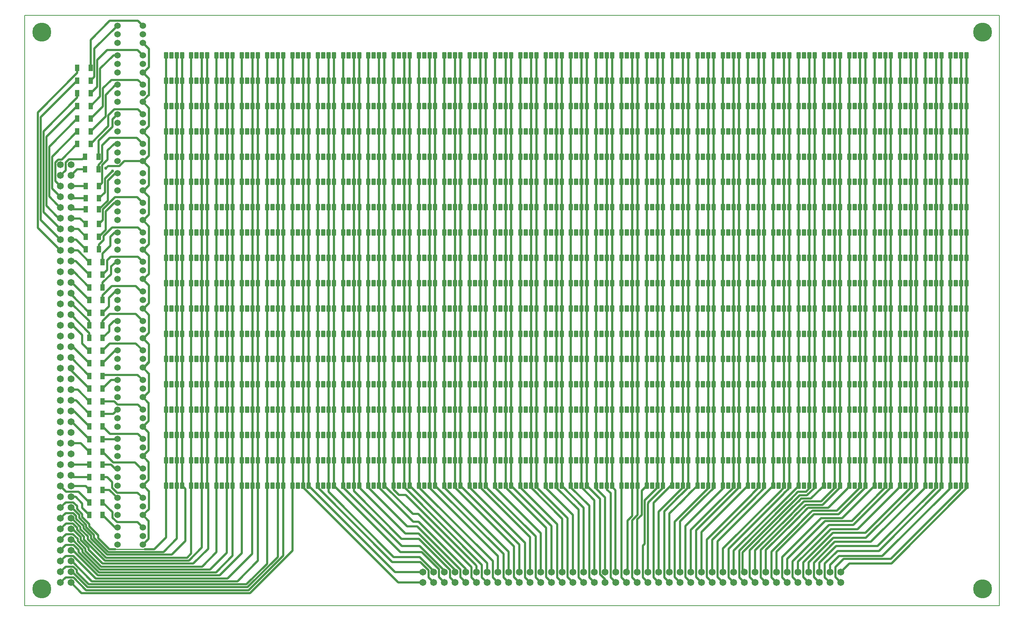
<source format=gbr>
G04 PROTEUS GERBER X2 FILE*
%TF.GenerationSoftware,Labcenter,Proteus,8.6-SP2-Build23525*%
%TF.CreationDate,2023-01-18T21:31:38+00:00*%
%TF.FileFunction,Copper,L2,Bot*%
%TF.FilePolarity,Positive*%
%TF.Part,Single*%
%FSLAX45Y45*%
%MOMM*%
G01*
%TA.AperFunction,Conductor*%
%ADD10C,0.508000*%
%ADD17C,0.254000*%
%TA.AperFunction,ViaPad*%
%ADD11C,0.762000*%
%AMPPAD002*
4,1,36,
-0.228600,0.762000,
0.228600,0.762000,
0.290920,0.755940,
0.348560,0.738490,
0.400380,0.710770,
0.445290,0.673890,
0.482160,0.628980,
0.509880,0.577160,
0.527330,0.519520,
0.533400,0.457200,
0.533400,-0.457200,
0.527330,-0.519520,
0.509880,-0.577160,
0.482160,-0.628980,
0.445290,-0.673890,
0.400380,-0.710770,
0.348560,-0.738490,
0.290920,-0.755940,
0.228600,-0.762000,
-0.228600,-0.762000,
-0.290920,-0.755940,
-0.348560,-0.738490,
-0.400380,-0.710770,
-0.445290,-0.673890,
-0.482160,-0.628980,
-0.509880,-0.577160,
-0.527330,-0.519520,
-0.533400,-0.457200,
-0.533400,0.457200,
-0.527330,0.519520,
-0.509880,0.577160,
-0.482160,0.628980,
-0.445290,0.673890,
-0.400380,0.710770,
-0.348560,0.738490,
-0.290920,0.755940,
-0.228600,0.762000,
0*%
%TA.AperFunction,ComponentPad*%
%ADD12PPAD002*%
%TA.AperFunction,ComponentPad*%
%ADD13C,1.651000*%
%TA.AperFunction,ComponentPad*%
%ADD14C,1.524000*%
%TA.AperFunction,SMDPad,CuDef*%
%ADD18R,1.016000X1.524000*%
%TA.AperFunction,OtherPad,Unknown*%
%ADD15C,4.500000*%
%TA.AperFunction,Profile*%
%ADD16C,0.203200*%
%TD.AperFunction*%
D10*
X+3044748Y-4350000D02*
X+3044748Y-6372141D01*
X+3041609Y-6375280D01*
X+3041609Y-6526861D01*
X+3164748Y-6650000D01*
X+3298748Y-4350000D02*
X+3298748Y-5074169D01*
X+3187667Y-5185250D01*
X+3187667Y-6377081D01*
X+3164748Y-6400000D01*
X+3672748Y-6650000D02*
X+3549619Y-6526871D01*
X+3549619Y-5772373D01*
X+3590928Y-5731064D01*
X+3590928Y-4700093D01*
X+3898748Y-4392273D01*
X+3898748Y-4350000D01*
X+3672748Y-6400000D02*
X+3672748Y-4780061D01*
X+3676496Y-4776313D01*
X+3676496Y-4749291D01*
X+4025748Y-4400039D01*
X+4025748Y-4350000D01*
X+3418748Y-6650000D02*
X+3295574Y-6526826D01*
X+3295574Y-5173039D01*
X+3425748Y-5042865D01*
X+3425748Y-4350000D01*
X+3418748Y-6400000D02*
X+3418748Y-5151831D01*
X+3524923Y-5045656D01*
X+3524923Y-4469825D01*
X+3644748Y-4350000D01*
X+7736748Y-6650000D02*
X+7605965Y-6519217D01*
X+7605965Y-6176905D01*
X+8098918Y-5683952D01*
X+8954688Y-5683952D01*
X+10212440Y-4426200D01*
X+10244748Y-4350000D01*
X+7736748Y-6400000D02*
X+7736748Y-6182680D01*
X+8135333Y-5784095D01*
X+9114007Y-5784095D01*
X+10498748Y-4399354D01*
X+10498748Y-4350000D01*
X+7990748Y-6650000D02*
X+7864748Y-6524000D01*
X+7864748Y-6200343D01*
X+8167197Y-5897894D01*
X+9145871Y-5897894D01*
X+10607053Y-4436712D01*
X+10607053Y-4426200D01*
X+10625748Y-4350000D01*
X+8244748Y-6650000D02*
X+8113910Y-6519162D01*
X+8113910Y-6288028D01*
X+8117126Y-6284812D01*
X+8312861Y-6089077D01*
X+9428094Y-6089077D01*
X+9537341Y-5979830D01*
X+11080458Y-4436713D01*
X+11080458Y-4426200D01*
X+11098748Y-4350000D01*
X+8244748Y-6400000D02*
X+8449515Y-6195233D01*
X+8470893Y-6195233D01*
X+9445016Y-6195233D01*
X+11225748Y-4414501D01*
X+11225748Y-4350000D01*
X+6720748Y-6400000D02*
X+6720748Y-6309787D01*
X+6597593Y-6360000D02*
X+6597593Y-6302845D01*
X+6720748Y-6650000D02*
X+6597593Y-6526845D01*
X+6597593Y-6360000D01*
X+7482748Y-6400000D02*
X+7482748Y-6337782D01*
X+7482748Y-6168114D01*
X+7689240Y-5961622D01*
X+7742805Y-5908057D01*
X+8062502Y-5588360D01*
X+8836338Y-5588360D01*
X+10025748Y-4398950D01*
X+10025748Y-4350000D01*
X+7351911Y-6410000D02*
X+7351911Y-6326435D01*
X+7482748Y-6650000D02*
X+7351911Y-6519163D01*
X+7351911Y-6410000D01*
X+7097904Y-6330000D02*
X+7097904Y-6259058D01*
X+7228748Y-6650000D02*
X+7097904Y-6519156D01*
X+7097904Y-6330000D01*
X+6466748Y-6340000D02*
X+6466748Y-6292000D01*
X+6466748Y-6400000D02*
X+6466748Y-6340000D01*
X+6343648Y-6440000D02*
X+6343648Y-6360000D01*
X+6343648Y-6271529D01*
X+6466748Y-6650000D02*
X+6343648Y-6526900D01*
X+6343648Y-6440000D01*
X+6081974Y-6340000D02*
X+6081974Y-6273397D01*
X+6212748Y-6650000D02*
X+6081974Y-6519226D01*
X+6081974Y-6340000D01*
X+5917038Y-6290000D02*
X+5917038Y-6240232D01*
X+5958748Y-6400000D02*
X+5917038Y-6358290D01*
X+5917038Y-6290000D01*
X+5835645Y-6470000D02*
X+5835645Y-6322417D01*
X+5958748Y-6650000D02*
X+5835645Y-6526897D01*
X+5835645Y-6470000D01*
X+5704748Y-6400000D02*
X+5704748Y-6339064D01*
X+5581616Y-6430000D02*
X+5581616Y-6336474D01*
X+5704748Y-6650000D02*
X+5581616Y-6526868D01*
X+5581616Y-6430000D01*
X+6239528Y-4755220D02*
X+5319954Y-5674794D01*
X+5319954Y-5705813D01*
X+5450748Y-6650000D02*
X+5319954Y-6519206D01*
X+5319954Y-5705813D01*
X+6239528Y-4755220D02*
X+6644748Y-4350000D01*
X+6151564Y-4687427D02*
X+5196748Y-5642243D01*
X+5196748Y-5687473D01*
X+5196748Y-6400000D02*
X+5196748Y-5687473D01*
X+6151564Y-4687427D02*
X+6425748Y-4413243D01*
X+6425748Y-4350000D01*
X+6169556Y-4524808D02*
X+6124446Y-4569918D01*
X+5065889Y-5628475D01*
X+5065889Y-5670000D01*
X+5196748Y-6650000D02*
X+5065889Y-6519141D01*
X+5065889Y-5670000D01*
X+6124446Y-4569918D02*
X+6124447Y-4569918D01*
X+6169556Y-4524808D01*
X+6298748Y-4395617D01*
X+6298748Y-4350000D01*
X+5549748Y-4845000D02*
X+5458745Y-4936003D01*
X+4942748Y-5452000D01*
X+4942748Y-5540000D01*
X+4942748Y-6400000D02*
X+4942748Y-5540000D01*
X+5549748Y-4845000D02*
X+6044748Y-4350000D01*
X+5298189Y-4792861D02*
X+4688748Y-5402302D01*
X+4688748Y-5430000D01*
X+4688748Y-6400000D02*
X+4688748Y-5430000D01*
X+5298189Y-4792861D02*
X+5698748Y-4392302D01*
X+5698748Y-4350000D01*
X+5444748Y-4350000D02*
X+5444748Y-4420135D01*
X+4557951Y-5306932D01*
X+4688748Y-6650000D02*
X+4557951Y-6519203D01*
X+4557951Y-5306932D01*
X+4978020Y-4659220D02*
X+4434748Y-5202492D01*
X+4434748Y-5230000D01*
X+4434748Y-6400000D02*
X+4434748Y-5230000D01*
X+4978020Y-4659220D02*
X+5225748Y-4411492D01*
X+5225748Y-4350000D01*
X+4982741Y-4528618D02*
X+4306991Y-5204368D01*
X+4306991Y-5220000D01*
X+4434748Y-6650000D02*
X+4306991Y-6522243D01*
X+4306991Y-5220000D01*
X+4982741Y-4528618D02*
X+5098748Y-4412611D01*
X+5098748Y-4350000D01*
X+4689748Y-4505000D02*
X+4490492Y-4704256D01*
X+4180748Y-5014000D01*
X+4180748Y-5050000D01*
X+4180748Y-6400000D02*
X+4180748Y-5050000D01*
X+4689748Y-4505000D02*
X+4844748Y-4350000D01*
X+7666683Y-5858065D02*
X+7351911Y-6172837D01*
X+7351911Y-6326435D02*
X+7351911Y-6172837D01*
X+7631366Y-5756618D02*
X+7616406Y-5771578D01*
X+7228748Y-6159236D01*
X+7228748Y-6310000D01*
X+7228748Y-6400000D02*
X+7228748Y-6310000D01*
X+7616406Y-5771578D02*
X+7616407Y-5771578D01*
X+7631366Y-5756618D01*
X+8003325Y-5384660D01*
X+8640088Y-5384660D01*
X+9598548Y-4426200D01*
X+9644748Y-4350000D01*
X+7606874Y-5640000D02*
X+7097904Y-6148970D01*
X+7097904Y-6259058D02*
X+7097904Y-6148970D01*
X+7606874Y-5640000D02*
X+7964590Y-5282284D01*
X+8538138Y-5282284D01*
X+9425748Y-4394674D01*
X+9425748Y-4350000D01*
X+6974748Y-6085496D02*
X+6974748Y-6210000D01*
X+6974748Y-6400000D02*
X+6974748Y-6210000D01*
X+7557496Y-5502748D02*
X+7572496Y-5487748D01*
X+7557496Y-5502748D02*
X+6974748Y-6085496D01*
X+6974748Y-6650000D02*
X+6851303Y-6526555D01*
X+6851303Y-6048433D01*
X+7780109Y-5119627D01*
X+8275121Y-5119627D01*
X+9044748Y-4350000D01*
X+7294748Y-5340000D02*
X+7231880Y-5402868D01*
X+6720748Y-5914000D01*
X+6720748Y-6053171D01*
X+6720748Y-6309787D02*
X+6720748Y-6053171D01*
X+7294748Y-5340000D02*
X+7604748Y-5030000D01*
X+8189562Y-5030000D01*
X+8822680Y-4396882D01*
X+8822680Y-4387778D01*
X+8825748Y-4350000D01*
X+7354748Y-5160000D02*
X+7218093Y-5296655D01*
X+6597593Y-5917155D01*
X+6597593Y-6302845D02*
X+6597593Y-5917155D01*
X+7354748Y-5160000D02*
X+7524748Y-4990000D01*
X+7571629Y-4943119D01*
X+8148024Y-4943119D01*
X+8698748Y-4392395D01*
X+8698748Y-4350000D01*
X+7224482Y-5119734D02*
X+7158234Y-5185982D01*
X+6466748Y-5877468D01*
X+6466748Y-6292000D02*
X+6466748Y-5877468D01*
X+7158234Y-5185982D02*
X+7158235Y-5185982D01*
X+7224482Y-5119734D01*
X+7448779Y-4895438D01*
X+7470645Y-4873572D01*
X+7946517Y-4873572D01*
X+8393889Y-4426200D01*
X+8444748Y-4350000D01*
X+7161336Y-5056588D02*
X+7097924Y-5120000D01*
X+6343648Y-5874276D01*
X+6343648Y-6271529D02*
X+6343648Y-5874276D01*
X+7097924Y-5120000D02*
X+7097925Y-5120000D01*
X+7161336Y-5056588D01*
X+7410386Y-4807539D01*
X+7810563Y-4807539D01*
X+8209567Y-4408535D01*
X+8209567Y-4395319D01*
X+8225748Y-4350000D01*
X+6212748Y-5886384D02*
X+6212748Y-6095820D01*
X+6212748Y-6400000D02*
X+6212748Y-6095820D01*
X+7056940Y-5042192D02*
X+7161940Y-4937192D01*
X+7373127Y-4726005D01*
X+7774091Y-4726005D01*
X+8098748Y-4401348D01*
X+8098748Y-4350000D01*
X+7056940Y-5042192D02*
X+6212748Y-5886384D01*
X+7083782Y-4879034D02*
X+7026197Y-4936619D01*
X+6081974Y-5880842D01*
X+6081974Y-6095820D01*
X+6081974Y-6273397D02*
X+6081974Y-6095820D01*
X+7083782Y-4879034D02*
X+7267019Y-4695797D01*
X+7302816Y-4660000D01*
X+7534748Y-4660000D01*
X+7791408Y-4403340D01*
X+7844748Y-4350000D01*
X+7111984Y-4737236D02*
X+7008021Y-4841199D01*
X+5917038Y-5932182D01*
X+5917038Y-6240232D02*
X+5917038Y-5932182D01*
X+7111984Y-4737236D02*
X+7267019Y-4582201D01*
X+7439685Y-4582201D01*
X+7621438Y-4400448D01*
X+7621438Y-4382272D01*
X+7625748Y-4350000D01*
X+7044748Y-4680000D02*
X+6974425Y-4750323D01*
X+5835645Y-5889103D01*
X+5835645Y-5990000D01*
X+5835645Y-6322417D02*
X+5835645Y-5990000D01*
X+7044748Y-4680000D02*
X+7228880Y-4495868D01*
X+7416966Y-4495868D01*
X+7498748Y-4414086D01*
X+7498748Y-4350000D01*
X+7037029Y-4562281D02*
X+6953496Y-4645814D01*
X+5704748Y-5894562D01*
X+5704748Y-6050000D01*
X+5704748Y-6339064D02*
X+5704748Y-6050000D01*
X+7037029Y-4562281D02*
X+7191408Y-4407902D01*
X+7244748Y-4350000D01*
X+6907968Y-4523220D02*
X+6876250Y-4554938D01*
X+5581616Y-5849572D01*
X+5581616Y-5996306D01*
X+5581616Y-6336474D02*
X+5581616Y-5996306D01*
X+6907968Y-4523220D02*
X+7004988Y-4426200D01*
X+7025748Y-4350000D01*
X+6854810Y-4440062D02*
X+6824950Y-4469922D01*
X+5450748Y-5844124D01*
X+5450748Y-5944180D01*
X+5450748Y-6400000D02*
X+5450748Y-5944180D01*
X+6824950Y-4469922D02*
X+6824951Y-4469922D01*
X+6854810Y-4440062D01*
X+6898748Y-4396125D01*
X+6898748Y-4350000D01*
X+4462501Y-4557753D02*
X+4419580Y-4600674D01*
X+4057543Y-4962711D01*
X+4180748Y-6650000D02*
X+4057543Y-6526795D01*
X+4057543Y-4962711D01*
X+4462501Y-4557753D02*
X+4625748Y-4394506D01*
X+4625748Y-4350000D01*
X+4394452Y-4499704D02*
X+3926748Y-4967408D01*
X+3926748Y-6400000D02*
X+3926748Y-4967408D01*
X+4394452Y-4499704D02*
X+4498748Y-4395407D01*
X+4498748Y-4350000D01*
X+2825748Y-4350000D02*
X+2825748Y-4380999D01*
X+2902521Y-4457772D01*
X+2902521Y-6391773D01*
X+2910748Y-6400000D01*
X+2698748Y-4350000D02*
X+2698748Y-4444000D01*
X+2787568Y-4532820D01*
X+2787568Y-6526820D01*
X+2910748Y-6650000D01*
X+2444748Y-4350000D02*
X+2444748Y-4420001D01*
X+2656748Y-4632001D01*
X+2656748Y-6400000D01*
X+2656748Y-6650000D02*
X+2656748Y-6574285D01*
X+2533569Y-6451106D01*
X+2533569Y-4668821D01*
X+2244748Y-4380000D01*
X+2244748Y-4369000D01*
X+2225748Y-4350000D01*
X+2402748Y-6400000D02*
X+2402748Y-4696559D01*
X+2111325Y-4405136D01*
X+2111325Y-4370811D01*
X+2098748Y-4350000D01*
X+2402748Y-6650000D02*
X+2279586Y-6526838D01*
X+2279586Y-4827165D01*
X+1844748Y-4392327D01*
X+1844748Y-4350000D01*
X+2148748Y-6400000D02*
X+2148748Y-4873000D01*
X+1625748Y-4350000D01*
X+2148748Y-6650000D02*
X+2025612Y-6526864D01*
X+2025612Y-4920864D01*
X+1494748Y-4390000D01*
X+1494748Y-4380000D01*
X+1498748Y-4350000D01*
X+1894748Y-6650000D02*
X+1768272Y-6523524D01*
X+1768272Y-5123524D01*
X+1070948Y-4426200D01*
X+1025748Y-4350000D01*
X+1386748Y-6400000D02*
X+1386748Y-5311000D01*
X+425748Y-4350000D01*
X+1386748Y-6650000D02*
X+1255954Y-6519206D01*
X+1255954Y-5349528D01*
X+327890Y-4421464D01*
X+327890Y-4389617D01*
X+298748Y-4350000D01*
X+1132748Y-6400000D02*
X+1132748Y-5481563D01*
X+44748Y-4393563D01*
X+44748Y-4350000D01*
X+1132748Y-6650000D02*
X+1009648Y-6526900D01*
X+1009648Y-5557965D01*
X-122117Y-4426200D01*
X-174252Y-4350000D01*
X+878748Y-6400000D02*
X+878748Y-5574000D01*
X-269052Y-4426200D01*
X-301252Y-4350000D01*
X+878748Y-6650000D02*
X+754748Y-6526000D01*
X+754748Y-5702435D01*
X-547972Y-4399715D01*
X-547972Y-4379886D01*
X-555252Y-4350000D01*
X+624748Y-6400000D02*
X+624748Y-5749000D01*
X-774252Y-4350000D01*
X+624748Y-6650000D02*
X+493855Y-6519107D01*
X+493855Y-5790741D01*
X-893572Y-4403314D01*
X-893572Y-4376112D01*
X-901252Y-4350000D01*
X+370748Y-6400000D02*
X+370748Y-5918412D01*
X-1155252Y-4392412D01*
X-1155252Y-4350000D01*
X+370748Y-6650000D02*
X+247538Y-6526790D01*
X+247538Y-5971790D01*
X-1374252Y-4350000D01*
X+116748Y-6400000D02*
X+116748Y-6018898D01*
X-1501252Y-4400898D01*
X-1501252Y-4350000D01*
X+116748Y-6650000D02*
X-6464Y-6526788D01*
X-6464Y-6141492D01*
X-1721756Y-4426200D01*
X-1755252Y-4350000D01*
X-137252Y-6400000D02*
X-137252Y-6187000D01*
X-1974252Y-4350000D01*
X-137252Y-6650000D02*
X-262474Y-6524778D01*
X-262474Y-6232778D01*
X-2106021Y-4389231D01*
X-2106021Y-4385040D01*
X-2101252Y-4350000D01*
X+1640748Y-6650000D02*
X+1517574Y-6526826D01*
X+1517574Y-5267423D01*
X+644748Y-4394597D01*
X+644748Y-4350000D01*
X-1661252Y-6650000D02*
X-2247392Y-6650000D01*
X-4511507Y-4385885D01*
X-4511507Y-4375433D01*
X-4501252Y-4350000D01*
X-1661252Y-6400000D02*
X-2324252Y-6400000D01*
X-4374252Y-4350000D01*
X-1407252Y-6650000D02*
X-1530409Y-6526843D01*
X-1530409Y-6354843D01*
X-1725252Y-6160000D01*
X-2392454Y-6160000D01*
X-4155252Y-4397202D01*
X-4155252Y-4350000D01*
X-1407252Y-6400000D02*
X-1407252Y-6371703D01*
X-1736322Y-6042633D01*
X-2358256Y-6042633D01*
X-3901252Y-4499637D01*
X-3901252Y-4350000D01*
X-1153252Y-6650000D02*
X-1281631Y-6521621D01*
X-1281631Y-6335307D01*
X-1689284Y-5927654D01*
X-2196598Y-5927654D01*
X-3774252Y-4350000D01*
X-1153252Y-6400000D02*
X-1153252Y-6369612D01*
X-1736321Y-5786543D01*
X-1746774Y-5786543D01*
X-2164882Y-5786543D01*
X-3555252Y-4396173D01*
X-3555252Y-4350000D01*
X-899252Y-6650000D02*
X-1022396Y-6526856D01*
X-1022396Y-6348905D01*
X-1725869Y-5645432D01*
X-1757227Y-5614074D01*
X-2170107Y-5614074D01*
X-3301252Y-4482929D01*
X-3301252Y-4350000D01*
X-645252Y-6650000D02*
X-776024Y-6519228D01*
X-776024Y-6339228D01*
X-1799079Y-5316173D01*
X-2034223Y-5316173D01*
X-2955252Y-4395144D01*
X-2955252Y-4350000D01*
X-645252Y-6400000D02*
X-645252Y-6323620D01*
X-1765936Y-5202936D01*
X-1892316Y-5202936D01*
X-2701252Y-4394000D01*
X-2701252Y-4350000D01*
X-391252Y-6400000D02*
X-391252Y-6252876D01*
X-421947Y-6222181D01*
X-2069985Y-4574143D01*
X-2226774Y-4574143D01*
X-2355252Y-4445665D01*
X-2355252Y-4350000D01*
X-514480Y-6430000D02*
X-514480Y-6353350D01*
X-514480Y-6280772D01*
X-1775252Y-5020000D01*
X-1904252Y-5020000D01*
X-2574252Y-4350000D01*
X-391252Y-6650000D02*
X-514480Y-6526772D01*
X-514480Y-6430000D01*
X-899252Y-6400000D02*
X-899252Y-6353441D01*
X-1769183Y-5483510D01*
X-2076192Y-5483510D01*
X-3133502Y-4426200D01*
X-3174252Y-4350000D01*
X-7755252Y+5850000D02*
X-7755252Y+5250000D01*
X-7755252Y+4650000D01*
X-7755252Y+4050000D01*
X-7755252Y+3450000D01*
X-7755252Y+2850000D01*
X-7755252Y+2250000D01*
X-7755252Y+1650000D01*
X-7755252Y+1050000D01*
X-7755252Y+450000D01*
X-7755252Y-150000D01*
X-7755252Y-750000D01*
X-7755252Y-1350000D01*
X-7755252Y-1950000D01*
X-7755252Y-2550000D01*
X-7755252Y-3150000D01*
X-7755252Y-3750000D01*
X-7755252Y-4350000D01*
X-7501252Y-4350000D02*
X-7501252Y-3750000D01*
X-7501252Y-3150000D01*
X-7501252Y-2550000D01*
X-7501252Y-1950000D01*
X-7501252Y-1350000D01*
X-7374252Y-4350000D02*
X-7374252Y-3750000D01*
X-7374252Y-3150000D01*
X-7374252Y-2550000D01*
X-7374252Y-1950000D01*
X-7374252Y-1350000D01*
X-7374252Y-750000D01*
X-7374252Y-150000D01*
X-7374252Y+450000D01*
X-7374252Y+1050000D01*
X-7374252Y+1650000D01*
X-7374252Y+2250000D01*
X-7374252Y+2850000D01*
X-7374252Y+3450000D01*
X-7374252Y+4050000D01*
X-7374252Y+4650000D01*
X-7374252Y+5250000D01*
X-7374252Y+5850000D01*
X-7501252Y+5850000D02*
X-7501252Y+5250000D01*
X-7501252Y+4650000D01*
X-7501252Y+4050000D01*
X-7501252Y+3450000D01*
X-7501252Y+2850000D01*
X-7501252Y+2250000D01*
X-7501252Y+1650000D01*
X-7501252Y+1050000D01*
X-7501252Y+450000D01*
X-7501252Y-150000D01*
X-7501252Y-750000D01*
X-7501252Y-1350000D01*
X-7155252Y-4350000D02*
X-7155252Y-3750000D01*
X-7155252Y-3150000D01*
X-7155252Y-2550000D01*
X-7155252Y-1950000D01*
X-7155252Y-1350000D01*
X-7155252Y-750000D01*
X-7155252Y-150000D01*
X-7155252Y+450000D01*
X-7155252Y+1050000D01*
X-7155252Y+1650000D01*
X-7155252Y+2250000D01*
X-7155252Y+2850000D01*
X-7155252Y+3450000D01*
X-7155252Y+4050000D01*
X-7155252Y+4650000D01*
X-7155252Y+5250000D01*
X-7155252Y+5850000D01*
X-6901252Y+5850000D02*
X-6901252Y+5250000D01*
X-6901252Y+4650000D01*
X-6901252Y+4050000D01*
X-6901252Y+3450000D01*
X-6901252Y+2850000D01*
X-6901252Y+2250000D01*
X-6901252Y+1650000D01*
X-6901252Y+1050000D01*
X-6901252Y+450000D01*
X-6901252Y-150000D01*
X-6901252Y-750000D01*
X-6901252Y-1350000D01*
X-6901252Y-1950000D01*
X-6901252Y-2550000D01*
X-6901252Y-3150000D01*
X-6901252Y-3750000D01*
X-6901252Y-4350000D01*
X-6774252Y+5850000D02*
X-6774252Y+5250000D01*
X-6774252Y+4650000D01*
X-6774252Y+4050000D01*
X-6774252Y+3450000D01*
X-6774252Y+2850000D01*
X-6774252Y+2250000D01*
X-6774252Y+1650000D01*
X-6774252Y+1050000D01*
X-6774252Y+450000D01*
X-6774252Y-150000D01*
X-6774252Y-750000D01*
X-6774252Y-1350000D01*
X-6774252Y-1950000D01*
X-6774252Y-2550000D01*
X-6774252Y-3150000D01*
X-6774252Y-3750000D01*
X-6774252Y-4350000D01*
X-6555252Y-4350000D02*
X-6555252Y-3750000D01*
X-6555252Y-3150000D01*
X-6555252Y-2550000D01*
X-6555252Y-1950000D01*
X-6555252Y-1350000D01*
X-6555252Y-750000D01*
X-6555252Y-150000D01*
X-6555252Y+450000D01*
X-6555252Y+1050000D01*
X-6555252Y+1650000D01*
X-6555252Y+2250000D01*
X-6555252Y+2850000D01*
X-6555252Y+3450000D01*
X-6555252Y+4050000D01*
X-6555252Y+4650000D01*
X-6555252Y+5250000D01*
X-6555252Y+5850000D01*
X-6301252Y+5850000D02*
X-6301252Y+5250000D01*
X-6301252Y+4650000D01*
X-6301252Y+4050000D01*
X-6301252Y+3450000D01*
X-6301252Y+2850000D01*
X-6301252Y+2250000D01*
X-6301252Y+1650000D01*
X-6301252Y+1050000D01*
X-6301252Y+450000D01*
X-6301252Y-150000D01*
X-6301252Y-750000D01*
X-6301252Y-1350000D01*
X-6301252Y-1950000D01*
X-6301252Y-2550000D01*
X-6301252Y-3150000D01*
X-6301252Y-3750000D01*
X-6301252Y-4350000D01*
X-6174252Y-4350000D02*
X-6174252Y-3750000D01*
X-6174252Y-3150000D01*
X-6174252Y-2550000D01*
X-6174252Y-1950000D01*
X-6174252Y-1350000D01*
X-6174252Y-750000D01*
X-6174252Y-150000D01*
X-6174252Y+450000D01*
X-6174252Y+1050000D01*
X-6174252Y+1650000D01*
X-6174252Y+2250000D01*
X-6174252Y+2850000D01*
X-6174252Y+3450000D01*
X-6174252Y+4050000D01*
X-6174252Y+4650000D01*
X-6174252Y+5250000D01*
X-6174252Y+5850000D01*
X-5955252Y+5850000D02*
X-5955252Y+5250000D01*
X-5955252Y+4650000D01*
X-5955252Y+4050000D01*
X-5955252Y+3450000D01*
X-5955252Y+2850000D01*
X-5955252Y+2250000D01*
X-5955252Y+1650000D01*
X-5955252Y+1050000D01*
X-5955252Y+450000D01*
X-5955252Y-150000D01*
X-5955252Y-750000D01*
X-5955252Y-1350000D01*
X-5955252Y-1950000D01*
X-5955252Y-2550000D01*
X-5955252Y-3150000D01*
X-5955252Y-3750000D01*
X-5955252Y-4350000D01*
X-5701252Y-4350000D02*
X-5701252Y-3750000D01*
X-5701252Y-3150000D01*
X-5701252Y-2550000D01*
X-5701252Y-1950000D01*
X-5701252Y-1350000D01*
X-5701252Y-750000D01*
X-5701252Y-150000D01*
X-5701252Y+450000D01*
X-5701252Y+1050000D01*
X-5701252Y+1650000D01*
X-5701252Y+2250000D01*
X-5701252Y+2850000D01*
X-5701252Y+3450000D01*
X-5701252Y+4050000D01*
X-5701252Y+4650000D01*
X-5701252Y+5250000D01*
X-5701252Y+5850000D01*
X-5574252Y+5850000D02*
X-5574252Y+5250000D01*
X-5574252Y+4650000D01*
X-5574252Y+4050000D01*
X-5574252Y+3450000D01*
X-5574252Y+2850000D01*
X-5574252Y+2250000D01*
X-5574252Y+1650000D01*
X-5574252Y+1050000D01*
X-5574252Y+450000D01*
X-5574252Y-150000D01*
X-5574252Y-750000D01*
X-5574252Y-1350000D01*
X-5574252Y-1950000D01*
X-5574252Y-2550000D01*
X-5574252Y-3150000D01*
X-5574252Y-3750000D01*
X-5574252Y-4350000D01*
X-5355252Y-4350000D02*
X-5355252Y-3750000D01*
X-5355252Y-3150000D01*
X-5355252Y-2550000D01*
X-5355252Y-1950000D01*
X-5355252Y-1350000D01*
X-5355252Y-750000D01*
X-5355252Y-150000D01*
X-5355252Y+450000D01*
X-5355252Y+1050000D01*
X-5355252Y+1650000D01*
X-5355252Y+2250000D01*
X-5355252Y+2850000D01*
X-5355252Y+3450000D01*
X-5355252Y+4050000D01*
X-5355252Y+4650000D01*
X-5355252Y+5250000D01*
X-5355252Y+5850000D01*
X-5101252Y+5850000D02*
X-5101252Y+5250000D01*
X-5101252Y+4650000D01*
X-5101252Y+4050000D01*
X-5101252Y+3450000D01*
X-5101252Y+2850000D01*
X-5101252Y+2250000D01*
X-5101252Y+1650000D01*
X-5101252Y+1050000D01*
X-5101252Y+450000D01*
X-5101252Y-150000D01*
X-5101252Y-750000D01*
X-5101252Y-1350000D01*
X-5101252Y-1950000D01*
X-5101252Y-2550000D01*
X-5101252Y-3150000D01*
X-5101252Y-3750000D01*
X-5101252Y-4350000D01*
X-4974252Y-4350000D02*
X-4974252Y-3750000D01*
X-4974252Y-3150000D01*
X-4974252Y-2550000D01*
X-4974252Y-1950000D01*
X-4974252Y-1350000D01*
X-4974252Y-750000D01*
X-4974252Y-150000D01*
X-4974252Y+450000D01*
X-4974252Y+1050000D01*
X-4974252Y+1650000D01*
X-4974252Y+2250000D01*
X-4974252Y+2850000D01*
X-4974252Y+3450000D01*
X-4974252Y+4050000D01*
X-4974252Y+4650000D01*
X-4974252Y+5250000D01*
X-4974252Y+5850000D01*
X-4755252Y+5850000D02*
X-4755252Y+5250000D01*
X-4755252Y+4650000D01*
X-4755252Y+4050000D01*
X-4755252Y+3450000D01*
X-4755252Y+2850000D01*
X-4755252Y+2250000D01*
X-4755252Y+1650000D01*
X-4755252Y+1050000D01*
X-4755252Y+450000D01*
X-4755252Y-150000D01*
X-4755252Y-750000D01*
X-4755252Y-1350000D01*
X-4755252Y-1950000D01*
X-4755252Y-2550000D01*
X-4755252Y-3150000D01*
X-4755252Y-3750000D01*
X-4755252Y-4350000D01*
X-4501252Y+5850000D02*
X-4501252Y+5250000D01*
X-4501252Y+4650000D01*
X-4501252Y+4050000D01*
X-4501252Y+3450000D01*
X-4501252Y+2850000D01*
X-4501252Y+2250000D01*
X-4501252Y+1650000D01*
X-4501252Y+1050000D01*
X-4501252Y+450000D01*
X-4501252Y-150000D01*
X-4501252Y-750000D01*
X-4501252Y-1350000D01*
X-4501252Y-1950000D01*
X-4501252Y-2550000D01*
X-4501252Y-3150000D01*
X-4501252Y-3750000D01*
X-4501252Y-4350000D01*
X-4374252Y+5850000D02*
X-4374252Y+5250000D01*
X-4374252Y+4650000D01*
X-4374252Y+4050000D01*
X-4374252Y+3450000D01*
X-4374252Y+2850000D01*
X-4374252Y+2250000D01*
X-4374252Y+1650000D01*
X-4374252Y+1050000D01*
X-4374252Y+450000D01*
X-4374252Y-150000D01*
X-4374252Y-750000D01*
X-4374252Y-1350000D01*
X-4374252Y-1950000D01*
X-4374252Y-2550000D01*
X-4374252Y-3150000D01*
X-4374252Y-3750000D01*
X-4374252Y-4350000D01*
X-4155252Y+5850000D02*
X-4155252Y+5250000D01*
X-4155252Y+4650000D01*
X-4155252Y+4050000D01*
X-4155252Y+3450000D01*
X-4155252Y+2850000D01*
X-4155252Y+2250000D01*
X-4155252Y+1650000D01*
X-4155252Y+1050000D01*
X-4155252Y+450000D01*
X-4155252Y-150000D01*
X-4155252Y-750000D01*
X-4155252Y-1350000D01*
X-4155252Y-1950000D01*
X-4155252Y-2550000D01*
X-4155252Y-3150000D01*
X-4155252Y-3750000D01*
X-4155252Y-4350000D01*
X-3901252Y+5850000D02*
X-3901252Y+5250000D01*
X-3901252Y+4650000D01*
X-3901252Y+4050000D01*
X-3901252Y+3450000D01*
X-3901252Y+2850000D01*
X-3901252Y+2250000D01*
X-3901252Y+1650000D01*
X-3901252Y+1050000D01*
X-3901252Y+450000D01*
X-3901252Y-150000D01*
X-3901252Y-750000D01*
X-3901252Y-1350000D01*
X-3901252Y-1950000D01*
X-3901252Y-2550000D01*
X-3901252Y-3150000D01*
X-3901252Y-3750000D01*
X-3901252Y-4350000D01*
X-3774252Y+5850000D02*
X-3774252Y+5250000D01*
X-3774252Y+4650000D01*
X-3774252Y+4050000D01*
X-3774252Y+3450000D01*
X-3774252Y+2850000D01*
X-3774252Y+2250000D01*
X-3774252Y+1650000D01*
X-3774252Y+1050000D01*
X-3774252Y+450000D01*
X-3774252Y-150000D01*
X-3774252Y-750000D01*
X-3774252Y-1350000D01*
X-3774252Y-1950000D01*
X-3774252Y-2550000D01*
X-3774252Y-3150000D01*
X-3774252Y-3750000D01*
X-3774252Y-4350000D01*
X-3555252Y+5850000D02*
X-3555252Y+5250000D01*
X-3555252Y+4650000D01*
X-3555252Y+4050000D01*
X-3555252Y+3450000D01*
X-3555252Y+2850000D01*
X-3555252Y+2250000D01*
X-3555252Y+1650000D01*
X-3555252Y+1050000D01*
X-3555252Y+450000D01*
X-3555252Y-150000D01*
X-3555252Y-750000D01*
X-3555252Y-1350000D01*
X-3555252Y-1950000D01*
X-3555252Y-2550000D01*
X-3555252Y-3150000D01*
X-3555252Y-3750000D01*
X-3555252Y-4350000D01*
X-3301252Y+5850000D02*
X-3301252Y+5250000D01*
X-3301252Y+4650000D01*
X-3301252Y+4050000D01*
X-3301252Y+3450000D01*
X-3301252Y+2850000D01*
X-3301252Y+2250000D01*
X-3301252Y+1650000D01*
X-3301252Y+1050000D01*
X-3301252Y+450000D01*
X-3301252Y-150000D01*
X-3301252Y-750000D01*
X-3301252Y-1350000D01*
X-3301252Y-1950000D01*
X-3301252Y-2550000D01*
X-3301252Y-3150000D01*
X-3301252Y-3750000D01*
X-3301252Y-4350000D01*
X-3174252Y-4350000D02*
X-3174252Y-3750000D01*
X-3174252Y-3150000D01*
X-3174252Y-2550000D01*
X-3174252Y-1950000D01*
X-3174252Y-1350000D01*
X-3174252Y-750000D01*
X-3174252Y-150000D01*
X-3174252Y+450000D01*
X-3174252Y+1050000D01*
X-3174252Y+1650000D01*
X-3174252Y+2250000D01*
X-3174252Y+2850000D01*
X-3174252Y+3450000D01*
X-3174252Y+4050000D01*
X-3174252Y+4650000D01*
X-3174252Y+5250000D01*
X-3174252Y+5850000D01*
X-2955252Y+5850000D02*
X-2955252Y+5250000D01*
X-2955252Y+4650000D01*
X-2955252Y+4050000D01*
X-2955252Y+3450000D01*
X-2955252Y+2850000D01*
X-2955252Y+2250000D01*
X-2955252Y+1650000D01*
X-2955252Y+1050000D01*
X-2955252Y+450000D01*
X-2955252Y-150000D01*
X-2955252Y-750000D01*
X-2955252Y-1350000D01*
X-2955252Y-1950000D01*
X-2955252Y-2550000D01*
X-2955252Y-3150000D01*
X-2955252Y-3750000D01*
X-2955252Y-4273800D01*
X-2955252Y-4350000D01*
X-2701252Y-4350000D02*
X-2701252Y-3750000D01*
X-2701252Y-3150000D01*
X-2701252Y-2550000D01*
X-2701252Y-1950000D01*
X-2701252Y-1350000D01*
X-2701252Y-750000D01*
X-2701252Y-150000D01*
X-2701252Y+450000D01*
X-2701252Y+1050000D01*
X-2701252Y+1650000D01*
X-2701252Y+2250000D01*
X-2701252Y+2850000D01*
X-2701252Y+3450000D01*
X-2701252Y+4050000D01*
X-2701252Y+4650000D01*
X-2701252Y+5250000D01*
X-2701252Y+5850000D01*
X-2574252Y+5850000D02*
X-2574252Y+5250000D01*
X-2574252Y+4650000D01*
X-2574252Y+4050000D01*
X-2574252Y+3450000D01*
X-2574252Y+2850000D01*
X-2574252Y+2250000D01*
X-2574252Y+1650000D01*
X-2574252Y+1050000D01*
X-2574252Y+450000D01*
X-2574252Y-150000D01*
X-2574252Y-750000D01*
X-2574252Y-1350000D01*
X-2574252Y-1950000D01*
X-2574252Y-2550000D01*
X-2574252Y-3150000D01*
X-2574252Y-3750000D01*
X-2574252Y-4350000D01*
X-2355252Y-4350000D02*
X-2355252Y-3750000D01*
X-2355252Y-3150000D01*
X-2355252Y-2550000D01*
X-2355252Y-1950000D01*
X-2355252Y-1350000D01*
X-2355252Y-750000D01*
X-2355252Y-150000D01*
X-2355252Y+450000D01*
X-2355252Y+1050000D01*
X-2355252Y+1650000D01*
X-2355252Y+2250000D01*
X-2355252Y+2850000D01*
X-2355252Y+3450000D01*
X-2355252Y+4050000D01*
X-2355252Y+4650000D01*
X-2355252Y+5250000D01*
X-2355252Y+5850000D01*
X-2101252Y+5850000D02*
X-2101252Y+5250000D01*
X-2101252Y+4650000D01*
X-2101252Y+4050000D01*
X-2101252Y+3450000D01*
X-2101252Y+2850000D01*
X-2101252Y+2250000D01*
X-2101252Y+1650000D01*
X-2101252Y+1050000D01*
X-2101252Y+450000D01*
X-2101252Y-150000D01*
X-2101252Y-750000D01*
X-2101252Y-1350000D01*
X-2101252Y-1950000D01*
X-2101252Y-2550000D01*
X-2101252Y-3150000D01*
X-2101252Y-3750000D01*
X-2101252Y-4350000D01*
X-1974252Y-4350000D02*
X-1974252Y-3750000D01*
X-1974252Y-3150000D01*
X-1974252Y-2550000D01*
X-1974252Y-1950000D01*
X-1974252Y-1350000D01*
X-1974252Y-750000D01*
X-1974252Y-150000D01*
X-1974252Y+450000D01*
X-1974252Y+1050000D01*
X-1974252Y+1650000D01*
X-1974252Y+2250000D01*
X-1974252Y+2850000D01*
X-1974252Y+3450000D01*
X-1974252Y+4050000D01*
X-1974252Y+4650000D01*
X-1974252Y+5250000D01*
X-1974252Y+5850000D01*
X-1755252Y+5850000D02*
X-1755252Y+5250000D01*
X-1755252Y+4650000D01*
X-1755252Y+4050000D01*
X-1755252Y+3450000D01*
X-1755252Y+2850000D01*
X-1755252Y+2250000D01*
X-1755252Y+1650000D01*
X-1755252Y+1050000D01*
X-1755252Y+450000D01*
X-1755252Y-150000D01*
X-1755252Y-750000D01*
X-1755252Y-1350000D01*
X-1755252Y-1950000D01*
X-1755252Y-2550000D01*
X-1755252Y-3150000D01*
X-1755252Y-3750000D01*
X-1755252Y-4350000D01*
X-1501252Y+5850000D02*
X-1501252Y+5250000D01*
X-1501252Y+4650000D01*
X-1501252Y+4050000D01*
X-1501252Y+3450000D01*
X-1501252Y+2850000D01*
X-1501252Y+2250000D01*
X-1501252Y+1650000D01*
X-1501252Y+1050000D01*
X-1501252Y+450000D01*
X-1501252Y-150000D01*
X-1501252Y-750000D01*
X-1501252Y-1350000D01*
X-1501252Y-1950000D01*
X-1501252Y-2550000D01*
X-1501252Y-3150000D01*
X-1501252Y-3750000D01*
X-1501252Y-4350000D01*
X-1374252Y+5850000D02*
X-1374252Y+5250000D01*
X-1374252Y+4650000D01*
X-1374252Y+4050000D01*
X-1374252Y+3450000D01*
X-1374252Y+2850000D01*
X-1374252Y+2250000D01*
X-1374252Y+1650000D01*
X-1374252Y+1050000D01*
X-1374252Y+450000D01*
X-1374252Y-150000D01*
X-1374252Y-750000D01*
X-1374252Y-1350000D01*
X-1374252Y-1950000D01*
X-1374252Y-2550000D01*
X-1374252Y-3150000D01*
X-1374252Y-3750000D01*
X-1374252Y-4351000D01*
X-1372188Y-4353064D01*
X-1374252Y-4350000D01*
X-1374252Y-4351000D02*
X-1374252Y-4350000D01*
X-1155252Y+5850000D02*
X-1155252Y+5250000D01*
X-1155252Y+4650000D01*
X-1155252Y+4050000D01*
X-1155252Y+3450000D01*
X-1155252Y+2850000D01*
X-1155252Y+2250000D01*
X-1155252Y+1650000D01*
X-1155252Y+1050000D01*
X-1155252Y+450000D01*
X-1155252Y-150000D01*
X-1155252Y-750000D01*
X-1155252Y-1350000D01*
X-1155252Y-1950000D01*
X-1155252Y-2550000D01*
X-1155252Y-3150000D01*
X-1155252Y-3750000D01*
X-1155252Y-4350000D01*
X-901252Y+5850000D02*
X-901252Y+5250000D01*
X-901252Y+4650000D01*
X-901252Y+4050000D01*
X-901252Y+3450000D01*
X-901252Y+2850000D01*
X-901252Y+2250000D01*
X-901252Y+1650000D01*
X-901252Y+1050000D01*
X-901252Y+450000D01*
X-901252Y-150000D01*
X-901252Y-750000D01*
X-901252Y-1350000D01*
X-901252Y-1950000D01*
X-901252Y-2550000D01*
X-901252Y-3150000D01*
X-901252Y-3750000D01*
X-901252Y-4350000D01*
X-774252Y+5850000D02*
X-774252Y+5250000D01*
X-774252Y+4650000D01*
X-774252Y+4050000D01*
X-774252Y+3450000D01*
X-774252Y+2850000D01*
X-774252Y+2250000D01*
X-774252Y+1650000D01*
X-774252Y+1050000D01*
X-774252Y+450000D01*
X-774252Y-150000D01*
X-774252Y-750000D01*
X-774252Y-1350000D01*
X-774252Y-1950000D01*
X-774252Y-2550000D01*
X-774252Y-3150000D01*
X-774252Y-3750000D01*
X-774252Y-4350000D01*
X-555252Y+5850000D02*
X-555252Y+5250000D01*
X-555252Y+4650000D01*
X-555252Y+4050000D01*
X-555252Y+3450000D01*
X-555252Y+2850000D01*
X-555252Y+2250000D01*
X-555252Y+1650000D01*
X-555252Y+1050000D01*
X-555252Y+450000D01*
X-555252Y-150000D01*
X-555252Y-750000D01*
X-555252Y-1350000D01*
X-555252Y-1950000D01*
X-555252Y-2550000D01*
X-555252Y-3150000D01*
X-555252Y-3750000D01*
X-555252Y-4350000D01*
X-301252Y+5850000D02*
X-301252Y+5250000D01*
X-301252Y+4650000D01*
X-301252Y+4050000D01*
X-301252Y+3450000D01*
X-301252Y+2850000D01*
X-301252Y+2250000D01*
X-301252Y+1650000D01*
X-301252Y+1050000D01*
X-301252Y+450000D01*
X-301252Y-150000D01*
X-301252Y-750000D01*
X-301252Y-1350000D01*
X-301252Y-1950000D01*
X-301252Y-2550000D01*
X-301252Y-3150000D01*
X-301252Y-3750000D01*
X-301252Y-4350000D01*
X-174252Y+5850000D02*
X-174252Y+5250000D01*
X-174252Y+4650000D01*
X-174252Y+4050000D01*
X-174252Y+3450000D01*
X-174252Y+2850000D01*
X-174252Y+2250000D01*
X-174252Y+1650000D01*
X-174252Y+1050000D01*
X-174252Y+450000D01*
X-174252Y-150000D01*
X-174252Y-750000D01*
X-174252Y-1350000D01*
X-174252Y-1950000D01*
X-174252Y-2550000D01*
X-174252Y-3150000D01*
X-174252Y-3750000D01*
X-174252Y-4350000D01*
X+44748Y+5850000D02*
X+44748Y+5250000D01*
X+44748Y+4650000D01*
X+44748Y+4050000D01*
X+44748Y+3450000D01*
X+44748Y+2850000D01*
X+44748Y+2250000D01*
X+44748Y+1650000D01*
X+44748Y+1050000D01*
X+44748Y+450000D01*
X+44748Y-150000D01*
X+44748Y-750000D01*
X+44748Y-1350000D01*
X+44748Y-1950000D01*
X+44748Y-2550000D01*
X+44748Y-3150000D01*
X+44748Y-3750000D01*
X+44748Y-4350000D01*
X+298748Y+5850000D02*
X+298748Y+5250000D01*
X+298748Y+4650000D01*
X+298748Y+4050000D01*
X+298748Y+3450000D01*
X+298748Y+2850000D01*
X+298748Y+2250000D01*
X+298748Y+1650000D01*
X+298748Y+1050000D01*
X+298748Y+450000D01*
X+298748Y-150000D01*
X+298748Y-750000D01*
X+298748Y-1350000D01*
X+298748Y-1950000D01*
X+298748Y-2550000D01*
X+298748Y-3150000D01*
X+298748Y-3750000D01*
X+298748Y-4350000D01*
X+425748Y+5850000D02*
X+425748Y+5250000D01*
X+425748Y+4650000D01*
X+425748Y+4050000D01*
X+425748Y+3450000D01*
X+425748Y+2850000D01*
X+425748Y+2250000D01*
X+425748Y+1650000D01*
X+425748Y+1050000D01*
X+425748Y+450000D01*
X+425748Y-150000D01*
X+425748Y-750000D01*
X+425748Y-1350000D01*
X+425748Y-1950000D01*
X+425748Y-2550000D01*
X+425748Y-3150000D01*
X+425748Y-3750000D01*
X+425748Y-4350000D01*
X+644748Y+5850000D02*
X+644748Y+5250000D01*
X+644748Y+4650000D01*
X+644748Y+4050000D01*
X+644748Y+3450000D01*
X+644748Y+2850000D01*
X+644748Y+2250000D01*
X+644748Y+1650000D01*
X+644748Y+1050000D01*
X+644748Y+450000D01*
X+644748Y-150000D01*
X+644748Y-750000D01*
X+644748Y-1350000D01*
X+644748Y-1950000D01*
X+644748Y-2550000D01*
X+644748Y-3150000D01*
X+644748Y-3750000D01*
X+644748Y-4350000D01*
X+898748Y+5850000D02*
X+898748Y+5250000D01*
X+898748Y+4650000D01*
X+898748Y+4050000D01*
X+898748Y+3450000D01*
X+898748Y+2850000D01*
X+898748Y+2250000D01*
X+898748Y+1650000D01*
X+898748Y+1050000D01*
X+898748Y+450000D01*
X+898748Y-150000D01*
X+898748Y-750000D01*
X+898748Y-1350000D01*
X+898748Y-1950000D01*
X+898748Y-2550000D01*
X+898748Y-3150000D01*
X+898748Y-3750000D01*
X+898748Y-4378031D01*
X+892411Y-4384368D01*
X+898748Y-4350000D01*
X+1640748Y-6400000D02*
X+1640748Y-5136000D01*
X+892411Y-4387663D01*
X+892411Y-4384368D01*
X+1025748Y+5850000D02*
X+1025748Y+5250000D01*
X+1025748Y+4650000D01*
X+1025748Y+4050000D01*
X+1025748Y+3450000D01*
X+1025748Y+2850000D01*
X+1025748Y+2250000D01*
X+1025748Y+1650000D01*
X+1025748Y+1050000D01*
X+1025748Y+450000D01*
X+1025748Y-150000D01*
X+1025748Y-750000D01*
X+1025748Y-1350000D01*
X+1025748Y-1950000D01*
X+1025748Y-2550000D01*
X+1025748Y-3150000D01*
X+1025748Y-3750000D01*
X+1025748Y-4350000D01*
X+1244748Y+5850000D02*
X+1244748Y+5250000D01*
X+1244748Y+4650000D01*
X+1244748Y+4050000D01*
X+1244748Y+3450000D01*
X+1244748Y+2850000D01*
X+1244748Y+2250000D01*
X+1244748Y+1650000D01*
X+1244748Y+1050000D01*
X+1244748Y+450000D01*
X+1244748Y-150000D01*
X+1244748Y-750000D01*
X+1244748Y-1350000D01*
X+1244748Y-1950000D01*
X+1244748Y-2550000D01*
X+1244748Y-3150000D01*
X+1244748Y-3750000D01*
X+1244748Y-4396092D01*
X+1267086Y-4418430D01*
X+1244748Y-4350000D01*
X+1894748Y-6400000D02*
X+1894748Y-5046092D01*
X+1267086Y-4418430D01*
X+1267086Y-4394100D01*
X+1244748Y-4350000D01*
X+1498748Y+5850000D02*
X+1498748Y+5250000D01*
X+1498748Y+4650000D01*
X+1498748Y+4050000D01*
X+1498748Y+3450000D01*
X+1498748Y+2850000D01*
X+1498748Y+2250000D01*
X+1498748Y+1650000D01*
X+1498748Y+1050000D01*
X+1498748Y+450000D01*
X+1498748Y-150000D01*
X+1498748Y-750000D01*
X+1498748Y-1350000D01*
X+1498748Y-1950000D01*
X+1498748Y-2550000D01*
X+1498748Y-3150000D01*
X+1498748Y-3750000D01*
X+1498748Y-3792402D01*
X+1498748Y-4350000D01*
X+1625748Y+5850000D02*
X+1625748Y+5250000D01*
X+1625748Y+4650000D01*
X+1625748Y+4050000D01*
X+1625748Y+3450000D01*
X+1625748Y+2850000D01*
X+1625748Y+2250000D01*
X+1625748Y+1650000D01*
X+1625748Y+1050000D01*
X+1625748Y+450000D01*
X+1625748Y-150000D01*
X+1625748Y-750000D01*
X+1625748Y-1350000D01*
X+1625748Y-1950000D01*
X+1625748Y-2550000D01*
X+1625748Y-3150000D01*
X+1625748Y-3750000D01*
X+1625748Y-4350000D01*
X+1844748Y+5850000D02*
X+1844748Y+5250000D01*
X+1844748Y+4650000D01*
X+1844748Y+4050000D01*
X+1844748Y+3450000D01*
X+1844748Y+2850000D01*
X+1844748Y+2250000D01*
X+1844748Y+1650000D01*
X+1844748Y+1050000D01*
X+1844748Y+450000D01*
X+1844748Y-150000D01*
X+1844748Y-750000D01*
X+1844748Y-1350000D01*
X+1844748Y-1950000D01*
X+1844748Y-2550000D01*
X+1844748Y-3150000D01*
X+1844748Y-3750000D01*
X+1844748Y-4350000D01*
X+2098748Y+5850000D02*
X+2098748Y+5250000D01*
X+2098748Y+4650000D01*
X+2098748Y+4050000D01*
X+2098748Y+3450000D01*
X+2098748Y+2850000D01*
X+2098748Y+2250000D01*
X+2098748Y+1650000D01*
X+2098748Y+1050000D01*
X+2098748Y+450000D01*
X+2098748Y-150000D01*
X+2098748Y-750000D01*
X+2098748Y-1350000D01*
X+2098748Y-1950000D01*
X+2098748Y-2550000D01*
X+2098748Y-3150000D01*
X+2098748Y-3750000D01*
X+2098748Y-4350000D01*
X+2225748Y+5850000D02*
X+2225748Y+5250000D01*
X+2225748Y+4650000D01*
X+2225748Y+4050000D01*
X+2225748Y+3450000D01*
X+2225748Y+2850000D01*
X+2225748Y+2250000D01*
X+2225748Y+1650000D01*
X+2225748Y+1050000D01*
X+2225748Y+450000D01*
X+2225748Y-150000D01*
X+2225748Y-750000D01*
X+2225748Y-1350000D01*
X+2225748Y-1950000D01*
X+2225748Y-2550000D01*
X+2225748Y-3150000D01*
X+2225748Y-3750000D01*
X+2225748Y-4350000D01*
X+2444748Y+5850000D02*
X+2444748Y+5250000D01*
X+2444748Y+4650000D01*
X+2444748Y+4050000D01*
X+2444748Y+3450000D01*
X+2444748Y+2850000D01*
X+2444748Y+2250000D01*
X+2444748Y+1650000D01*
X+2444748Y+1050000D01*
X+2444748Y+450000D01*
X+2444748Y-150000D01*
X+2444748Y-750000D01*
X+2444748Y-1318996D01*
X+2444748Y-1350000D01*
X+2444748Y-1950000D01*
X+2444748Y-2550000D01*
X+2444748Y-3150000D01*
X+2444748Y-3750000D01*
X+2444748Y-4350000D01*
X+2698748Y+5850000D02*
X+2698748Y+5250000D01*
X+2698748Y+5207684D01*
X+2698748Y+4650000D01*
X+2698748Y+4050000D01*
X+2698748Y+3450000D01*
X+2698748Y+2850000D01*
X+2698748Y+2250000D01*
X+2698748Y+1650000D01*
X+2698748Y+1050000D01*
X+2698748Y+450000D01*
X+2698748Y-150000D01*
X+2698748Y-750000D01*
X+2698748Y-1350000D01*
X+2698748Y-1950000D01*
X+2698748Y-2550000D01*
X+2698748Y-3150000D01*
X+2698748Y-3750000D01*
X+2698748Y-4350000D01*
X+2825748Y+5850000D02*
X+2825748Y+5250000D01*
X+2825748Y+4650000D01*
X+2825748Y+4050000D01*
X+2825748Y+3450000D01*
X+2825748Y+2850000D01*
X+2825748Y+2250000D01*
X+2825748Y+1650000D01*
X+2825748Y+1050000D01*
X+2825748Y+450000D01*
X+2825748Y-150000D01*
X+2825748Y-750000D01*
X+2825748Y-1350000D01*
X+2825748Y-1950000D01*
X+2825748Y-2550000D01*
X+2825748Y-3150000D01*
X+2825748Y-3750000D01*
X+2825748Y-4350000D01*
X+3044748Y+5850000D02*
X+3044748Y+5250000D01*
X+3044748Y+4650000D01*
X+3044748Y+4050000D01*
X+3044748Y+3450000D01*
X+3044748Y+2850000D01*
X+3044748Y+2250000D01*
X+3044748Y+1650000D01*
X+3044748Y+1050000D01*
X+3044748Y+450000D01*
X+3044748Y-150000D01*
X+3044748Y-750000D01*
X+3044748Y-1350000D01*
X+3044748Y-1950000D01*
X+3044748Y-2550000D01*
X+3044748Y-3150000D01*
X+3044748Y-3750000D01*
X+3044748Y-4350000D01*
X+3298748Y+5850000D02*
X+3298748Y+5250000D01*
X+3298748Y+4650000D01*
X+3298748Y+4050000D01*
X+3298748Y+3450000D01*
X+3298748Y+2850000D01*
X+3298748Y+2250000D01*
X+3298748Y+1650000D01*
X+3298748Y+1050000D01*
X+3298748Y+450000D01*
X+3298748Y-150000D01*
X+3298748Y-750000D01*
X+3298748Y-1350000D01*
X+3298748Y-1950000D01*
X+3298748Y-2550000D01*
X+3298748Y-3150000D01*
X+3298748Y-3750000D01*
X+3298748Y-4350000D01*
X+3425748Y+5850000D02*
X+3425748Y+5250000D01*
X+3425748Y+4650000D01*
X+3425748Y+4050000D01*
X+3425748Y+3450000D01*
X+3425748Y+2850000D01*
X+3425748Y+2250000D01*
X+3425748Y+1650000D01*
X+3425748Y+1050000D01*
X+3425748Y+450000D01*
X+3425748Y-150000D01*
X+3425748Y-750000D01*
X+3425748Y-1350000D01*
X+3425748Y-1950000D01*
X+3425748Y-2550000D01*
X+3425748Y-3150000D01*
X+3425748Y-3750000D01*
X+3425748Y-4350000D01*
X+3644748Y+5850000D02*
X+3644748Y+5250000D01*
X+3644748Y+4650000D01*
X+3644748Y+4050000D01*
X+3644748Y+3450000D01*
X+3644748Y+2850000D01*
X+3644748Y+2250000D01*
X+3644748Y+1650000D01*
X+3644748Y+1050000D01*
X+3644748Y+450000D01*
X+3644748Y-150000D01*
X+3644748Y-750000D01*
X+3644748Y-1350000D01*
X+3644748Y-1950000D01*
X+3644748Y-2550000D01*
X+3644748Y-3150000D01*
X+3644748Y-3750000D01*
X+3644748Y-4350000D01*
X+3898748Y+5850000D02*
X+3898748Y+5250000D01*
X+3898748Y+4650000D01*
X+3898748Y+4050000D01*
X+3898748Y+3450000D01*
X+3898748Y+2850000D01*
X+3898748Y+2250000D01*
X+3898748Y+1650000D01*
X+3898748Y+1050000D01*
X+3898748Y+450000D01*
X+3898748Y-150000D01*
X+3898748Y-750000D01*
X+3898748Y-1350000D01*
X+3898748Y-1950000D01*
X+3898748Y-2550000D01*
X+3898748Y-3150000D01*
X+3898748Y-3750000D01*
X+3898748Y-4350000D01*
X+4025748Y+5850000D02*
X+4025748Y+5250000D01*
X+4025748Y+4650000D01*
X+4025748Y+4050000D01*
X+4025748Y+3450000D01*
X+4025748Y+2850000D01*
X+4025748Y+2250000D01*
X+4025748Y+1650000D01*
X+4025748Y+1050000D01*
X+4025748Y+450000D01*
X+4025748Y-150000D01*
X+4025748Y-750000D01*
X+4025748Y-1350000D01*
X+4025748Y-1950000D01*
X+4025748Y-2550000D01*
X+4025748Y-3150000D01*
X+4025748Y-3750000D01*
X+4025748Y-4350000D01*
X+4244748Y+5850000D02*
X+4244748Y+5250000D01*
X+4244748Y+4650000D01*
X+4244748Y+4050000D01*
X+4244748Y+3450000D01*
X+4244748Y+2850000D01*
X+4244748Y+2250000D01*
X+4244748Y+1650000D01*
X+4244748Y+1050000D01*
X+4244748Y+450000D01*
X+4244748Y-150000D01*
X+4244748Y-750000D01*
X+4244748Y-1350000D01*
X+4244748Y-1950000D01*
X+4244748Y-2550000D01*
X+4244748Y-3150000D01*
X+4244748Y-3750000D01*
X+4244748Y-4320649D01*
X+4215397Y-4350000D01*
X+4244748Y-4350000D01*
X+3926748Y-6650000D02*
X+3803564Y-6526816D01*
X+3803564Y-4761833D01*
X+4215397Y-4350000D01*
X+4498748Y+5850000D02*
X+4498748Y+5250000D01*
X+4498748Y+4650000D01*
X+4498748Y+4050000D01*
X+4498748Y+3450000D01*
X+4498748Y+2850000D01*
X+4498748Y+2250000D01*
X+4498748Y+1650000D01*
X+4498748Y+1050000D01*
X+4498748Y+450000D01*
X+4498748Y-150000D01*
X+4498748Y-750000D01*
X+4498748Y-1350000D01*
X+4498748Y-1950000D01*
X+4498748Y-2550000D01*
X+4498748Y-3150000D01*
X+4498748Y-3750000D01*
X+4498748Y-4350000D01*
X+4625748Y+5850000D02*
X+4625748Y+5250000D01*
X+4625748Y+4650000D01*
X+4625748Y+4050000D01*
X+4625748Y+3450000D01*
X+4625748Y+2850000D01*
X+4625748Y+2250000D01*
X+4625748Y+1650000D01*
X+4625748Y+1050000D01*
X+4625748Y+450000D01*
X+4625748Y-150000D01*
X+4625748Y-750000D01*
X+4625748Y-1350000D01*
X+4625748Y-1950000D01*
X+4625748Y-2550000D01*
X+4625748Y-3150000D01*
X+4625748Y-3750000D01*
X+4625748Y-4350000D01*
X+4844748Y+5850000D02*
X+4844748Y+5250000D01*
X+4844748Y+4650000D01*
X+4844748Y+4050000D01*
X+4844748Y+3450000D01*
X+4844748Y+2850000D01*
X+4844748Y+2250000D01*
X+4844748Y+1650000D01*
X+4844748Y+1050000D01*
X+4844748Y+450000D01*
X+4844748Y-150000D01*
X+4844748Y-750000D01*
X+4844748Y-1350000D01*
X+4844748Y-1950000D01*
X+4844748Y-2550000D01*
X+4844748Y-3150000D01*
X+4844748Y-3750000D01*
X+4844748Y-4350000D01*
X+5098748Y+5850000D02*
X+5098748Y+5250000D01*
X+5098748Y+4650000D01*
X+5098748Y+4050000D01*
X+5098748Y+3450000D01*
X+5098748Y+2850000D01*
X+5098748Y+2250000D01*
X+5098748Y+1650000D01*
X+5098748Y+1050000D01*
X+5098748Y+450000D01*
X+5098748Y-150000D01*
X+5098748Y-750000D01*
X+5098748Y-1350000D01*
X+5098748Y-1950000D01*
X+5098748Y-2550000D01*
X+5098748Y-3150000D01*
X+5098748Y-3750000D01*
X+5098748Y-4350000D01*
X+5225748Y+5850000D02*
X+5225748Y+5250000D01*
X+5225748Y+4650000D01*
X+5225748Y+4050000D01*
X+5225748Y+3450000D01*
X+5225748Y+2850000D01*
X+5225748Y+2250000D01*
X+5225748Y+1650000D01*
X+5225748Y+1050000D01*
X+5225748Y+450000D01*
X+5225748Y-150000D01*
X+5225748Y-750000D01*
X+5225748Y-1350000D01*
X+5225748Y-1950000D01*
X+5225748Y-2550000D01*
X+5225748Y-3150000D01*
X+5225748Y-3750000D01*
X+5225748Y-4350000D01*
X+5444748Y+5850000D02*
X+5444748Y+5250000D01*
X+5444748Y+4650000D01*
X+5444748Y+4050000D01*
X+5444748Y+3450000D01*
X+5444748Y+2850000D01*
X+5444748Y+2250000D01*
X+5444748Y+1650000D01*
X+5444748Y+1050000D01*
X+5444748Y+450000D01*
X+5444748Y-150000D01*
X+5444748Y-750000D01*
X+5444748Y-1350000D01*
X+5444748Y-1950000D01*
X+5444748Y-2550000D01*
X+5444748Y-3150000D01*
X+5444748Y-3750000D01*
X+5444748Y-4273800D01*
X+5444748Y-4350000D01*
X+5698748Y+5850000D02*
X+5698748Y+5250000D01*
X+5698748Y+4650000D01*
X+5698748Y+4050000D01*
X+5698748Y+3450000D01*
X+5698748Y+2850000D01*
X+5698748Y+2250000D01*
X+5698748Y+1650000D01*
X+5698748Y+1050000D01*
X+5698748Y+450000D01*
X+5698748Y-150000D01*
X+5698748Y-750000D01*
X+5698748Y-1350000D01*
X+5698748Y-1950000D01*
X+5698748Y-2550000D01*
X+5698748Y-3150000D01*
X+5698748Y-3750000D01*
X+5698748Y-4350000D01*
X+5825748Y+5850000D02*
X+5825748Y+5250000D01*
X+5825748Y+4650000D01*
X+5825748Y+4050000D01*
X+5825748Y+3450000D01*
X+5825748Y+2850000D01*
X+5825748Y+2250000D01*
X+5825748Y+1650000D01*
X+5825748Y+1050000D01*
X+5825748Y+450000D01*
X+5825748Y-150000D01*
X+5825748Y-750000D01*
X+5825748Y-1350000D01*
X+5825748Y-1950000D01*
X+5825748Y-2550000D01*
X+5825748Y-4393415D02*
X+5825748Y-4350000D01*
X+5825748Y-4393415D02*
X+4811940Y-5407223D01*
X+4811940Y-6519192D01*
X+4942748Y-6650000D01*
X+6044748Y+5850000D02*
X+6044748Y+5250000D01*
X+6044748Y+4650000D01*
X+6044748Y+4050000D01*
X+6044748Y+3450000D01*
X+6044748Y+2850000D01*
X+6044748Y+2250000D01*
X+6044748Y+1650000D01*
X+6044748Y+1050000D01*
X+6044748Y+450000D01*
X+6044748Y-150000D01*
X+6044748Y-750000D01*
X+6044748Y-1350000D01*
X+6044748Y-1950000D01*
X+6044748Y-2550000D01*
X+6044748Y-3150000D01*
X+6044748Y-3750000D01*
X+6044748Y-4350000D01*
X+6298748Y+5850000D02*
X+6298748Y+5250000D01*
X+6298748Y+4650000D01*
X+6298748Y+4050000D01*
X+6298748Y+3450000D01*
X+6298748Y+2850000D01*
X+6298748Y+2250000D01*
X+6298748Y+1650000D01*
X+6298748Y+1050000D01*
X+6298748Y+450000D01*
X+6298748Y-150000D01*
X+6298748Y-750000D01*
X+6298748Y-1350000D01*
X+6298748Y-1950000D01*
X+6298748Y-2550000D01*
X+6298748Y-3150000D01*
X+6298748Y-3750000D01*
X+6298748Y-4350000D01*
X+6425748Y+5850000D02*
X+6425748Y+5250000D01*
X+6425748Y+4650000D01*
X+6425748Y+4050000D01*
X+6425748Y+3450000D01*
X+6425748Y+2850000D01*
X+6425748Y+2250000D01*
X+6425748Y+1650000D01*
X+6425748Y+1050000D01*
X+6425748Y+450000D01*
X+6425748Y-150000D01*
X+6425748Y-750000D01*
X+6425748Y-1350000D01*
X+6425748Y-1950000D01*
X+6425748Y-2550000D01*
X+6425748Y-3150000D01*
X+6425748Y-3750000D01*
X+6425748Y-4350000D01*
X+6644748Y+5850000D02*
X+6644748Y+5250000D01*
X+6644748Y+4650000D01*
X+6644748Y+4050000D01*
X+6644748Y+3450000D01*
X+6644748Y+2850000D01*
X+6644748Y+2250000D01*
X+6644748Y+1650000D01*
X+6644748Y+1050000D01*
X+6644748Y+450000D01*
X+6644748Y-150000D01*
X+6644748Y-750000D01*
X+6644748Y-1350000D01*
X+6644748Y-1950000D01*
X+6644748Y-2550000D01*
X+6644748Y-3150000D01*
X+6644748Y-3750000D01*
X+6644748Y-4350000D01*
X+6898748Y+5850000D02*
X+6898748Y+5250000D01*
X+6898748Y+4650000D01*
X+6898748Y+4050000D01*
X+6898748Y+3450000D01*
X+6898748Y+2850000D01*
X+6898748Y+2250000D01*
X+6898748Y+1650000D01*
X+6898748Y+1050000D01*
X+6898748Y+450000D01*
X+6898748Y-150000D01*
X+6898748Y-750000D01*
X+6898748Y-1350000D01*
X+6898748Y-1950000D01*
X+6898748Y-2550000D01*
X+6898748Y-3150000D01*
X+6898748Y-3750000D01*
X+6898748Y-4350000D01*
X+7025748Y+5850000D02*
X+7025748Y+5250000D01*
X+7025748Y+4650000D01*
X+7025748Y+4050000D01*
X+7025748Y+3450000D01*
X+7025748Y+2850000D01*
X+7025748Y+2250000D01*
X+7025748Y+1650000D01*
X+7025748Y+1050000D01*
X+7025748Y+450000D01*
X+7025748Y-150000D01*
X+7025748Y-750000D01*
X+7025748Y-1350000D01*
X+7025748Y-1950000D01*
X+7025748Y-2550000D01*
X+7025748Y-3150000D01*
X+7025748Y-3750000D01*
X+7025748Y-4350000D01*
X+7244748Y+5850000D02*
X+7244748Y+5250000D01*
X+7244748Y+4650000D01*
X+7244748Y+4050000D01*
X+7244748Y+3450000D01*
X+7244748Y+2850000D01*
X+7244748Y+2250000D01*
X+7244748Y+1650000D01*
X+7244748Y+1050000D01*
X+7244748Y+450000D01*
X+7244748Y-150000D01*
X+7244748Y-750000D01*
X+7244748Y-1350000D01*
X+7244748Y-1950000D01*
X+7244748Y-2550000D01*
X+7244748Y-3150000D01*
X+7244748Y-3750000D01*
X+7244748Y-4350000D01*
X+7498748Y+5850000D02*
X+7498748Y+5250000D01*
X+7498748Y+4650000D01*
X+7498748Y+4050000D01*
X+7498748Y+3450000D01*
X+7498748Y+2850000D01*
X+7498748Y+2250000D01*
X+7498748Y+1650000D01*
X+7498748Y+1050000D01*
X+7498748Y+450000D01*
X+7498748Y-150000D01*
X+7498748Y-750000D01*
X+7498748Y-1350000D01*
X+7498748Y-1950000D01*
X+7498748Y-2550000D01*
X+7498748Y-3150000D01*
X+7498748Y-3750000D01*
X+7498748Y-4350000D01*
X+7625748Y+5850000D02*
X+7625748Y+5250000D01*
X+7625748Y+4650000D01*
X+7625748Y+4050000D01*
X+7625748Y+3450000D01*
X+7625748Y+2850000D01*
X+7625748Y+2250000D01*
X+7625748Y+1650000D01*
X+7625748Y+1050000D01*
X+7625748Y+450000D01*
X+7625748Y-150000D01*
X+7625748Y-750000D01*
X+7625748Y-1350000D01*
X+7625748Y-1950000D01*
X+7625748Y-2550000D01*
X+7625748Y-3150000D01*
X+7625748Y-3750000D01*
X+7625748Y-4350000D01*
X+7844748Y+5850000D02*
X+7844748Y+5250000D01*
X+7844748Y+4650000D01*
X+7844748Y+4050000D01*
X+7844748Y+3450000D01*
X+7844748Y+2850000D01*
X+7844748Y+2250000D01*
X+7844748Y+1650000D01*
X+7844748Y+1050000D01*
X+7844748Y+450000D01*
X+7844748Y-150000D01*
X+7844748Y-750000D01*
X+7844748Y-1350000D01*
X+7844748Y-1950000D01*
X+7844748Y-2550000D01*
X+7844748Y-3150000D01*
X+7844748Y-3750000D01*
X+7844748Y-4350000D01*
X+8098748Y+5850000D02*
X+8098748Y+5250000D01*
X+8098748Y+4650000D01*
X+8098748Y+4050000D01*
X+8098748Y+3450000D01*
X+8098748Y+2850000D01*
X+8098748Y+2250000D01*
X+8098748Y+1650000D01*
X+8098748Y+1050000D01*
X+8098748Y+450000D01*
X+8098748Y-150000D01*
X+8098748Y-750000D01*
X+8098748Y-1350000D01*
X+8098748Y-1950000D01*
X+8098748Y-2550000D01*
X+8098748Y-3150000D01*
X+8098748Y-3750000D01*
X+8098748Y-4273800D01*
X+8098748Y-4350000D01*
X+8225748Y+5850000D02*
X+8225748Y+5250000D01*
X+8225748Y+4650000D01*
X+8225748Y+4050000D01*
X+8225748Y+3450000D01*
X+8225748Y+2850000D01*
X+8225748Y+2250000D01*
X+8225748Y+1650000D01*
X+8225748Y+1050000D01*
X+8225748Y+450000D01*
X+8225748Y-150000D01*
X+8225748Y-750000D01*
X+8225748Y-1350000D01*
X+8225748Y-1950000D01*
X+8225748Y-2550000D01*
X+8225748Y-3150000D01*
X+8225748Y-3750000D01*
X+8225748Y-4350000D01*
X+8444748Y+5850000D02*
X+8444748Y+5250000D01*
X+8444748Y+4650000D01*
X+8444748Y+4050000D01*
X+8444748Y+3450000D01*
X+8444748Y+2850000D01*
X+8444748Y+2250000D01*
X+8444748Y+1650000D01*
X+8444748Y+1050000D01*
X+8444748Y+450000D01*
X+8444748Y-150000D01*
X+8444748Y-750000D01*
X+8444748Y-1350000D01*
X+8444748Y-1950000D01*
X+8444748Y-2550000D01*
X+8444748Y-3150000D01*
X+8444748Y-3750000D01*
X+8444748Y-4350000D01*
X+8698748Y+5850000D02*
X+8698748Y+5250000D01*
X+8698748Y+4650000D01*
X+8698748Y+4050000D01*
X+8698748Y+3450000D01*
X+8698748Y+2850000D01*
X+8698748Y+2250000D01*
X+8698748Y+1650000D01*
X+8698748Y+1050000D01*
X+8698748Y+450000D01*
X+8698748Y-150000D01*
X+8698748Y-750000D01*
X+8698748Y-1350000D01*
X+8698748Y-1950000D01*
X+8698748Y-2550000D01*
X+8698748Y-3150000D01*
X+8698748Y-3750000D01*
X+8698748Y-4350000D01*
X+8825748Y+5850000D02*
X+8825748Y+5250000D01*
X+8825748Y+4650000D01*
X+8825748Y+4050000D01*
X+8825748Y+3450000D01*
X+8825748Y+2850000D01*
X+8825748Y+2250000D01*
X+8825748Y+1650000D01*
X+8825748Y+1050000D01*
X+8825748Y+450000D01*
X+8825748Y-150000D01*
X+8825748Y-750000D01*
X+8825748Y-1350000D01*
X+8825748Y-1950000D01*
X+8825748Y-2550000D01*
X+8825748Y-3150000D01*
X+8825748Y-3750000D01*
X+8825748Y-4350000D01*
X+9044748Y+5850000D02*
X+9044748Y+5250000D01*
X+9044748Y+4650000D01*
X+9044748Y+4050000D01*
X+9044748Y+3450000D01*
X+9044748Y+2850000D01*
X+9044748Y+2250000D01*
X+9044748Y+1650000D01*
X+9044748Y+1050000D01*
X+9044748Y+450000D01*
X+9044748Y-150000D01*
X+9044748Y-750000D01*
X+9044748Y-1350000D01*
X+9044748Y-1950000D01*
X+9044748Y-2550000D01*
X+9044748Y-3150000D01*
X+9044748Y-3700322D01*
X+9044748Y-3750000D01*
X+9044748Y-4350000D01*
X+9298748Y+5850000D02*
X+9298748Y+5250000D01*
X+9298748Y+4650000D01*
X+9298748Y+4050000D01*
X+9298748Y+3450000D01*
X+9298748Y+2850000D01*
X+9298748Y+2250000D01*
X+9298748Y+1650000D01*
X+9298748Y+1050000D01*
X+9298748Y+450000D01*
X+9298748Y-150000D01*
X+9298748Y-750000D01*
X+9298748Y-1350000D01*
X+9298748Y-1950000D01*
X+9298748Y-2550000D01*
X+9298748Y-3150000D01*
X+9298748Y-3750000D01*
X+9298748Y-4386000D01*
X+9294748Y-4390000D01*
X+9298748Y-4350000D01*
X+7572496Y-5487748D02*
X+7870662Y-5189582D01*
X+8501495Y-5189582D01*
X+9294748Y-4396329D01*
X+9294748Y-4390000D01*
X+9425748Y+5850000D02*
X+9425748Y+5250000D01*
X+9425748Y+4650000D01*
X+9425748Y+4050000D01*
X+9425748Y+3450000D01*
X+9425748Y+2850000D01*
X+9425748Y+2250000D01*
X+9425748Y+1650000D01*
X+9425748Y+1050000D01*
X+9425748Y+450000D01*
X+9425748Y-150000D01*
X+9425748Y-750000D01*
X+9425748Y-1350000D01*
X+9425748Y-1950000D01*
X+9425748Y-2550000D01*
X+9425748Y-3150000D01*
X+9425748Y-3750000D01*
X+9425748Y-4273800D01*
X+9425748Y-4350000D01*
X+9644748Y+5850000D02*
X+9644748Y+5250000D01*
X+9644748Y+4650000D01*
X+9644748Y+4050000D01*
X+9644748Y+3450000D01*
X+9644748Y+2850000D01*
X+9644748Y+2250000D01*
X+9644748Y+1650000D01*
X+9644748Y+1050000D01*
X+9644748Y+450000D01*
X+9644748Y-150000D01*
X+9644748Y-750000D01*
X+9644748Y-1350000D01*
X+9644748Y-1950000D01*
X+9644748Y-2550000D01*
X+9644748Y-3150000D01*
X+9644748Y-3750000D01*
X+9644748Y-4350000D01*
X+9898748Y+5850000D02*
X+9898748Y+5250000D01*
X+9898748Y+4650000D01*
X+9898748Y+4050000D01*
X+9898748Y+3450000D01*
X+9898748Y+2850000D01*
X+9898748Y+2250000D01*
X+9898748Y+1650000D01*
X+9898748Y+1050000D01*
X+9898748Y+450000D01*
X+9898748Y-150000D01*
X+9898748Y-750000D01*
X+9898748Y-1350000D01*
X+9898748Y-1950000D01*
X+9898748Y-2550000D01*
X+9898748Y-3150000D01*
X+9898748Y-3750000D01*
X+9898748Y-4383892D01*
X+9901497Y-4386641D01*
X+9898748Y-4350000D01*
X+7666683Y-5858065D02*
X+8054748Y-5470000D01*
X+8824748Y-5470000D01*
X+9901497Y-4393251D01*
X+9901497Y-4386641D01*
X+10025748Y+5850000D02*
X+10025748Y+5250000D01*
X+10025748Y+4650000D01*
X+10025748Y+4050000D01*
X+10025748Y+3450000D01*
X+10025748Y+2850000D01*
X+10025748Y+2250000D01*
X+10025748Y+1650000D01*
X+10025748Y+1050000D01*
X+10025748Y+450000D01*
X+10025748Y-150000D01*
X+10025748Y-750000D01*
X+10025748Y-1350000D01*
X+10025748Y-1950000D01*
X+10025748Y-2550000D01*
X+10025748Y-3150000D01*
X+10025748Y-3750000D01*
X+10025748Y-4350000D01*
X+10244748Y+5850000D02*
X+10244748Y+5250000D01*
X+10244748Y+4650000D01*
X+10244748Y+4050000D01*
X+10244748Y+3450000D01*
X+10244748Y+2850000D01*
X+10244748Y+2250000D01*
X+10244748Y+1650000D01*
X+10244748Y+1050000D01*
X+10244748Y+450000D01*
X+10244748Y-150000D01*
X+10244748Y-750000D01*
X+10244748Y-1350000D01*
X+10244748Y-1950000D01*
X+10244748Y-2550000D01*
X+10244748Y-3150000D01*
X+10244748Y-3750000D01*
X+10244748Y-4350000D01*
X+10498748Y+5850000D02*
X+10498748Y+5250000D01*
X+10498748Y+4650000D01*
X+10498748Y+4050000D01*
X+10498748Y+3450000D01*
X+10498748Y+2850000D01*
X+10498748Y+2250000D01*
X+10498748Y+1650000D01*
X+10498748Y+1050000D01*
X+10498748Y+450000D01*
X+10498748Y-150000D01*
X+10498748Y-750000D01*
X+10498748Y-1350000D01*
X+10498748Y-1950000D01*
X+10498748Y-2550000D01*
X+10498748Y-3150000D01*
X+10498748Y-3750000D01*
X+10498748Y-4350000D01*
X+10625748Y+5850000D02*
X+10625748Y+5250000D01*
X+10625748Y+4650000D01*
X+10625748Y+4050000D01*
X+10625748Y+3450000D01*
X+10625748Y+2850000D01*
X+10625748Y+2250000D01*
X+10625748Y+1650000D01*
X+10625748Y+1050000D01*
X+10625748Y+450000D01*
X+10625748Y-150000D01*
X+10625748Y-750000D01*
X+10625748Y-1350000D01*
X+10625748Y-1950000D01*
X+10625748Y-2550000D01*
X+10625748Y-3150000D01*
X+10625748Y-3750000D01*
X+10625748Y-4350000D01*
X+10844748Y+5850000D02*
X+10844748Y+5250000D01*
X+10844748Y+4650000D01*
X+10844748Y+4050000D01*
X+10844748Y+3450000D01*
X+10844748Y+2850000D01*
X+10844748Y+2250000D01*
X+10844748Y+1650000D01*
X+10844748Y+1050000D01*
X+10844748Y+450000D01*
X+10844748Y-150000D01*
X+10844748Y-750000D01*
X+10844748Y-1350000D01*
X+10844748Y-1950000D01*
X+10844748Y-2550000D01*
X+10844748Y-3150000D01*
X+10844748Y-3750000D01*
X+10844748Y-4403856D01*
X+10822404Y-4426200D01*
X+10844748Y-4350000D01*
X+7990748Y-6400000D02*
X+7990748Y-6229110D01*
X+8199061Y-6020797D01*
X+9227807Y-6020797D01*
X+10822404Y-4426200D01*
X+11098748Y+5850000D02*
X+11098748Y+5250000D01*
X+11098748Y+4650000D01*
X+11098748Y+4050000D01*
X+11098748Y+3450000D01*
X+11098748Y+2850000D01*
X+11098748Y+2250000D01*
X+11098748Y+1650000D01*
X+11098748Y+1050000D01*
X+11098748Y+450000D01*
X+11098748Y-150000D01*
X+11098748Y-750000D01*
X+11098748Y-1350000D01*
X+11098748Y-1950000D01*
X+11098748Y-2550000D01*
X+11098748Y-3150000D01*
X+11098748Y-3750000D01*
X+11098748Y-3796392D01*
X+11098748Y-4350000D01*
X+11225748Y+5850000D02*
X+11225748Y+5250000D01*
X+11225748Y+4650000D01*
X+11225748Y+4050000D01*
X+11225748Y+3450000D01*
X+11225748Y+2850000D01*
X+11225748Y+2250000D01*
X+11225748Y+1650000D01*
X+11225748Y+1050000D01*
X+11225748Y+450000D01*
X+11225748Y-150000D01*
X+11225748Y-750000D01*
X+11225748Y-1350000D01*
X+11225748Y-1950000D01*
X+11225748Y-2550000D01*
X+11225748Y-3150000D01*
X+11225748Y-3750000D01*
X+11225748Y-4350000D01*
X+5825748Y-2550000D02*
X+5825748Y-3150000D01*
X+5825748Y-3750000D01*
X+5825748Y-4350000D01*
X-8305252Y+6146800D02*
X-8157186Y+5998734D01*
X-8157186Y+5573209D01*
X-8283595Y+5446800D01*
X-8305252Y+5446800D01*
X-8161521Y+5303069D01*
X-8161521Y+4901366D01*
X-8174524Y+4901366D01*
X-8305252Y+4770638D01*
X-8305252Y+4746800D01*
X-10005252Y-6650000D02*
X-9755252Y-6900000D01*
X-5761426Y-6900000D01*
X-4755252Y-5893826D01*
X-4755252Y-4350000D01*
X-10255252Y-6650000D02*
X-10132088Y-6526836D01*
X-9947816Y-6526836D01*
X-9644652Y-6830000D01*
X-5793729Y-6830000D01*
X-4974252Y-6010523D01*
X-4974252Y-4350000D01*
X-10005252Y-6396000D02*
X-9974942Y-6396000D01*
X-9610942Y-6760000D01*
X-5819515Y-6760000D01*
X-5101252Y-6041737D01*
X-5101252Y-4350000D01*
X-10255252Y-6396000D02*
X-10132068Y-6272816D01*
X-9952563Y-6272816D01*
X-9871448Y-6353931D01*
X-9871448Y-6406094D01*
X-9587542Y-6690000D01*
X-5842924Y-6690000D01*
X-5355252Y-6202328D01*
X-5355252Y-4350000D01*
X-10005252Y-6142000D02*
X-9986818Y-6142000D01*
X-9508818Y-6620000D01*
X-6059716Y-6620000D01*
X-5571436Y-6131720D01*
X-5571436Y-4352816D01*
X-5574252Y-4350000D01*
X-10255252Y-6142000D02*
X-10132083Y-6018831D01*
X-9954237Y-6018831D01*
X-9423068Y-6550000D01*
X-6290753Y-6550000D01*
X-5712547Y-5971794D01*
X-5712547Y-4361295D01*
X-5701252Y-4350000D01*
X-10005252Y-5888000D02*
X-9963822Y-5888000D01*
X-9371822Y-6480000D01*
X-6485252Y-6480000D01*
X-5955252Y-5950000D01*
X-5955252Y-4350000D01*
X-10255252Y-5888000D02*
X-10127380Y-5760128D01*
X-9945124Y-5760128D01*
X-9828287Y-5876965D01*
X-9828287Y-5924757D01*
X-9343044Y-6410000D01*
X-6569384Y-6410000D01*
X-6174252Y-6014868D01*
X-6174252Y-4350000D01*
X-10005252Y-5634000D02*
X-9971252Y-5634000D01*
X-9732450Y-5872802D01*
X-9732450Y-5927198D01*
X-9319648Y-6340000D01*
X-6706346Y-6340000D01*
X-6309918Y-5943572D01*
X-6309918Y-4358666D01*
X-6301252Y-4350000D01*
X-9296212Y-6270000D02*
X-9290583Y-6270000D01*
X-10255252Y-5634000D02*
X-10124422Y-5503170D01*
X-9958244Y-5503170D01*
X-9846423Y-5614991D01*
X-9846423Y-5665374D01*
X-9662224Y-5849573D01*
X-9662224Y-5903987D01*
X-9370732Y-6195480D01*
X-9290583Y-6270000D02*
X-6897139Y-6270000D01*
X-6557908Y-5930769D01*
X-6557908Y-4352656D01*
X-6555252Y-4350000D01*
X-9370732Y-6195480D02*
X-9329873Y-6236339D01*
X-9296212Y-6270000D01*
X-10005252Y-5380000D02*
X-9970973Y-5380000D01*
X-9777735Y-5573238D01*
X-9777735Y-5640679D01*
X-9589144Y-5829270D01*
X-9589144Y-5871301D01*
X-9260445Y-6200000D01*
X-7105252Y-6200000D01*
X-6755252Y-5850000D01*
X-6755252Y-4369000D01*
X-6774252Y-4350000D01*
X-10255252Y-5380000D02*
X-10125252Y-5250000D01*
X-9958018Y-5250000D01*
X-9860152Y-5347866D01*
X-9860152Y-5397422D01*
X-9695967Y-5561607D01*
X-9695967Y-5629080D01*
X-9195047Y-6130000D01*
X-7212687Y-6130000D01*
X-6901252Y-5818565D01*
X-6901252Y-4350000D01*
X-10005252Y-5126000D02*
X-9987770Y-5126000D01*
X-9782848Y-5330922D01*
X-9782848Y-5381380D01*
X-9609203Y-5555025D01*
X-9609203Y-5622427D01*
X-9171630Y-6060000D01*
X-7255848Y-6060000D01*
X-7155252Y-5959404D01*
X-7155252Y-4350000D01*
X-10255252Y-5126000D02*
X-10132142Y-5002890D01*
X-9954096Y-5002890D01*
X-9882076Y-5074910D01*
X-9882076Y-5138308D01*
X-9710213Y-5310171D01*
X-9710213Y-5360637D01*
X-9532946Y-5537904D01*
X-9532946Y-5605306D01*
X-9148252Y-5990000D01*
X-7619694Y-5990000D01*
X-7297788Y-5668094D01*
X-7297788Y-4426464D01*
X-7374252Y-4350000D01*
X-10005252Y-4872000D02*
X-9986232Y-4872000D01*
X-9811112Y-5047120D01*
X-9811112Y-5115860D01*
X-9643759Y-5283213D01*
X-9643759Y-5333647D01*
X-9458652Y-5518754D01*
X-9458652Y-5586181D01*
X-9120893Y-5923940D01*
X-9105252Y-5923940D01*
X-7813921Y-5923940D01*
X-7494914Y-5604933D01*
X-7494914Y-4356338D01*
X-7501252Y-4350000D01*
X-10255252Y-4872000D02*
X-10131473Y-4748221D01*
X-9953116Y-4748221D01*
X-9863231Y-4838106D01*
X-9863231Y-4901574D01*
X-9738215Y-5026590D01*
X-9738215Y-5095372D01*
X-9567803Y-5265784D01*
X-9567803Y-5316245D01*
X-9358778Y-5525270D01*
X-9358778Y-5592663D01*
X-9093496Y-5857945D01*
X-9031072Y-5857945D01*
X-8949709Y-5857945D01*
D17*
X-8260795Y-5857945D01*
D10*
X-8030906Y-5857945D01*
X-7755252Y-5582291D01*
X-7755252Y-4350000D01*
X-9540292Y+5550000D02*
X-9540292Y+6218100D01*
X-9088401Y+6669991D01*
X-8422043Y+6669991D01*
X-8305252Y+6553200D01*
X-9540292Y+5250000D02*
X-9448853Y+5341439D01*
X-9448853Y+6009599D01*
X-8905252Y+6553200D01*
X-9540292Y+4950000D02*
X-9382797Y+5107495D01*
X-9382797Y+5743027D01*
X-9149938Y+5975886D01*
X-8427938Y+5975886D01*
X-8305252Y+5853200D01*
X-9540292Y+4650000D02*
X-9316764Y+4873528D01*
X-9316764Y+5534681D01*
X-8998245Y+5853200D01*
X-8905252Y+5853200D01*
X-9540292Y+4350000D02*
X-9250703Y+4639589D01*
X-9250703Y+5067826D01*
X-9048240Y+5270289D01*
X-8422341Y+5270289D01*
X-8305252Y+5153200D01*
X-9540292Y+4050000D02*
X-9184620Y+4405672D01*
X-9184620Y+4911376D01*
X-8942796Y+5153200D01*
X-8905252Y+5153200D01*
X-9540292Y+3750000D02*
X-9118628Y+4171664D01*
X-9118628Y+4429758D01*
X-8977517Y+4570869D01*
X-8422921Y+4570869D01*
X-8305252Y+4453200D01*
X-9355252Y+3450000D02*
X-9355252Y+3823351D01*
X-9024930Y+4153673D01*
X-9024930Y+4333522D01*
X-8905252Y+4453200D01*
X-9355252Y+3150000D02*
X-9355252Y+3250000D01*
X-9263900Y+3341352D01*
X-9263900Y+3715612D01*
X-9085885Y+3893627D01*
X-8445679Y+3893627D01*
X-8305252Y+3753200D01*
X-9340292Y+2750000D02*
X-9263788Y+2826504D01*
X-9263788Y+3192295D01*
X-9263887Y+3192394D01*
X-9263887Y+3247992D01*
X-9136672Y+3375207D01*
X-9136672Y+3595543D01*
X-8979015Y+3753200D01*
X-8905252Y+3753200D01*
X-9340292Y+2200000D02*
X-9131721Y+2408571D01*
X-9131721Y+2875135D01*
X-8953656Y+3053200D01*
X-8905252Y+3053200D01*
X-9340292Y+1850000D02*
X-9246911Y+1943381D01*
X-9246911Y+2200052D01*
X-8959710Y+2487253D01*
X-8950460Y+2487253D01*
X-8439305Y+2487253D01*
X-8305252Y+2353200D01*
X-9340292Y+1550000D02*
X-9180843Y+1709449D01*
X-9180843Y+2150000D01*
X-8977643Y+2353200D01*
X-8905252Y+2353200D01*
X-9340292Y+1250000D02*
X-9340292Y+1364097D01*
X-9230941Y+1473448D01*
X-9230941Y+1565977D01*
X-9025504Y+1771414D01*
X-8423466Y+1771414D01*
X-8305252Y+1653200D01*
X-9255252Y+950000D02*
X-9255252Y+1150436D01*
X-9070835Y+1334853D01*
X-9070835Y+1550000D01*
X-8967635Y+1653200D01*
X-8905252Y+1653200D01*
X-9255252Y+650000D02*
X-9144454Y+760798D01*
X-9144454Y+988493D01*
X-9060832Y+1072115D01*
X-8424167Y+1072115D01*
X-8305252Y+953200D01*
X-9255252Y+350000D02*
X-9255252Y+461680D01*
X-9052471Y+664461D01*
X-9052471Y+674914D01*
X-9052471Y+844246D01*
X-8981452Y+915265D01*
X-8905252Y+953200D01*
X-9255252Y+50000D02*
X-9255252Y+164142D01*
X-9037172Y+382222D01*
X-8470589Y+382222D01*
X-8341567Y+253200D01*
X-8305252Y+253200D01*
X-9255252Y-250000D02*
X-9105252Y-100000D01*
X-9105252Y+100000D01*
X-8952052Y+253200D01*
X-8905252Y+253200D01*
X-9255252Y-550000D02*
X-9255252Y-449971D01*
X-9087761Y-282480D01*
X-8469572Y-282480D01*
X-8305252Y-446800D01*
X-9255252Y-850000D02*
X-9097598Y-692346D01*
X-9097598Y-557616D01*
X-8986782Y-446800D01*
X-8905252Y-446800D01*
X-9255252Y-1150000D02*
X-9089302Y-984050D01*
X-9083369Y-984050D01*
X-8468002Y-984050D01*
X-8305252Y-1146800D01*
X-9255252Y-1450000D02*
X-8952052Y-1146800D01*
X-8905252Y-1146800D01*
X-9255252Y-1750000D02*
X-9232956Y-1727704D01*
X-8424348Y-1727704D01*
X-8305252Y-1846800D01*
X-9255252Y-2050000D02*
X-9052052Y-1846800D01*
X-8905252Y-1846800D01*
X-9255252Y-2350000D02*
X-8978315Y-2350000D01*
X-8899534Y-2428781D01*
X-8423271Y-2428781D01*
X-8305252Y-2546800D01*
X-9255252Y-2650000D02*
X-9008452Y-2650000D01*
X-8905252Y-2546800D01*
X-9255252Y-2950000D02*
X-9077004Y-3128248D01*
X-8423804Y-3128248D01*
X-8305252Y-3246800D01*
X-9255252Y-3250000D02*
X-8908452Y-3250000D01*
X-8905252Y-3246800D01*
X-9255252Y-3550000D02*
X-9002155Y-3803097D01*
X-8488140Y-3803097D01*
X-8318159Y-3973078D01*
X-8293876Y-3973078D01*
X-8305252Y-3943600D01*
X-9255252Y-3850000D02*
X-9053167Y-3850000D01*
X-8959567Y-3943600D01*
X-8905252Y-3943600D01*
X-9255252Y-4150000D02*
X-9148356Y-4150000D01*
X-9139658Y-4158698D01*
X-9032608Y-4265748D01*
X-9032608Y-4401993D01*
X-8910961Y-4523640D01*
X-8425212Y-4523640D01*
X-8305252Y-4643600D01*
X-9255252Y-4450000D02*
X-9098852Y-4450000D01*
X-8905252Y-4643600D01*
X-9255252Y-4750000D02*
X-9022876Y-4982376D01*
X-9022876Y-5107548D01*
X-9018010Y-5112414D01*
X-8910961Y-5219463D01*
X-8429389Y-5219463D01*
X-8305252Y-5343600D01*
X-9255252Y-5050000D02*
X-8961652Y-5343600D01*
X-8905252Y-5343600D01*
X-9570212Y-5050000D02*
X-9739310Y-4880902D01*
X-9739310Y-4776136D01*
X-9897446Y-4618000D01*
X-10005252Y-4618000D01*
X-9570212Y-4750000D02*
X-9825322Y-4494890D01*
X-10124362Y-4494890D01*
X-10255252Y-4364000D01*
X-9570212Y-4450000D02*
X-9656212Y-4364000D01*
X-10005252Y-4364000D01*
X-9670212Y+3450000D02*
X-9734861Y+3385351D01*
X-10053246Y+3385351D01*
X-10132087Y+3306510D01*
X-10132087Y+3125165D01*
X-10255252Y+3002000D01*
X-9855252Y+3750000D02*
X-10226103Y+3379149D01*
X-10306194Y+3379149D01*
X-10378381Y+3306962D01*
X-10378381Y+2871129D01*
X-10255252Y+2748000D01*
X-9855252Y+4050000D02*
X-10455252Y+3450000D01*
X-10455252Y+2694000D01*
X-10255252Y+2494000D01*
X-9855252Y+4350000D02*
X-10521333Y+3683919D01*
X-10521333Y+2503946D01*
X-10337802Y+2320415D01*
X-10255252Y+2240000D01*
X-9855252Y+4650000D02*
X-10589168Y+3916084D01*
X-10589168Y+2283916D01*
X-10337802Y+2032550D01*
X-10255252Y+1986000D01*
X-9855252Y+4950000D02*
X-9855252Y+4850000D01*
X-10655240Y+4050012D01*
X-10655240Y+2131988D01*
X-10255252Y+1732000D01*
X-9855252Y+5250000D02*
X-10721306Y+4383946D01*
X-10721306Y+1944054D01*
X-10255252Y+1478000D01*
X-9855252Y+5550000D02*
X-9855252Y+5434419D01*
X-10790636Y+4499035D01*
X-10790636Y+1759384D01*
X-10255252Y+1224000D01*
X-9670212Y+3150000D02*
X-9857252Y+3150000D01*
X-10005252Y+3002000D01*
X-9655252Y+2750000D02*
X-10003252Y+2750000D01*
X-10005252Y+2748000D01*
X-9655252Y+2460000D02*
X-9971252Y+2460000D01*
X-10005252Y+2494000D01*
X-9655252Y+2200000D02*
X-9965252Y+2200000D01*
X-10005252Y+2240000D01*
X-9655252Y+1850000D02*
X-9787988Y+1982736D01*
X-9922702Y+1982736D01*
X-10005252Y+1986000D01*
X-9655252Y+1550000D02*
X-9837252Y+1732000D01*
X-10005252Y+1732000D01*
X-9655252Y+1250000D02*
X-9883252Y+1478000D01*
X-10005252Y+1478000D01*
X-9570212Y+950000D02*
X-9844212Y+1224000D01*
X-10005252Y+1224000D01*
X-9570212Y+650000D02*
X-9890212Y+970000D01*
X-10005252Y+970000D01*
X-9570212Y+350000D02*
X-9936212Y+716000D01*
X-10005252Y+716000D01*
X-9570212Y+50000D02*
X-9982212Y+462000D01*
X-10005252Y+462000D01*
X-9570212Y-250000D02*
X-10005252Y+185040D01*
X-10005252Y+208000D01*
X-9570212Y-550000D02*
X-9570212Y-458034D01*
X-9584025Y-444221D01*
X-9982246Y-46000D01*
X-10005252Y-46000D01*
X-9570212Y-850000D02*
X-9570212Y-734879D01*
X-10005091Y-300000D01*
X-10005252Y-300000D01*
X-9570212Y-1150000D02*
X-9737231Y-982981D01*
X-9737231Y-782888D01*
X-9966119Y-554000D01*
X-10005252Y-554000D01*
X-9570212Y-1450000D02*
X-9958212Y-1062000D01*
X-10005252Y-1062000D01*
X-9570212Y-1750000D02*
X-10004212Y-1316000D01*
X-10005252Y-1316000D01*
X-9570212Y-2050000D02*
X-10005252Y-1614960D01*
X-10005252Y-1570000D01*
X-9570212Y-2350000D02*
X-9842212Y-2078000D01*
X-10005252Y-2078000D01*
X-9570212Y-2650000D02*
X-9888212Y-2332000D01*
X-10005252Y-2332000D01*
X-9570212Y-2950000D02*
X-9934212Y-2586000D01*
X-10005252Y-2586000D01*
X-9570212Y-3250000D02*
X-9994172Y-2826040D01*
X-10027894Y-2826040D01*
X-10005252Y-2840000D01*
X-9570212Y-3550000D02*
X-9772212Y-3348000D01*
X-10005252Y-3348000D01*
X-9570212Y-3850000D02*
X-9999252Y-3850000D01*
X-10005252Y-3856000D01*
X-9570212Y-4150000D02*
X-9965252Y-4150000D01*
X-10005252Y-4110000D01*
X-9170000Y+3172982D02*
X-9170000Y+3182007D01*
X-9122009Y+3229998D01*
X-8856851Y+3229998D01*
X-8741069Y+3345780D01*
X-8306065Y+3345780D01*
X-9182923Y+3172982D02*
X-9170000Y+3172982D01*
X-8306065Y+3345780D02*
X-8305252Y+3346800D01*
X-9340292Y+2460000D02*
X-9197729Y+2602563D01*
X-9197729Y+2932271D01*
X-9022977Y+3107023D01*
X-8305252Y+4746800D02*
X-8157186Y+4598734D01*
X-8157186Y+4173209D01*
X-8283595Y+4046800D01*
X-8305252Y+4046800D01*
X-8157186Y+3898734D01*
X-8157186Y+3473209D01*
X-8283595Y+3346800D01*
X-8305252Y+3346800D01*
X-8304232Y+3345780D01*
X-8157186Y+3198734D01*
X-8157186Y+2773209D01*
X-8157999Y+2772396D01*
X-8283595Y+2646800D01*
X-8305252Y+2646800D01*
X-8306065Y+3345780D02*
X-8304232Y+3345780D01*
X-8290816Y+3345780D01*
X-8306065Y+3345780D02*
X-8157999Y+3197714D01*
X-8157999Y+2772396D01*
X-8157999Y+2772189D01*
X-8284408Y+2645780D01*
X-8306065Y+2645780D01*
X-8158812Y+2071376D02*
X-8284408Y+1945780D01*
X-8306065Y+1945780D01*
X-8307085Y+2646800D02*
X-8306065Y+2645780D01*
X-8305045Y+2644760D01*
X-8159019Y+2498734D01*
X-8159019Y+2073209D01*
X-8159832Y+2072396D01*
X-8285428Y+1946800D01*
X-8305252Y+1946800D01*
X-8307085Y+1946800D01*
X-8159019Y+2498734D02*
X-8157999Y+2497714D01*
X-8157999Y+2072189D01*
X-8158812Y+2071376D01*
X-8307085Y+1946800D02*
X-8306065Y+1945780D01*
X-8305045Y+1944760D01*
X-8159019Y+1798734D01*
X-8159019Y+1373209D01*
X-8159832Y+1372396D01*
X-8285428Y+1246800D01*
X-8305252Y+1246800D01*
X-8307085Y+1246800D01*
X-8305252Y+1246800D02*
X-8304232Y+1245780D01*
X-8303212Y+1244760D01*
X-8157186Y+1098734D01*
X-8157186Y+673209D01*
X-8157999Y+672396D01*
X-8283595Y+546800D01*
X-8303419Y+546800D01*
X-8305252Y+546800D01*
X-8304232Y+545780D01*
X-8303212Y+544760D01*
X-8157186Y+398734D01*
X-8157186Y-26791D01*
X-8157999Y-27604D01*
X-8283595Y-153200D01*
X-8303419Y-153200D01*
X-8305252Y-153200D01*
X-8304232Y-154220D01*
X-8303212Y-155240D01*
X-8157186Y-301266D01*
X-8157186Y-726791D01*
X-8157999Y-727604D01*
X-8283595Y-853200D01*
X-8303419Y-853200D01*
X-8305252Y-853200D01*
X-8159226Y-999226D02*
X-8159226Y-1424751D01*
X-8160039Y-1425564D01*
X-8285635Y-1551160D01*
X-8305459Y-1551160D01*
X-8307292Y-1551160D01*
X-8161266Y-997186D02*
X-8159226Y-999226D01*
X-8157186Y-1001266D01*
X-8155146Y-1003306D01*
X-8155146Y-1428831D01*
X-8155959Y-1429644D01*
X-8281555Y-1555240D01*
X-8301379Y-1555240D01*
X-8303212Y-1555240D01*
X-8309332Y-849120D02*
X-8308312Y-850140D01*
X-8307292Y-851160D01*
X-8306272Y-852180D01*
X-8305252Y-853200D01*
X-8304232Y-854220D01*
X-8303212Y-855240D01*
X-8302192Y-856260D01*
X-8301172Y-857280D01*
X-8300152Y-858300D01*
X-8299132Y-859320D01*
X-8167386Y-991066D01*
X-8165346Y-993106D01*
X-8163306Y-995146D01*
X-8161266Y-997186D01*
X-8161266Y-1422711D01*
X-8162079Y-1423524D01*
X-8287675Y-1549120D01*
X-8307499Y-1549120D01*
X-8309332Y-1549120D01*
X-8307292Y-1551160D02*
X-8306272Y-1552180D01*
X-8305252Y-1553200D01*
X-8304232Y-1554220D01*
X-8303212Y-1555240D01*
X-8302192Y-1556260D01*
X-8301172Y-1557280D01*
X-8300152Y-1558300D01*
X-8299132Y-1559320D01*
X-8298112Y-1560340D01*
X-8297092Y-1561360D01*
X-8165346Y-1693106D01*
X-8163306Y-1695146D01*
X-8161266Y-1697186D01*
X-8159226Y-1699226D01*
X-8159226Y-2124751D01*
X-8160039Y-2125564D01*
X-8285635Y-2251160D01*
X-8305459Y-2251160D01*
X-8307292Y-2251160D01*
X-8312392Y-2246060D02*
X-8311372Y-2247080D01*
X-8310352Y-2248100D01*
X-8309332Y-2249120D01*
X-8308312Y-2250140D01*
X-8307292Y-2251160D01*
X-8306272Y-2252180D01*
X-8305252Y-2253200D01*
X-8304232Y-2254220D01*
X-8303212Y-2255240D01*
X-8302192Y-2256260D01*
X-8170446Y-2388006D01*
X-8168406Y-2390046D01*
X-8166366Y-2392086D01*
X-8164326Y-2394126D01*
X-8164326Y-2819651D01*
X-8165139Y-2820464D01*
X-8290735Y-2946060D01*
X-8310559Y-2946060D01*
X-8312392Y-2946060D01*
X-8315452Y-2943000D02*
X-8314432Y-2944020D01*
X-8313412Y-2945040D01*
X-8312392Y-2946060D01*
X-8311372Y-2947080D01*
X-8310352Y-2948100D01*
X-8309332Y-2949120D01*
X-8308312Y-2950140D01*
X-8307292Y-2951160D01*
X-8306272Y-2952180D01*
X-8305252Y-2953200D01*
X-8173506Y-3084946D01*
X-8171466Y-3086986D01*
X-8169426Y-3089026D01*
X-8167386Y-3091066D01*
X-8167386Y-3516591D01*
X-8168199Y-3517404D01*
X-8293795Y-3643000D01*
X-8313619Y-3643000D01*
X-8315452Y-3643000D01*
X-8314432Y-3644020D01*
X-8313412Y-3645040D01*
X-8312392Y-3646060D01*
X-8311372Y-3647080D01*
X-8310352Y-3648100D01*
X-8309332Y-3649120D01*
X-8308312Y-3650140D01*
X-8307292Y-3651160D01*
X-8306272Y-3652180D01*
X-8305252Y-3653200D01*
X-8293795Y-4343000D02*
X-8313619Y-4343000D01*
X-8315452Y-4343000D01*
X-8303995Y-4332800D02*
X-8302975Y-4333820D01*
X-8301955Y-4334840D01*
X-8300935Y-4335860D01*
X-8299915Y-4336880D01*
X-8298895Y-4337900D01*
X-8297875Y-4338920D01*
X-8296855Y-4339940D01*
X-8295835Y-4340960D01*
X-8294815Y-4341980D01*
X-8293795Y-4343000D01*
X-8282338Y-5032800D02*
X-8302162Y-5032800D01*
X-8303995Y-5032800D01*
X-8315452Y-5039800D02*
X-8314432Y-5040820D01*
X-8313412Y-5041840D01*
X-8312392Y-5042860D01*
X-8311372Y-5043880D01*
X-8310352Y-5044900D01*
X-8309332Y-5045920D01*
X-8308312Y-5046940D01*
X-8307292Y-5047960D01*
X-8293795Y-5739800D02*
X-8313619Y-5739800D01*
X-8315452Y-5739800D01*
X-8305252Y-3653200D02*
X-8173506Y-3784946D01*
X-8171466Y-3786986D01*
X-8169426Y-3789026D01*
X-8167386Y-3791066D01*
X-8167386Y-4216591D01*
X-8168199Y-4217404D01*
X-8293795Y-4343000D01*
X-8305252Y-4350000D02*
X-8300795Y-4350000D01*
X-8286795Y-4350000D01*
X-8162049Y-4474746D01*
X-8160009Y-4476786D01*
X-8157969Y-4478826D01*
X-8155929Y-4480866D01*
X-8155929Y-4906391D01*
X-8156742Y-4907204D01*
X-8282338Y-5032800D01*
X-8297498Y-5047960D01*
X-8307292Y-5047960D01*
X-8306272Y-5048980D01*
X-8305252Y-5050000D01*
X-8293795Y-4343000D02*
X-8286795Y-4350000D01*
X-8293795Y-4343000D02*
X-8300795Y-4350000D01*
X-8305252Y-5050000D02*
X-8173506Y-5181746D01*
X-8171466Y-5183786D01*
X-8169426Y-5185826D01*
X-8167386Y-5187866D01*
X-8167386Y-5613391D01*
X-8168199Y-5614204D01*
X-8293795Y-5739800D01*
X-8303995Y-5750000D01*
X-8305252Y-5750000D01*
D11*
X-9182923Y+3172982D03*
X-9022977Y+3107023D03*
D12*
X-7755252Y+5850000D03*
X-7628252Y+5850000D03*
X-7501252Y+5850000D03*
X-7374252Y+5850000D03*
X-7155252Y+5850000D03*
X-7028252Y+5850000D03*
X-6901252Y+5850000D03*
X-6774252Y+5850000D03*
X-6555252Y+5850000D03*
X-6428252Y+5850000D03*
X-6301252Y+5850000D03*
X-6174252Y+5850000D03*
X-5955252Y+5850000D03*
X-5828252Y+5850000D03*
X-5701252Y+5850000D03*
X-5574252Y+5850000D03*
X-5355252Y+5850000D03*
X-5228252Y+5850000D03*
X-5101252Y+5850000D03*
X-4974252Y+5850000D03*
X-4755252Y+5850000D03*
X-4628252Y+5850000D03*
X-4501252Y+5850000D03*
X-4374252Y+5850000D03*
X-4155252Y+5850000D03*
X-4028252Y+5850000D03*
X-3901252Y+5850000D03*
X-3774252Y+5850000D03*
X-3555252Y+5850000D03*
X-3428252Y+5850000D03*
X-3301252Y+5850000D03*
X-3174252Y+5850000D03*
X-2955252Y+5850000D03*
X-2828252Y+5850000D03*
X-2701252Y+5850000D03*
X-2574252Y+5850000D03*
X-2355252Y+5850000D03*
X-2228252Y+5850000D03*
X-2101252Y+5850000D03*
X-1974252Y+5850000D03*
X-1755252Y+5850000D03*
X-1628252Y+5850000D03*
X-1501252Y+5850000D03*
X-1374252Y+5850000D03*
X-1155252Y+5850000D03*
X-1028252Y+5850000D03*
X-901252Y+5850000D03*
X-774252Y+5850000D03*
X-555252Y+5850000D03*
X-428252Y+5850000D03*
X-301252Y+5850000D03*
X-174252Y+5850000D03*
X+44748Y+5850000D03*
X+171748Y+5850000D03*
X+298748Y+5850000D03*
X+425748Y+5850000D03*
X+644748Y+5850000D03*
X+771748Y+5850000D03*
X+898748Y+5850000D03*
X+1025748Y+5850000D03*
X+1244748Y+5850000D03*
X+1371748Y+5850000D03*
X+1498748Y+5850000D03*
X+1625748Y+5850000D03*
X+1844748Y+5850000D03*
X+1971748Y+5850000D03*
X+2098748Y+5850000D03*
X+2225748Y+5850000D03*
X+2444748Y+5850000D03*
X+2571748Y+5850000D03*
X+2698748Y+5850000D03*
X+2825748Y+5850000D03*
X+3044748Y+5850000D03*
X+3171748Y+5850000D03*
X+3298748Y+5850000D03*
X+3425748Y+5850000D03*
X+3644748Y+5850000D03*
X+3771748Y+5850000D03*
X+3898748Y+5850000D03*
X+4025748Y+5850000D03*
X+4244748Y+5850000D03*
X+4371748Y+5850000D03*
X+4498748Y+5850000D03*
X+4625748Y+5850000D03*
X+4844748Y+5850000D03*
X+4971748Y+5850000D03*
X+5098748Y+5850000D03*
X+5225748Y+5850000D03*
X+5444748Y+5850000D03*
X+5571748Y+5850000D03*
X+5698748Y+5850000D03*
X+5825748Y+5850000D03*
X+6044748Y+5850000D03*
X+6171748Y+5850000D03*
X+6298748Y+5850000D03*
X+6425748Y+5850000D03*
X+6644748Y+5850000D03*
X+6771748Y+5850000D03*
X+6898748Y+5850000D03*
X+7025748Y+5850000D03*
X+7244748Y+5850000D03*
X+7371748Y+5850000D03*
X+7498748Y+5850000D03*
X+7625748Y+5850000D03*
X+7844748Y+5850000D03*
X+7971748Y+5850000D03*
X+8098748Y+5850000D03*
X+8225748Y+5850000D03*
X+8444748Y+5850000D03*
X+8571748Y+5850000D03*
X+8698748Y+5850000D03*
X+8825748Y+5850000D03*
X+9044748Y+5850000D03*
X+9171748Y+5850000D03*
X+9298748Y+5850000D03*
X+9425748Y+5850000D03*
X+9644748Y+5850000D03*
X+9771748Y+5850000D03*
X+9898748Y+5850000D03*
X+10025748Y+5850000D03*
X+10244748Y+5850000D03*
X+10371748Y+5850000D03*
X+10498748Y+5850000D03*
X+10625748Y+5850000D03*
X+10844748Y+5850000D03*
X+10971748Y+5850000D03*
X+11098748Y+5850000D03*
X+11225748Y+5850000D03*
X-7755252Y+5250000D03*
X-7628252Y+5250000D03*
X-7501252Y+5250000D03*
X-7374252Y+5250000D03*
X-7155252Y+5250000D03*
X-7028252Y+5250000D03*
X-6901252Y+5250000D03*
X-6774252Y+5250000D03*
X-6555252Y+5250000D03*
X-6428252Y+5250000D03*
X-6301252Y+5250000D03*
X-6174252Y+5250000D03*
X-5955252Y+5250000D03*
X-5828252Y+5250000D03*
X-5701252Y+5250000D03*
X-5574252Y+5250000D03*
X-5355252Y+5250000D03*
X-5228252Y+5250000D03*
X-5101252Y+5250000D03*
X-4974252Y+5250000D03*
X-4755252Y+5250000D03*
X-4628252Y+5250000D03*
X-4501252Y+5250000D03*
X-4374252Y+5250000D03*
X-4155252Y+5250000D03*
X-4028252Y+5250000D03*
X-3901252Y+5250000D03*
X-3774252Y+5250000D03*
X-3555252Y+5250000D03*
X-3428252Y+5250000D03*
X-3301252Y+5250000D03*
X-3174252Y+5250000D03*
X-2955252Y+5250000D03*
X-2828252Y+5250000D03*
X-2701252Y+5250000D03*
X-2574252Y+5250000D03*
X-2355252Y+5250000D03*
X-2228252Y+5250000D03*
X-2101252Y+5250000D03*
X-1974252Y+5250000D03*
X-1755252Y+5250000D03*
X-1628252Y+5250000D03*
X-1501252Y+5250000D03*
X-1374252Y+5250000D03*
X-1155252Y+5250000D03*
X-1028252Y+5250000D03*
X-901252Y+5250000D03*
X-774252Y+5250000D03*
X-555252Y+5250000D03*
X-428252Y+5250000D03*
X-301252Y+5250000D03*
X-174252Y+5250000D03*
X+44748Y+5250000D03*
X+171748Y+5250000D03*
X+298748Y+5250000D03*
X+425748Y+5250000D03*
X+644748Y+5250000D03*
X+771748Y+5250000D03*
X+898748Y+5250000D03*
X+1025748Y+5250000D03*
X+1244748Y+5250000D03*
X+1371748Y+5250000D03*
X+1498748Y+5250000D03*
X+1625748Y+5250000D03*
X+1844748Y+5250000D03*
X+1971748Y+5250000D03*
X+2098748Y+5250000D03*
X+2225748Y+5250000D03*
X+2444748Y+5250000D03*
X+2571748Y+5250000D03*
X+2698748Y+5250000D03*
X+2825748Y+5250000D03*
X+3044748Y+5250000D03*
X+3171748Y+5250000D03*
X+3298748Y+5250000D03*
X+3425748Y+5250000D03*
X+3644748Y+5250000D03*
X+3771748Y+5250000D03*
X+3898748Y+5250000D03*
X+4025748Y+5250000D03*
X+4244748Y+5250000D03*
X+4371748Y+5250000D03*
X+4498748Y+5250000D03*
X+4625748Y+5250000D03*
X+4844748Y+5250000D03*
X+4971748Y+5250000D03*
X+5098748Y+5250000D03*
X+5225748Y+5250000D03*
X+5444748Y+5250000D03*
X+5571748Y+5250000D03*
X+5698748Y+5250000D03*
X+5825748Y+5250000D03*
X+6044748Y+5250000D03*
X+6171748Y+5250000D03*
X+6298748Y+5250000D03*
X+6425748Y+5250000D03*
X+6644748Y+5250000D03*
X+6771748Y+5250000D03*
X+6898748Y+5250000D03*
X+7025748Y+5250000D03*
X+7244748Y+5250000D03*
X+7371748Y+5250000D03*
X+7498748Y+5250000D03*
X+7625748Y+5250000D03*
X+7844748Y+5250000D03*
X+7971748Y+5250000D03*
X+8098748Y+5250000D03*
X+8225748Y+5250000D03*
X+8444748Y+5250000D03*
X+8571748Y+5250000D03*
X+8698748Y+5250000D03*
X+8825748Y+5250000D03*
X+9044748Y+5250000D03*
X+9171748Y+5250000D03*
X+9298748Y+5250000D03*
X+9425748Y+5250000D03*
X+9644748Y+5250000D03*
X+9771748Y+5250000D03*
X+9898748Y+5250000D03*
X+10025748Y+5250000D03*
X+10244748Y+5250000D03*
X+10371748Y+5250000D03*
X+10498748Y+5250000D03*
X+10625748Y+5250000D03*
X+10844748Y+5250000D03*
X+10971748Y+5250000D03*
X+11098748Y+5250000D03*
X+11225748Y+5250000D03*
X-7755252Y+4650000D03*
X-7628252Y+4650000D03*
X-7501252Y+4650000D03*
X-7374252Y+4650000D03*
X-7155252Y+4650000D03*
X-7028252Y+4650000D03*
X-6901252Y+4650000D03*
X-6774252Y+4650000D03*
X-6555252Y+4650000D03*
X-6428252Y+4650000D03*
X-6301252Y+4650000D03*
X-6174252Y+4650000D03*
X-5955252Y+4650000D03*
X-5828252Y+4650000D03*
X-5701252Y+4650000D03*
X-5574252Y+4650000D03*
X-5355252Y+4650000D03*
X-5228252Y+4650000D03*
X-5101252Y+4650000D03*
X-4974252Y+4650000D03*
X-4755252Y+4650000D03*
X-4628252Y+4650000D03*
X-4501252Y+4650000D03*
X-4374252Y+4650000D03*
X-4155252Y+4650000D03*
X-4028252Y+4650000D03*
X-3901252Y+4650000D03*
X-3774252Y+4650000D03*
X-3555252Y+4650000D03*
X-3428252Y+4650000D03*
X-3301252Y+4650000D03*
X-3174252Y+4650000D03*
X-2955252Y+4650000D03*
X-2828252Y+4650000D03*
X-2701252Y+4650000D03*
X-2574252Y+4650000D03*
X-2355252Y+4650000D03*
X-2228252Y+4650000D03*
X-2101252Y+4650000D03*
X-1974252Y+4650000D03*
X-1755252Y+4650000D03*
X-1628252Y+4650000D03*
X-1501252Y+4650000D03*
X-1374252Y+4650000D03*
X-1155252Y+4650000D03*
X-1028252Y+4650000D03*
X-901252Y+4650000D03*
X-774252Y+4650000D03*
X-555252Y+4650000D03*
X-428252Y+4650000D03*
X-301252Y+4650000D03*
X-174252Y+4650000D03*
X+44748Y+4650000D03*
X+171748Y+4650000D03*
X+298748Y+4650000D03*
X+425748Y+4650000D03*
X+644748Y+4650000D03*
X+771748Y+4650000D03*
X+898748Y+4650000D03*
X+1025748Y+4650000D03*
X+1244748Y+4650000D03*
X+1371748Y+4650000D03*
X+1498748Y+4650000D03*
X+1625748Y+4650000D03*
X+1844748Y+4650000D03*
X+1971748Y+4650000D03*
X+2098748Y+4650000D03*
X+2225748Y+4650000D03*
X+2444748Y+4650000D03*
X+2571748Y+4650000D03*
X+2698748Y+4650000D03*
X+2825748Y+4650000D03*
X+3044748Y+4650000D03*
X+3171748Y+4650000D03*
X+3298748Y+4650000D03*
X+3425748Y+4650000D03*
X+3644748Y+4650000D03*
X+3771748Y+4650000D03*
X+3898748Y+4650000D03*
X+4025748Y+4650000D03*
X+4244748Y+4650000D03*
X+4371748Y+4650000D03*
X+4498748Y+4650000D03*
X+4625748Y+4650000D03*
X+4844748Y+4650000D03*
X+4971748Y+4650000D03*
X+5098748Y+4650000D03*
X+5225748Y+4650000D03*
X+5444748Y+4650000D03*
X+5571748Y+4650000D03*
X+5698748Y+4650000D03*
X+5825748Y+4650000D03*
X+6044748Y+4650000D03*
X+6171748Y+4650000D03*
X+6298748Y+4650000D03*
X+6425748Y+4650000D03*
X+6644748Y+4650000D03*
X+6771748Y+4650000D03*
X+6898748Y+4650000D03*
X+7025748Y+4650000D03*
X+7244748Y+4650000D03*
X+7371748Y+4650000D03*
X+7498748Y+4650000D03*
X+7625748Y+4650000D03*
X+7844748Y+4650000D03*
X+7971748Y+4650000D03*
X+8098748Y+4650000D03*
X+8225748Y+4650000D03*
X+8444748Y+4650000D03*
X+8571748Y+4650000D03*
X+8698748Y+4650000D03*
X+8825748Y+4650000D03*
X+9044748Y+4650000D03*
X+9171748Y+4650000D03*
X+9298748Y+4650000D03*
X+9425748Y+4650000D03*
X+9644748Y+4650000D03*
X+9771748Y+4650000D03*
X+9898748Y+4650000D03*
X+10025748Y+4650000D03*
X+10244748Y+4650000D03*
X+10371748Y+4650000D03*
X+10498748Y+4650000D03*
X+10625748Y+4650000D03*
X+10844748Y+4650000D03*
X+10971748Y+4650000D03*
X+11098748Y+4650000D03*
X+11225748Y+4650000D03*
X-7755252Y+4050000D03*
X-7628252Y+4050000D03*
X-7501252Y+4050000D03*
X-7374252Y+4050000D03*
X-7155252Y+4050000D03*
X-7028252Y+4050000D03*
X-6901252Y+4050000D03*
X-6774252Y+4050000D03*
X-6555252Y+4050000D03*
X-6428252Y+4050000D03*
X-6301252Y+4050000D03*
X-6174252Y+4050000D03*
X-5955252Y+4050000D03*
X-5828252Y+4050000D03*
X-5701252Y+4050000D03*
X-5574252Y+4050000D03*
X-5355252Y+4050000D03*
X-5228252Y+4050000D03*
X-5101252Y+4050000D03*
X-4974252Y+4050000D03*
X-4755252Y+4050000D03*
X-4628252Y+4050000D03*
X-4501252Y+4050000D03*
X-4374252Y+4050000D03*
X-4155252Y+4050000D03*
X-4028252Y+4050000D03*
X-3901252Y+4050000D03*
X-3774252Y+4050000D03*
X-3555252Y+4050000D03*
X-3428252Y+4050000D03*
X-3301252Y+4050000D03*
X-3174252Y+4050000D03*
X-2955252Y+4050000D03*
X-2828252Y+4050000D03*
X-2701252Y+4050000D03*
X-2574252Y+4050000D03*
X-2355252Y+4050000D03*
X-2228252Y+4050000D03*
X-2101252Y+4050000D03*
X-1974252Y+4050000D03*
X-1755252Y+4050000D03*
X-1628252Y+4050000D03*
X-1501252Y+4050000D03*
X-1374252Y+4050000D03*
X-1155252Y+4050000D03*
X-1028252Y+4050000D03*
X-901252Y+4050000D03*
X-774252Y+4050000D03*
X-555252Y+4050000D03*
X-428252Y+4050000D03*
X-301252Y+4050000D03*
X-174252Y+4050000D03*
X+44748Y+4050000D03*
X+171748Y+4050000D03*
X+298748Y+4050000D03*
X+425748Y+4050000D03*
X+644748Y+4050000D03*
X+771748Y+4050000D03*
X+898748Y+4050000D03*
X+1025748Y+4050000D03*
X+1244748Y+4050000D03*
X+1371748Y+4050000D03*
X+1498748Y+4050000D03*
X+1625748Y+4050000D03*
X+1844748Y+4050000D03*
X+1971748Y+4050000D03*
X+2098748Y+4050000D03*
X+2225748Y+4050000D03*
X+2444748Y+4050000D03*
X+2571748Y+4050000D03*
X+2698748Y+4050000D03*
X+2825748Y+4050000D03*
X+3044748Y+4050000D03*
X+3171748Y+4050000D03*
X+3298748Y+4050000D03*
X+3425748Y+4050000D03*
X+3644748Y+4050000D03*
X+3771748Y+4050000D03*
X+3898748Y+4050000D03*
X+4025748Y+4050000D03*
X+4244748Y+4050000D03*
X+4371748Y+4050000D03*
X+4498748Y+4050000D03*
X+4625748Y+4050000D03*
X+4844748Y+4050000D03*
X+4971748Y+4050000D03*
X+5098748Y+4050000D03*
X+5225748Y+4050000D03*
X+5444748Y+4050000D03*
X+5571748Y+4050000D03*
X+5698748Y+4050000D03*
X+5825748Y+4050000D03*
X+6044748Y+4050000D03*
X+6171748Y+4050000D03*
X+6298748Y+4050000D03*
X+6425748Y+4050000D03*
X+6644748Y+4050000D03*
X+6771748Y+4050000D03*
X+6898748Y+4050000D03*
X+7025748Y+4050000D03*
X+7244748Y+4050000D03*
X+7371748Y+4050000D03*
X+7498748Y+4050000D03*
X+7625748Y+4050000D03*
X+7844748Y+4050000D03*
X+7971748Y+4050000D03*
X+8098748Y+4050000D03*
X+8225748Y+4050000D03*
X+8444748Y+4050000D03*
X+8571748Y+4050000D03*
X+8698748Y+4050000D03*
X+8825748Y+4050000D03*
X+9044748Y+4050000D03*
X+9171748Y+4050000D03*
X+9298748Y+4050000D03*
X+9425748Y+4050000D03*
X+9644748Y+4050000D03*
X+9771748Y+4050000D03*
X+9898748Y+4050000D03*
X+10025748Y+4050000D03*
X+10244748Y+4050000D03*
X+10371748Y+4050000D03*
X+10498748Y+4050000D03*
X+10625748Y+4050000D03*
X+10844748Y+4050000D03*
X+10971748Y+4050000D03*
X+11098748Y+4050000D03*
X+11225748Y+4050000D03*
X-7755252Y+3450000D03*
X-7628252Y+3450000D03*
X-7501252Y+3450000D03*
X-7374252Y+3450000D03*
X-7155252Y+3450000D03*
X-7028252Y+3450000D03*
X-6901252Y+3450000D03*
X-6774252Y+3450000D03*
X-6555252Y+3450000D03*
X-6428252Y+3450000D03*
X-6301252Y+3450000D03*
X-6174252Y+3450000D03*
X-5955252Y+3450000D03*
X-5828252Y+3450000D03*
X-5701252Y+3450000D03*
X-5574252Y+3450000D03*
X-5355252Y+3450000D03*
X-5228252Y+3450000D03*
X-5101252Y+3450000D03*
X-4974252Y+3450000D03*
X-4755252Y+3450000D03*
X-4628252Y+3450000D03*
X-4501252Y+3450000D03*
X-4374252Y+3450000D03*
X-4155252Y+3450000D03*
X-4028252Y+3450000D03*
X-3901252Y+3450000D03*
X-3774252Y+3450000D03*
X-3555252Y+3450000D03*
X-3428252Y+3450000D03*
X-3301252Y+3450000D03*
X-3174252Y+3450000D03*
X-2955252Y+3450000D03*
X-2828252Y+3450000D03*
X-2701252Y+3450000D03*
X-2574252Y+3450000D03*
X-2355252Y+3450000D03*
X-2228252Y+3450000D03*
X-2101252Y+3450000D03*
X-1974252Y+3450000D03*
X-1755252Y+3450000D03*
X-1628252Y+3450000D03*
X-1501252Y+3450000D03*
X-1374252Y+3450000D03*
X-1155252Y+3450000D03*
X-1028252Y+3450000D03*
X-901252Y+3450000D03*
X-774252Y+3450000D03*
X-555252Y+3450000D03*
X-428252Y+3450000D03*
X-301252Y+3450000D03*
X-174252Y+3450000D03*
X+44748Y+3450000D03*
X+171748Y+3450000D03*
X+298748Y+3450000D03*
X+425748Y+3450000D03*
X+644748Y+3450000D03*
X+771748Y+3450000D03*
X+898748Y+3450000D03*
X+1025748Y+3450000D03*
X+1244748Y+3450000D03*
X+1371748Y+3450000D03*
X+1498748Y+3450000D03*
X+1625748Y+3450000D03*
X+1844748Y+3450000D03*
X+1971748Y+3450000D03*
X+2098748Y+3450000D03*
X+2225748Y+3450000D03*
X+2444748Y+3450000D03*
X+2571748Y+3450000D03*
X+2698748Y+3450000D03*
X+2825748Y+3450000D03*
X+3044748Y+3450000D03*
X+3171748Y+3450000D03*
X+3298748Y+3450000D03*
X+3425748Y+3450000D03*
X+3644748Y+3450000D03*
X+3771748Y+3450000D03*
X+3898748Y+3450000D03*
X+4025748Y+3450000D03*
X+4244748Y+3450000D03*
X+4371748Y+3450000D03*
X+4498748Y+3450000D03*
X+4625748Y+3450000D03*
X+4844748Y+3450000D03*
X+4971748Y+3450000D03*
X+5098748Y+3450000D03*
X+5225748Y+3450000D03*
X+5444748Y+3450000D03*
X+5571748Y+3450000D03*
X+5698748Y+3450000D03*
X+5825748Y+3450000D03*
X+6044748Y+3450000D03*
X+6171748Y+3450000D03*
X+6298748Y+3450000D03*
X+6425748Y+3450000D03*
X+6644748Y+3450000D03*
X+6771748Y+3450000D03*
X+6898748Y+3450000D03*
X+7025748Y+3450000D03*
X+7244748Y+3450000D03*
X+7371748Y+3450000D03*
X+7498748Y+3450000D03*
X+7625748Y+3450000D03*
X+7844748Y+3450000D03*
X+7971748Y+3450000D03*
X+8098748Y+3450000D03*
X+8225748Y+3450000D03*
X+8444748Y+3450000D03*
X+8571748Y+3450000D03*
X+8698748Y+3450000D03*
X+8825748Y+3450000D03*
X+9044748Y+3450000D03*
X+9171748Y+3450000D03*
X+9298748Y+3450000D03*
X+9425748Y+3450000D03*
X+9644748Y+3450000D03*
X+9771748Y+3450000D03*
X+9898748Y+3450000D03*
X+10025748Y+3450000D03*
X+10244748Y+3450000D03*
X+10371748Y+3450000D03*
X+10498748Y+3450000D03*
X+10625748Y+3450000D03*
X+10844748Y+3450000D03*
X+10971748Y+3450000D03*
X+11098748Y+3450000D03*
X+11225748Y+3450000D03*
X-7755252Y+2850000D03*
X-7628252Y+2850000D03*
X-7501252Y+2850000D03*
X-7374252Y+2850000D03*
X-7155252Y+2850000D03*
X-7028252Y+2850000D03*
X-6901252Y+2850000D03*
X-6774252Y+2850000D03*
X-6555252Y+2850000D03*
X-6428252Y+2850000D03*
X-6301252Y+2850000D03*
X-6174252Y+2850000D03*
X-5955252Y+2850000D03*
X-5828252Y+2850000D03*
X-5701252Y+2850000D03*
X-5574252Y+2850000D03*
X-5355252Y+2850000D03*
X-5228252Y+2850000D03*
X-5101252Y+2850000D03*
X-4974252Y+2850000D03*
X-4755252Y+2850000D03*
X-4628252Y+2850000D03*
X-4501252Y+2850000D03*
X-4374252Y+2850000D03*
X-4155252Y+2850000D03*
X-4028252Y+2850000D03*
X-3901252Y+2850000D03*
X-3774252Y+2850000D03*
X-3555252Y+2850000D03*
X-3428252Y+2850000D03*
X-3301252Y+2850000D03*
X-3174252Y+2850000D03*
X-2955252Y+2850000D03*
X-2828252Y+2850000D03*
X-2701252Y+2850000D03*
X-2574252Y+2850000D03*
X-2355252Y+2850000D03*
X-2228252Y+2850000D03*
X-2101252Y+2850000D03*
X-1974252Y+2850000D03*
X-1755252Y+2850000D03*
X-1628252Y+2850000D03*
X-1501252Y+2850000D03*
X-1374252Y+2850000D03*
X-1155252Y+2850000D03*
X-1028252Y+2850000D03*
X-901252Y+2850000D03*
X-774252Y+2850000D03*
X-555252Y+2850000D03*
X-428252Y+2850000D03*
X-301252Y+2850000D03*
X-174252Y+2850000D03*
X+44748Y+2850000D03*
X+171748Y+2850000D03*
X+298748Y+2850000D03*
X+425748Y+2850000D03*
X+644748Y+2850000D03*
X+771748Y+2850000D03*
X+898748Y+2850000D03*
X+1025748Y+2850000D03*
X+1244748Y+2850000D03*
X+1371748Y+2850000D03*
X+1498748Y+2850000D03*
X+1625748Y+2850000D03*
X+1844748Y+2850000D03*
X+1971748Y+2850000D03*
X+2098748Y+2850000D03*
X+2225748Y+2850000D03*
X+2444748Y+2850000D03*
X+2571748Y+2850000D03*
X+2698748Y+2850000D03*
X+2825748Y+2850000D03*
X+3044748Y+2850000D03*
X+3171748Y+2850000D03*
X+3298748Y+2850000D03*
X+3425748Y+2850000D03*
X+3644748Y+2850000D03*
X+3771748Y+2850000D03*
X+3898748Y+2850000D03*
X+4025748Y+2850000D03*
X+4244748Y+2850000D03*
X+4371748Y+2850000D03*
X+4498748Y+2850000D03*
X+4625748Y+2850000D03*
X+4844748Y+2850000D03*
X+4971748Y+2850000D03*
X+5098748Y+2850000D03*
X+5225748Y+2850000D03*
X+5444748Y+2850000D03*
X+5571748Y+2850000D03*
X+5698748Y+2850000D03*
X+5825748Y+2850000D03*
X+6044748Y+2850000D03*
X+6171748Y+2850000D03*
X+6298748Y+2850000D03*
X+6425748Y+2850000D03*
X+6644748Y+2850000D03*
X+6771748Y+2850000D03*
X+6898748Y+2850000D03*
X+7025748Y+2850000D03*
X+7244748Y+2850000D03*
X+7371748Y+2850000D03*
X+7498748Y+2850000D03*
X+7625748Y+2850000D03*
X+7844748Y+2850000D03*
X+7971748Y+2850000D03*
X+8098748Y+2850000D03*
X+8225748Y+2850000D03*
X+8444748Y+2850000D03*
X+8571748Y+2850000D03*
X+8698748Y+2850000D03*
X+8825748Y+2850000D03*
X+9044748Y+2850000D03*
X+9171748Y+2850000D03*
X+9298748Y+2850000D03*
X+9425748Y+2850000D03*
X+9644748Y+2850000D03*
X+9771748Y+2850000D03*
X+9898748Y+2850000D03*
X+10025748Y+2850000D03*
X+10244748Y+2850000D03*
X+10371748Y+2850000D03*
X+10498748Y+2850000D03*
X+10625748Y+2850000D03*
X+10844748Y+2850000D03*
X+10971748Y+2850000D03*
X+11098748Y+2850000D03*
X+11225748Y+2850000D03*
X-7755252Y+2250000D03*
X-7628252Y+2250000D03*
X-7501252Y+2250000D03*
X-7374252Y+2250000D03*
X-7155252Y+2250000D03*
X-7028252Y+2250000D03*
X-6901252Y+2250000D03*
X-6774252Y+2250000D03*
X-6555252Y+2250000D03*
X-6428252Y+2250000D03*
X-6301252Y+2250000D03*
X-6174252Y+2250000D03*
X-5955252Y+2250000D03*
X-5828252Y+2250000D03*
X-5701252Y+2250000D03*
X-5574252Y+2250000D03*
X-5355252Y+2250000D03*
X-5228252Y+2250000D03*
X-5101252Y+2250000D03*
X-4974252Y+2250000D03*
X-4755252Y+2250000D03*
X-4628252Y+2250000D03*
X-4501252Y+2250000D03*
X-4374252Y+2250000D03*
X-4155252Y+2250000D03*
X-4028252Y+2250000D03*
X-3901252Y+2250000D03*
X-3774252Y+2250000D03*
X-3555252Y+2250000D03*
X-3428252Y+2250000D03*
X-3301252Y+2250000D03*
X-3174252Y+2250000D03*
X-2955252Y+2250000D03*
X-2828252Y+2250000D03*
X-2701252Y+2250000D03*
X-2574252Y+2250000D03*
X-2355252Y+2250000D03*
X-2228252Y+2250000D03*
X-2101252Y+2250000D03*
X-1974252Y+2250000D03*
X-1755252Y+2250000D03*
X-1628252Y+2250000D03*
X-1501252Y+2250000D03*
X-1374252Y+2250000D03*
X-1155252Y+2250000D03*
X-1028252Y+2250000D03*
X-901252Y+2250000D03*
X-774252Y+2250000D03*
X-555252Y+2250000D03*
X-428252Y+2250000D03*
X-301252Y+2250000D03*
X-174252Y+2250000D03*
X+44748Y+2250000D03*
X+171748Y+2250000D03*
X+298748Y+2250000D03*
X+425748Y+2250000D03*
X+644748Y+2250000D03*
X+771748Y+2250000D03*
X+898748Y+2250000D03*
X+1025748Y+2250000D03*
X+1244748Y+2250000D03*
X+1371748Y+2250000D03*
X+1498748Y+2250000D03*
X+1625748Y+2250000D03*
X+1844748Y+2250000D03*
X+1971748Y+2250000D03*
X+2098748Y+2250000D03*
X+2225748Y+2250000D03*
X+2444748Y+2250000D03*
X+2571748Y+2250000D03*
X+2698748Y+2250000D03*
X+2825748Y+2250000D03*
X+3044748Y+2250000D03*
X+3171748Y+2250000D03*
X+3298748Y+2250000D03*
X+3425748Y+2250000D03*
X+3644748Y+2250000D03*
X+3771748Y+2250000D03*
X+3898748Y+2250000D03*
X+4025748Y+2250000D03*
X+4244748Y+2250000D03*
X+4371748Y+2250000D03*
X+4498748Y+2250000D03*
X+4625748Y+2250000D03*
X+4844748Y+2250000D03*
X+4971748Y+2250000D03*
X+5098748Y+2250000D03*
X+5225748Y+2250000D03*
X+5444748Y+2250000D03*
X+5571748Y+2250000D03*
X+5698748Y+2250000D03*
X+5825748Y+2250000D03*
X+6044748Y+2250000D03*
X+6171748Y+2250000D03*
X+6298748Y+2250000D03*
X+6425748Y+2250000D03*
X+6644748Y+2250000D03*
X+6771748Y+2250000D03*
X+6898748Y+2250000D03*
X+7025748Y+2250000D03*
X+7244748Y+2250000D03*
X+7371748Y+2250000D03*
X+7498748Y+2250000D03*
X+7625748Y+2250000D03*
X+7844748Y+2250000D03*
X+7971748Y+2250000D03*
X+8098748Y+2250000D03*
X+8225748Y+2250000D03*
X+8444748Y+2250000D03*
X+8571748Y+2250000D03*
X+8698748Y+2250000D03*
X+8825748Y+2250000D03*
X+9044748Y+2250000D03*
X+9171748Y+2250000D03*
X+9298748Y+2250000D03*
X+9425748Y+2250000D03*
X+9644748Y+2250000D03*
X+9771748Y+2250000D03*
X+9898748Y+2250000D03*
X+10025748Y+2250000D03*
X+10244748Y+2250000D03*
X+10371748Y+2250000D03*
X+10498748Y+2250000D03*
X+10625748Y+2250000D03*
X+10844748Y+2250000D03*
X+10971748Y+2250000D03*
X+11098748Y+2250000D03*
X+11225748Y+2250000D03*
X-7755252Y+1650000D03*
X-7628252Y+1650000D03*
X-7501252Y+1650000D03*
X-7374252Y+1650000D03*
X-7155252Y+1650000D03*
X-7028252Y+1650000D03*
X-6901252Y+1650000D03*
X-6774252Y+1650000D03*
X-6555252Y+1650000D03*
X-6428252Y+1650000D03*
X-6301252Y+1650000D03*
X-6174252Y+1650000D03*
X-5955252Y+1650000D03*
X-5828252Y+1650000D03*
X-5701252Y+1650000D03*
X-5574252Y+1650000D03*
X-5355252Y+1650000D03*
X-5228252Y+1650000D03*
X-5101252Y+1650000D03*
X-4974252Y+1650000D03*
X-4755252Y+1650000D03*
X-4628252Y+1650000D03*
X-4501252Y+1650000D03*
X-4374252Y+1650000D03*
X-4155252Y+1650000D03*
X-4028252Y+1650000D03*
X-3901252Y+1650000D03*
X-3774252Y+1650000D03*
X-3555252Y+1650000D03*
X-3428252Y+1650000D03*
X-3301252Y+1650000D03*
X-3174252Y+1650000D03*
X-2955252Y+1650000D03*
X-2828252Y+1650000D03*
X-2701252Y+1650000D03*
X-2574252Y+1650000D03*
X-2355252Y+1650000D03*
X-2228252Y+1650000D03*
X-2101252Y+1650000D03*
X-1974252Y+1650000D03*
X-1755252Y+1650000D03*
X-1628252Y+1650000D03*
X-1501252Y+1650000D03*
X-1374252Y+1650000D03*
X-1155252Y+1650000D03*
X-1028252Y+1650000D03*
X-901252Y+1650000D03*
X-774252Y+1650000D03*
X-555252Y+1650000D03*
X-428252Y+1650000D03*
X-301252Y+1650000D03*
X-174252Y+1650000D03*
X+44748Y+1650000D03*
X+171748Y+1650000D03*
X+298748Y+1650000D03*
X+425748Y+1650000D03*
X+644748Y+1650000D03*
X+771748Y+1650000D03*
X+898748Y+1650000D03*
X+1025748Y+1650000D03*
X+1244748Y+1650000D03*
X+1371748Y+1650000D03*
X+1498748Y+1650000D03*
X+1625748Y+1650000D03*
X+1844748Y+1650000D03*
X+1971748Y+1650000D03*
X+2098748Y+1650000D03*
X+2225748Y+1650000D03*
X+2444748Y+1650000D03*
X+2571748Y+1650000D03*
X+2698748Y+1650000D03*
X+2825748Y+1650000D03*
X+3044748Y+1650000D03*
X+3171748Y+1650000D03*
X+3298748Y+1650000D03*
X+3425748Y+1650000D03*
X+3644748Y+1650000D03*
X+3771748Y+1650000D03*
X+3898748Y+1650000D03*
X+4025748Y+1650000D03*
X+4244748Y+1650000D03*
X+4371748Y+1650000D03*
X+4498748Y+1650000D03*
X+4625748Y+1650000D03*
X+4844748Y+1650000D03*
X+4971748Y+1650000D03*
X+5098748Y+1650000D03*
X+5225748Y+1650000D03*
X+5444748Y+1650000D03*
X+5571748Y+1650000D03*
X+5698748Y+1650000D03*
X+5825748Y+1650000D03*
X+6044748Y+1650000D03*
X+6171748Y+1650000D03*
X+6298748Y+1650000D03*
X+6425748Y+1650000D03*
X+6644748Y+1650000D03*
X+6771748Y+1650000D03*
X+6898748Y+1650000D03*
X+7025748Y+1650000D03*
X+7244748Y+1650000D03*
X+7371748Y+1650000D03*
X+7498748Y+1650000D03*
X+7625748Y+1650000D03*
X+7844748Y+1650000D03*
X+7971748Y+1650000D03*
X+8098748Y+1650000D03*
X+8225748Y+1650000D03*
X+8444748Y+1650000D03*
X+8571748Y+1650000D03*
X+8698748Y+1650000D03*
X+8825748Y+1650000D03*
X+9044748Y+1650000D03*
X+9171748Y+1650000D03*
X+9298748Y+1650000D03*
X+9425748Y+1650000D03*
X+9644748Y+1650000D03*
X+9771748Y+1650000D03*
X+9898748Y+1650000D03*
X+10025748Y+1650000D03*
X+10244748Y+1650000D03*
X+10371748Y+1650000D03*
X+10498748Y+1650000D03*
X+10625748Y+1650000D03*
X+10844748Y+1650000D03*
X+10971748Y+1650000D03*
X+11098748Y+1650000D03*
X+11225748Y+1650000D03*
X-7755252Y+1050000D03*
X-7628252Y+1050000D03*
X-7501252Y+1050000D03*
X-7374252Y+1050000D03*
X-7155252Y+1050000D03*
X-7028252Y+1050000D03*
X-6901252Y+1050000D03*
X-6774252Y+1050000D03*
X-6555252Y+1050000D03*
X-6428252Y+1050000D03*
X-6301252Y+1050000D03*
X-6174252Y+1050000D03*
X-5955252Y+1050000D03*
X-5828252Y+1050000D03*
X-5701252Y+1050000D03*
X-5574252Y+1050000D03*
X-5355252Y+1050000D03*
X-5228252Y+1050000D03*
X-5101252Y+1050000D03*
X-4974252Y+1050000D03*
X-4755252Y+1050000D03*
X-4628252Y+1050000D03*
X-4501252Y+1050000D03*
X-4374252Y+1050000D03*
X-4155252Y+1050000D03*
X-4028252Y+1050000D03*
X-3901252Y+1050000D03*
X-3774252Y+1050000D03*
X-3555252Y+1050000D03*
X-3428252Y+1050000D03*
X-3301252Y+1050000D03*
X-3174252Y+1050000D03*
X-2955252Y+1050000D03*
X-2828252Y+1050000D03*
X-2701252Y+1050000D03*
X-2574252Y+1050000D03*
X-2355252Y+1050000D03*
X-2228252Y+1050000D03*
X-2101252Y+1050000D03*
X-1974252Y+1050000D03*
X-1755252Y+1050000D03*
X-1628252Y+1050000D03*
X-1501252Y+1050000D03*
X-1374252Y+1050000D03*
X-1155252Y+1050000D03*
X-1028252Y+1050000D03*
X-901252Y+1050000D03*
X-774252Y+1050000D03*
X-555252Y+1050000D03*
X-428252Y+1050000D03*
X-301252Y+1050000D03*
X-174252Y+1050000D03*
X+44748Y+1050000D03*
X+171748Y+1050000D03*
X+298748Y+1050000D03*
X+425748Y+1050000D03*
X+644748Y+1050000D03*
X+771748Y+1050000D03*
X+898748Y+1050000D03*
X+1025748Y+1050000D03*
X+1244748Y+1050000D03*
X+1371748Y+1050000D03*
X+1498748Y+1050000D03*
X+1625748Y+1050000D03*
X+1844748Y+1050000D03*
X+1971748Y+1050000D03*
X+2098748Y+1050000D03*
X+2225748Y+1050000D03*
X+2444748Y+1050000D03*
X+2571748Y+1050000D03*
X+2698748Y+1050000D03*
X+2825748Y+1050000D03*
X+3044748Y+1050000D03*
X+3171748Y+1050000D03*
X+3298748Y+1050000D03*
X+3425748Y+1050000D03*
X+3644748Y+1050000D03*
X+3771748Y+1050000D03*
X+3898748Y+1050000D03*
X+4025748Y+1050000D03*
X+4244748Y+1050000D03*
X+4371748Y+1050000D03*
X+4498748Y+1050000D03*
X+4625748Y+1050000D03*
X+4844748Y+1050000D03*
X+4971748Y+1050000D03*
X+5098748Y+1050000D03*
X+5225748Y+1050000D03*
X+5444748Y+1050000D03*
X+5571748Y+1050000D03*
X+5698748Y+1050000D03*
X+5825748Y+1050000D03*
X+6044748Y+1050000D03*
X+6171748Y+1050000D03*
X+6298748Y+1050000D03*
X+6425748Y+1050000D03*
X+6644748Y+1050000D03*
X+6771748Y+1050000D03*
X+6898748Y+1050000D03*
X+7025748Y+1050000D03*
X+7244748Y+1050000D03*
X+7371748Y+1050000D03*
X+7498748Y+1050000D03*
X+7625748Y+1050000D03*
X+7844748Y+1050000D03*
X+7971748Y+1050000D03*
X+8098748Y+1050000D03*
X+8225748Y+1050000D03*
X+8444748Y+1050000D03*
X+8571748Y+1050000D03*
X+8698748Y+1050000D03*
X+8825748Y+1050000D03*
X+9044748Y+1050000D03*
X+9171748Y+1050000D03*
X+9298748Y+1050000D03*
X+9425748Y+1050000D03*
X+9644748Y+1050000D03*
X+9771748Y+1050000D03*
X+9898748Y+1050000D03*
X+10025748Y+1050000D03*
X+10244748Y+1050000D03*
X+10371748Y+1050000D03*
X+10498748Y+1050000D03*
X+10625748Y+1050000D03*
X+10844748Y+1050000D03*
X+10971748Y+1050000D03*
X+11098748Y+1050000D03*
X+11225748Y+1050000D03*
X-7755252Y+450000D03*
X-7628252Y+450000D03*
X-7501252Y+450000D03*
X-7374252Y+450000D03*
X-7155252Y+450000D03*
X-7028252Y+450000D03*
X-6901252Y+450000D03*
X-6774252Y+450000D03*
X-6555252Y+450000D03*
X-6428252Y+450000D03*
X-6301252Y+450000D03*
X-6174252Y+450000D03*
X-5955252Y+450000D03*
X-5828252Y+450000D03*
X-5701252Y+450000D03*
X-5574252Y+450000D03*
X-5355252Y+450000D03*
X-5228252Y+450000D03*
X-5101252Y+450000D03*
X-4974252Y+450000D03*
X-4755252Y+450000D03*
X-4628252Y+450000D03*
X-4501252Y+450000D03*
X-4374252Y+450000D03*
X-4155252Y+450000D03*
X-4028252Y+450000D03*
X-3901252Y+450000D03*
X-3774252Y+450000D03*
X-3555252Y+450000D03*
X-3428252Y+450000D03*
X-3301252Y+450000D03*
X-3174252Y+450000D03*
X-2955252Y+450000D03*
X-2828252Y+450000D03*
X-2701252Y+450000D03*
X-2574252Y+450000D03*
X-2355252Y+450000D03*
X-2228252Y+450000D03*
X-2101252Y+450000D03*
X-1974252Y+450000D03*
X-1755252Y+450000D03*
X-1628252Y+450000D03*
X-1501252Y+450000D03*
X-1374252Y+450000D03*
X-1155252Y+450000D03*
X-1028252Y+450000D03*
X-901252Y+450000D03*
X-774252Y+450000D03*
X-555252Y+450000D03*
X-428252Y+450000D03*
X-301252Y+450000D03*
X-174252Y+450000D03*
X+44748Y+450000D03*
X+171748Y+450000D03*
X+298748Y+450000D03*
X+425748Y+450000D03*
X+644748Y+450000D03*
X+771748Y+450000D03*
X+898748Y+450000D03*
X+1025748Y+450000D03*
X+1244748Y+450000D03*
X+1371748Y+450000D03*
X+1498748Y+450000D03*
X+1625748Y+450000D03*
X+1844748Y+450000D03*
X+1971748Y+450000D03*
X+2098748Y+450000D03*
X+2225748Y+450000D03*
X+2444748Y+450000D03*
X+2571748Y+450000D03*
X+2698748Y+450000D03*
X+2825748Y+450000D03*
X+3044748Y+450000D03*
X+3171748Y+450000D03*
X+3298748Y+450000D03*
X+3425748Y+450000D03*
X+3644748Y+450000D03*
X+3771748Y+450000D03*
X+3898748Y+450000D03*
X+4025748Y+450000D03*
X+4244748Y+450000D03*
X+4371748Y+450000D03*
X+4498748Y+450000D03*
X+4625748Y+450000D03*
X+4844748Y+450000D03*
X+4971748Y+450000D03*
X+5098748Y+450000D03*
X+5225748Y+450000D03*
X+5444748Y+450000D03*
X+5571748Y+450000D03*
X+5698748Y+450000D03*
X+5825748Y+450000D03*
X+6044748Y+450000D03*
X+6171748Y+450000D03*
X+6298748Y+450000D03*
X+6425748Y+450000D03*
X+6644748Y+450000D03*
X+6771748Y+450000D03*
X+6898748Y+450000D03*
X+7025748Y+450000D03*
X+7244748Y+450000D03*
X+7371748Y+450000D03*
X+7498748Y+450000D03*
X+7625748Y+450000D03*
X+7844748Y+450000D03*
X+7971748Y+450000D03*
X+8098748Y+450000D03*
X+8225748Y+450000D03*
X+8444748Y+450000D03*
X+8571748Y+450000D03*
X+8698748Y+450000D03*
X+8825748Y+450000D03*
X+9044748Y+450000D03*
X+9171748Y+450000D03*
X+9298748Y+450000D03*
X+9425748Y+450000D03*
X+9644748Y+450000D03*
X+9771748Y+450000D03*
X+9898748Y+450000D03*
X+10025748Y+450000D03*
X+10244748Y+450000D03*
X+10371748Y+450000D03*
X+10498748Y+450000D03*
X+10625748Y+450000D03*
X+10844748Y+450000D03*
X+10971748Y+450000D03*
X+11098748Y+450000D03*
X+11225748Y+450000D03*
X-7755252Y-150000D03*
X-7628252Y-150000D03*
X-7501252Y-150000D03*
X-7374252Y-150000D03*
X-7155252Y-150000D03*
X-7028252Y-150000D03*
X-6901252Y-150000D03*
X-6774252Y-150000D03*
X-6555252Y-150000D03*
X-6428252Y-150000D03*
X-6301252Y-150000D03*
X-6174252Y-150000D03*
X-5955252Y-150000D03*
X-5828252Y-150000D03*
X-5701252Y-150000D03*
X-5574252Y-150000D03*
X-5355252Y-150000D03*
X-5228252Y-150000D03*
X-5101252Y-150000D03*
X-4974252Y-150000D03*
X-4755252Y-150000D03*
X-4628252Y-150000D03*
X-4501252Y-150000D03*
X-4374252Y-150000D03*
X-4155252Y-150000D03*
X-4028252Y-150000D03*
X-3901252Y-150000D03*
X-3774252Y-150000D03*
X-3555252Y-150000D03*
X-3428252Y-150000D03*
X-3301252Y-150000D03*
X-3174252Y-150000D03*
X-2955252Y-150000D03*
X-2828252Y-150000D03*
X-2701252Y-150000D03*
X-2574252Y-150000D03*
X-2355252Y-150000D03*
X-2228252Y-150000D03*
X-2101252Y-150000D03*
X-1974252Y-150000D03*
X-1755252Y-150000D03*
X-1628252Y-150000D03*
X-1501252Y-150000D03*
X-1374252Y-150000D03*
X-1155252Y-150000D03*
X-1028252Y-150000D03*
X-901252Y-150000D03*
X-774252Y-150000D03*
X-555252Y-150000D03*
X-428252Y-150000D03*
X-301252Y-150000D03*
X-174252Y-150000D03*
X+44748Y-150000D03*
X+171748Y-150000D03*
X+298748Y-150000D03*
X+425748Y-150000D03*
X+644748Y-150000D03*
X+771748Y-150000D03*
X+898748Y-150000D03*
X+1025748Y-150000D03*
X+1244748Y-150000D03*
X+1371748Y-150000D03*
X+1498748Y-150000D03*
X+1625748Y-150000D03*
X+1844748Y-150000D03*
X+1971748Y-150000D03*
X+2098748Y-150000D03*
X+2225748Y-150000D03*
X+2444748Y-150000D03*
X+2571748Y-150000D03*
X+2698748Y-150000D03*
X+2825748Y-150000D03*
X+3044748Y-150000D03*
X+3171748Y-150000D03*
X+3298748Y-150000D03*
X+3425748Y-150000D03*
X+3644748Y-150000D03*
X+3771748Y-150000D03*
X+3898748Y-150000D03*
X+4025748Y-150000D03*
X+4244748Y-150000D03*
X+4371748Y-150000D03*
X+4498748Y-150000D03*
X+4625748Y-150000D03*
X+4844748Y-150000D03*
X+4971748Y-150000D03*
X+5098748Y-150000D03*
X+5225748Y-150000D03*
X+5444748Y-150000D03*
X+5571748Y-150000D03*
X+5698748Y-150000D03*
X+5825748Y-150000D03*
X+6044748Y-150000D03*
X+6171748Y-150000D03*
X+6298748Y-150000D03*
X+6425748Y-150000D03*
X+6644748Y-150000D03*
X+6771748Y-150000D03*
X+6898748Y-150000D03*
X+7025748Y-150000D03*
X+7244748Y-150000D03*
X+7371748Y-150000D03*
X+7498748Y-150000D03*
X+7625748Y-150000D03*
X+7844748Y-150000D03*
X+7971748Y-150000D03*
X+8098748Y-150000D03*
X+8225748Y-150000D03*
X+8444748Y-150000D03*
X+8571748Y-150000D03*
X+8698748Y-150000D03*
X+8825748Y-150000D03*
X+9044748Y-150000D03*
X+9171748Y-150000D03*
X+9298748Y-150000D03*
X+9425748Y-150000D03*
X+9644748Y-150000D03*
X+9771748Y-150000D03*
X+9898748Y-150000D03*
X+10025748Y-150000D03*
X+10244748Y-150000D03*
X+10371748Y-150000D03*
X+10498748Y-150000D03*
X+10625748Y-150000D03*
X+10844748Y-150000D03*
X+10971748Y-150000D03*
X+11098748Y-150000D03*
X+11225748Y-150000D03*
X-7755252Y-750000D03*
X-7628252Y-750000D03*
X-7501252Y-750000D03*
X-7374252Y-750000D03*
X-7155252Y-750000D03*
X-7028252Y-750000D03*
X-6901252Y-750000D03*
X-6774252Y-750000D03*
X-6555252Y-750000D03*
X-6428252Y-750000D03*
X-6301252Y-750000D03*
X-6174252Y-750000D03*
X-5955252Y-750000D03*
X-5828252Y-750000D03*
X-5701252Y-750000D03*
X-5574252Y-750000D03*
X-5355252Y-750000D03*
X-5228252Y-750000D03*
X-5101252Y-750000D03*
X-4974252Y-750000D03*
X-4755252Y-750000D03*
X-4628252Y-750000D03*
X-4501252Y-750000D03*
X-4374252Y-750000D03*
X-4155252Y-750000D03*
X-4028252Y-750000D03*
X-3901252Y-750000D03*
X-3774252Y-750000D03*
X-3555252Y-750000D03*
X-3428252Y-750000D03*
X-3301252Y-750000D03*
X-3174252Y-750000D03*
X-2955252Y-750000D03*
X-2828252Y-750000D03*
X-2701252Y-750000D03*
X-2574252Y-750000D03*
X-2355252Y-750000D03*
X-2228252Y-750000D03*
X-2101252Y-750000D03*
X-1974252Y-750000D03*
X-1755252Y-750000D03*
X-1628252Y-750000D03*
X-1501252Y-750000D03*
X-1374252Y-750000D03*
X-1155252Y-750000D03*
X-1028252Y-750000D03*
X-901252Y-750000D03*
X-774252Y-750000D03*
X-555252Y-750000D03*
X-428252Y-750000D03*
X-301252Y-750000D03*
X-174252Y-750000D03*
X+44748Y-750000D03*
X+171748Y-750000D03*
X+298748Y-750000D03*
X+425748Y-750000D03*
X+644748Y-750000D03*
X+771748Y-750000D03*
X+898748Y-750000D03*
X+1025748Y-750000D03*
X+1244748Y-750000D03*
X+1371748Y-750000D03*
X+1498748Y-750000D03*
X+1625748Y-750000D03*
X+1844748Y-750000D03*
X+1971748Y-750000D03*
X+2098748Y-750000D03*
X+2225748Y-750000D03*
X+2444748Y-750000D03*
X+2571748Y-750000D03*
X+2698748Y-750000D03*
X+2825748Y-750000D03*
X+3044748Y-750000D03*
X+3171748Y-750000D03*
X+3298748Y-750000D03*
X+3425748Y-750000D03*
X+3644748Y-750000D03*
X+3771748Y-750000D03*
X+3898748Y-750000D03*
X+4025748Y-750000D03*
X+4244748Y-750000D03*
X+4371748Y-750000D03*
X+4498748Y-750000D03*
X+4625748Y-750000D03*
X+4844748Y-750000D03*
X+4971748Y-750000D03*
X+5098748Y-750000D03*
X+5225748Y-750000D03*
X+5444748Y-750000D03*
X+5571748Y-750000D03*
X+5698748Y-750000D03*
X+5825748Y-750000D03*
X+6044748Y-750000D03*
X+6171748Y-750000D03*
X+6298748Y-750000D03*
X+6425748Y-750000D03*
X+6644748Y-750000D03*
X+6771748Y-750000D03*
X+6898748Y-750000D03*
X+7025748Y-750000D03*
X+7244748Y-750000D03*
X+7371748Y-750000D03*
X+7498748Y-750000D03*
X+7625748Y-750000D03*
X+7844748Y-750000D03*
X+7971748Y-750000D03*
X+8098748Y-750000D03*
X+8225748Y-750000D03*
X+8444748Y-750000D03*
X+8571748Y-750000D03*
X+8698748Y-750000D03*
X+8825748Y-750000D03*
X+9044748Y-750000D03*
X+9171748Y-750000D03*
X+9298748Y-750000D03*
X+9425748Y-750000D03*
X+9644748Y-750000D03*
X+9771748Y-750000D03*
X+9898748Y-750000D03*
X+10025748Y-750000D03*
X+10244748Y-750000D03*
X+10371748Y-750000D03*
X+10498748Y-750000D03*
X+10625748Y-750000D03*
X+10844748Y-750000D03*
X+10971748Y-750000D03*
X+11098748Y-750000D03*
X+11225748Y-750000D03*
X-7755252Y-1350000D03*
X-7628252Y-1350000D03*
X-7501252Y-1350000D03*
X-7374252Y-1350000D03*
X-7155252Y-1350000D03*
X-7028252Y-1350000D03*
X-6901252Y-1350000D03*
X-6774252Y-1350000D03*
X-6555252Y-1350000D03*
X-6428252Y-1350000D03*
X-6301252Y-1350000D03*
X-6174252Y-1350000D03*
X-5955252Y-1350000D03*
X-5828252Y-1350000D03*
X-5701252Y-1350000D03*
X-5574252Y-1350000D03*
X-5355252Y-1350000D03*
X-5228252Y-1350000D03*
X-5101252Y-1350000D03*
X-4974252Y-1350000D03*
X-4755252Y-1350000D03*
X-4628252Y-1350000D03*
X-4501252Y-1350000D03*
X-4374252Y-1350000D03*
X-4155252Y-1350000D03*
X-4028252Y-1350000D03*
X-3901252Y-1350000D03*
X-3774252Y-1350000D03*
X-3555252Y-1350000D03*
X-3428252Y-1350000D03*
X-3301252Y-1350000D03*
X-3174252Y-1350000D03*
X-2955252Y-1350000D03*
X-2828252Y-1350000D03*
X-2701252Y-1350000D03*
X-2574252Y-1350000D03*
X-2355252Y-1350000D03*
X-2228252Y-1350000D03*
X-2101252Y-1350000D03*
X-1974252Y-1350000D03*
X-1755252Y-1350000D03*
X-1628252Y-1350000D03*
X-1501252Y-1350000D03*
X-1374252Y-1350000D03*
X-1155252Y-1350000D03*
X-1028252Y-1350000D03*
X-901252Y-1350000D03*
X-774252Y-1350000D03*
X-555252Y-1350000D03*
X-428252Y-1350000D03*
X-301252Y-1350000D03*
X-174252Y-1350000D03*
X+44748Y-1350000D03*
X+171748Y-1350000D03*
X+298748Y-1350000D03*
X+425748Y-1350000D03*
X+644748Y-1350000D03*
X+771748Y-1350000D03*
X+898748Y-1350000D03*
X+1025748Y-1350000D03*
X+1244748Y-1350000D03*
X+1371748Y-1350000D03*
X+1498748Y-1350000D03*
X+1625748Y-1350000D03*
X+1844748Y-1350000D03*
X+1971748Y-1350000D03*
X+2098748Y-1350000D03*
X+2225748Y-1350000D03*
X+2444748Y-1350000D03*
X+2571748Y-1350000D03*
X+2698748Y-1350000D03*
X+2825748Y-1350000D03*
X+3044748Y-1350000D03*
X+3171748Y-1350000D03*
X+3298748Y-1350000D03*
X+3425748Y-1350000D03*
X+3644748Y-1350000D03*
X+3771748Y-1350000D03*
X+3898748Y-1350000D03*
X+4025748Y-1350000D03*
X+4244748Y-1350000D03*
X+4371748Y-1350000D03*
X+4498748Y-1350000D03*
X+4625748Y-1350000D03*
X+4844748Y-1350000D03*
X+4971748Y-1350000D03*
X+5098748Y-1350000D03*
X+5225748Y-1350000D03*
X+5444748Y-1350000D03*
X+5571748Y-1350000D03*
X+5698748Y-1350000D03*
X+5825748Y-1350000D03*
X+6044748Y-1350000D03*
X+6171748Y-1350000D03*
X+6298748Y-1350000D03*
X+6425748Y-1350000D03*
X+6644748Y-1350000D03*
X+6771748Y-1350000D03*
X+6898748Y-1350000D03*
X+7025748Y-1350000D03*
X+7244748Y-1350000D03*
X+7371748Y-1350000D03*
X+7498748Y-1350000D03*
X+7625748Y-1350000D03*
X+7844748Y-1350000D03*
X+7971748Y-1350000D03*
X+8098748Y-1350000D03*
X+8225748Y-1350000D03*
X+8444748Y-1350000D03*
X+8571748Y-1350000D03*
X+8698748Y-1350000D03*
X+8825748Y-1350000D03*
X+9044748Y-1350000D03*
X+9171748Y-1350000D03*
X+9298748Y-1350000D03*
X+9425748Y-1350000D03*
X+9644748Y-1350000D03*
X+9771748Y-1350000D03*
X+9898748Y-1350000D03*
X+10025748Y-1350000D03*
X+10244748Y-1350000D03*
X+10371748Y-1350000D03*
X+10498748Y-1350000D03*
X+10625748Y-1350000D03*
X+10844748Y-1350000D03*
X+10971748Y-1350000D03*
X+11098748Y-1350000D03*
X+11225748Y-1350000D03*
X-7755252Y-1950000D03*
X-7628252Y-1950000D03*
X-7501252Y-1950000D03*
X-7374252Y-1950000D03*
X-7155252Y-1950000D03*
X-7028252Y-1950000D03*
X-6901252Y-1950000D03*
X-6774252Y-1950000D03*
X-6555252Y-1950000D03*
X-6428252Y-1950000D03*
X-6301252Y-1950000D03*
X-6174252Y-1950000D03*
X-5955252Y-1950000D03*
X-5828252Y-1950000D03*
X-5701252Y-1950000D03*
X-5574252Y-1950000D03*
X-5355252Y-1950000D03*
X-5228252Y-1950000D03*
X-5101252Y-1950000D03*
X-4974252Y-1950000D03*
X-4755252Y-1950000D03*
X-4628252Y-1950000D03*
X-4501252Y-1950000D03*
X-4374252Y-1950000D03*
X-4155252Y-1950000D03*
X-4028252Y-1950000D03*
X-3901252Y-1950000D03*
X-3774252Y-1950000D03*
X-3555252Y-1950000D03*
X-3428252Y-1950000D03*
X-3301252Y-1950000D03*
X-3174252Y-1950000D03*
X-2955252Y-1950000D03*
X-2828252Y-1950000D03*
X-2701252Y-1950000D03*
X-2574252Y-1950000D03*
X-2355252Y-1950000D03*
X-2228252Y-1950000D03*
X-2101252Y-1950000D03*
X-1974252Y-1950000D03*
X-1755252Y-1950000D03*
X-1628252Y-1950000D03*
X-1501252Y-1950000D03*
X-1374252Y-1950000D03*
X-1155252Y-1950000D03*
X-1028252Y-1950000D03*
X-901252Y-1950000D03*
X-774252Y-1950000D03*
X-555252Y-1950000D03*
X-428252Y-1950000D03*
X-301252Y-1950000D03*
X-174252Y-1950000D03*
X+44748Y-1950000D03*
X+171748Y-1950000D03*
X+298748Y-1950000D03*
X+425748Y-1950000D03*
X+644748Y-1950000D03*
X+771748Y-1950000D03*
X+898748Y-1950000D03*
X+1025748Y-1950000D03*
X+1244748Y-1950000D03*
X+1371748Y-1950000D03*
X+1498748Y-1950000D03*
X+1625748Y-1950000D03*
X+1844748Y-1950000D03*
X+1971748Y-1950000D03*
X+2098748Y-1950000D03*
X+2225748Y-1950000D03*
X+2444748Y-1950000D03*
X+2571748Y-1950000D03*
X+2698748Y-1950000D03*
X+2825748Y-1950000D03*
X+3044748Y-1950000D03*
X+3171748Y-1950000D03*
X+3298748Y-1950000D03*
X+3425748Y-1950000D03*
X+3644748Y-1950000D03*
X+3771748Y-1950000D03*
X+3898748Y-1950000D03*
X+4025748Y-1950000D03*
X+4244748Y-1950000D03*
X+4371748Y-1950000D03*
X+4498748Y-1950000D03*
X+4625748Y-1950000D03*
X+4844748Y-1950000D03*
X+4971748Y-1950000D03*
X+5098748Y-1950000D03*
X+5225748Y-1950000D03*
X+5444748Y-1950000D03*
X+5571748Y-1950000D03*
X+5698748Y-1950000D03*
X+5825748Y-1950000D03*
X+6044748Y-1950000D03*
X+6171748Y-1950000D03*
X+6298748Y-1950000D03*
X+6425748Y-1950000D03*
X+6644748Y-1950000D03*
X+6771748Y-1950000D03*
X+6898748Y-1950000D03*
X+7025748Y-1950000D03*
X+7244748Y-1950000D03*
X+7371748Y-1950000D03*
X+7498748Y-1950000D03*
X+7625748Y-1950000D03*
X+7844748Y-1950000D03*
X+7971748Y-1950000D03*
X+8098748Y-1950000D03*
X+8225748Y-1950000D03*
X+8444748Y-1950000D03*
X+8571748Y-1950000D03*
X+8698748Y-1950000D03*
X+8825748Y-1950000D03*
X+9044748Y-1950000D03*
X+9171748Y-1950000D03*
X+9298748Y-1950000D03*
X+9425748Y-1950000D03*
X+9644748Y-1950000D03*
X+9771748Y-1950000D03*
X+9898748Y-1950000D03*
X+10025748Y-1950000D03*
X+10244748Y-1950000D03*
X+10371748Y-1950000D03*
X+10498748Y-1950000D03*
X+10625748Y-1950000D03*
X+10844748Y-1950000D03*
X+10971748Y-1950000D03*
X+11098748Y-1950000D03*
X+11225748Y-1950000D03*
X-7755252Y-2550000D03*
X-7628252Y-2550000D03*
X-7501252Y-2550000D03*
X-7374252Y-2550000D03*
X-7155252Y-2550000D03*
X-7028252Y-2550000D03*
X-6901252Y-2550000D03*
X-6774252Y-2550000D03*
X-6555252Y-2550000D03*
X-6428252Y-2550000D03*
X-6301252Y-2550000D03*
X-6174252Y-2550000D03*
X-5955252Y-2550000D03*
X-5828252Y-2550000D03*
X-5701252Y-2550000D03*
X-5574252Y-2550000D03*
X-5355252Y-2550000D03*
X-5228252Y-2550000D03*
X-5101252Y-2550000D03*
X-4974252Y-2550000D03*
X-4755252Y-2550000D03*
X-4628252Y-2550000D03*
X-4501252Y-2550000D03*
X-4374252Y-2550000D03*
X-4155252Y-2550000D03*
X-4028252Y-2550000D03*
X-3901252Y-2550000D03*
X-3774252Y-2550000D03*
X-3555252Y-2550000D03*
X-3428252Y-2550000D03*
X-3301252Y-2550000D03*
X-3174252Y-2550000D03*
X-2955252Y-2550000D03*
X-2828252Y-2550000D03*
X-2701252Y-2550000D03*
X-2574252Y-2550000D03*
X-2355252Y-2550000D03*
X-2228252Y-2550000D03*
X-2101252Y-2550000D03*
X-1974252Y-2550000D03*
X-1755252Y-2550000D03*
X-1628252Y-2550000D03*
X-1501252Y-2550000D03*
X-1374252Y-2550000D03*
X-1155252Y-2550000D03*
X-1028252Y-2550000D03*
X-901252Y-2550000D03*
X-774252Y-2550000D03*
X-555252Y-2550000D03*
X-428252Y-2550000D03*
X-301252Y-2550000D03*
X-174252Y-2550000D03*
X+44748Y-2550000D03*
X+171748Y-2550000D03*
X+298748Y-2550000D03*
X+425748Y-2550000D03*
X+644748Y-2550000D03*
X+771748Y-2550000D03*
X+898748Y-2550000D03*
X+1025748Y-2550000D03*
X+1244748Y-2550000D03*
X+1371748Y-2550000D03*
X+1498748Y-2550000D03*
X+1625748Y-2550000D03*
X+1844748Y-2550000D03*
X+1971748Y-2550000D03*
X+2098748Y-2550000D03*
X+2225748Y-2550000D03*
X+2444748Y-2550000D03*
X+2571748Y-2550000D03*
X+2698748Y-2550000D03*
X+2825748Y-2550000D03*
X+3044748Y-2550000D03*
X+3171748Y-2550000D03*
X+3298748Y-2550000D03*
X+3425748Y-2550000D03*
X+3644748Y-2550000D03*
X+3771748Y-2550000D03*
X+3898748Y-2550000D03*
X+4025748Y-2550000D03*
X+4244748Y-2550000D03*
X+4371748Y-2550000D03*
X+4498748Y-2550000D03*
X+4625748Y-2550000D03*
X+4844748Y-2550000D03*
X+4971748Y-2550000D03*
X+5098748Y-2550000D03*
X+5225748Y-2550000D03*
X+5444748Y-2550000D03*
X+5571748Y-2550000D03*
X+5698748Y-2550000D03*
X+5825748Y-2550000D03*
X+6044748Y-2550000D03*
X+6171748Y-2550000D03*
X+6298748Y-2550000D03*
X+6425748Y-2550000D03*
X+6644748Y-2550000D03*
X+6771748Y-2550000D03*
X+6898748Y-2550000D03*
X+7025748Y-2550000D03*
X+7244748Y-2550000D03*
X+7371748Y-2550000D03*
X+7498748Y-2550000D03*
X+7625748Y-2550000D03*
X+7844748Y-2550000D03*
X+7971748Y-2550000D03*
X+8098748Y-2550000D03*
X+8225748Y-2550000D03*
X+8444748Y-2550000D03*
X+8571748Y-2550000D03*
X+8698748Y-2550000D03*
X+8825748Y-2550000D03*
X+9044748Y-2550000D03*
X+9171748Y-2550000D03*
X+9298748Y-2550000D03*
X+9425748Y-2550000D03*
X+9644748Y-2550000D03*
X+9771748Y-2550000D03*
X+9898748Y-2550000D03*
X+10025748Y-2550000D03*
X+10244748Y-2550000D03*
X+10371748Y-2550000D03*
X+10498748Y-2550000D03*
X+10625748Y-2550000D03*
X+10844748Y-2550000D03*
X+10971748Y-2550000D03*
X+11098748Y-2550000D03*
X+11225748Y-2550000D03*
X-7755252Y-3150000D03*
X-7628252Y-3150000D03*
X-7501252Y-3150000D03*
X-7374252Y-3150000D03*
X-7155252Y-3150000D03*
X-7028252Y-3150000D03*
X-6901252Y-3150000D03*
X-6774252Y-3150000D03*
X-6555252Y-3150000D03*
X-6428252Y-3150000D03*
X-6301252Y-3150000D03*
X-6174252Y-3150000D03*
X-5955252Y-3150000D03*
X-5828252Y-3150000D03*
X-5701252Y-3150000D03*
X-5574252Y-3150000D03*
X-5355252Y-3150000D03*
X-5228252Y-3150000D03*
X-5101252Y-3150000D03*
X-4974252Y-3150000D03*
X-4755252Y-3150000D03*
X-4628252Y-3150000D03*
X-4501252Y-3150000D03*
X-4374252Y-3150000D03*
X-4155252Y-3150000D03*
X-4028252Y-3150000D03*
X-3901252Y-3150000D03*
X-3774252Y-3150000D03*
X-3555252Y-3150000D03*
X-3428252Y-3150000D03*
X-3301252Y-3150000D03*
X-3174252Y-3150000D03*
X-2955252Y-3150000D03*
X-2828252Y-3150000D03*
X-2701252Y-3150000D03*
X-2574252Y-3150000D03*
X-2355252Y-3150000D03*
X-2228252Y-3150000D03*
X-2101252Y-3150000D03*
X-1974252Y-3150000D03*
X-1755252Y-3150000D03*
X-1628252Y-3150000D03*
X-1501252Y-3150000D03*
X-1374252Y-3150000D03*
X-1155252Y-3150000D03*
X-1028252Y-3150000D03*
X-901252Y-3150000D03*
X-774252Y-3150000D03*
X-555252Y-3150000D03*
X-428252Y-3150000D03*
X-301252Y-3150000D03*
X-174252Y-3150000D03*
X+44748Y-3150000D03*
X+171748Y-3150000D03*
X+298748Y-3150000D03*
X+425748Y-3150000D03*
X+644748Y-3150000D03*
X+771748Y-3150000D03*
X+898748Y-3150000D03*
X+1025748Y-3150000D03*
X+1244748Y-3150000D03*
X+1371748Y-3150000D03*
X+1498748Y-3150000D03*
X+1625748Y-3150000D03*
X+1844748Y-3150000D03*
X+1971748Y-3150000D03*
X+2098748Y-3150000D03*
X+2225748Y-3150000D03*
X+2444748Y-3150000D03*
X+2571748Y-3150000D03*
X+2698748Y-3150000D03*
X+2825748Y-3150000D03*
X+3044748Y-3150000D03*
X+3171748Y-3150000D03*
X+3298748Y-3150000D03*
X+3425748Y-3150000D03*
X+3644748Y-3150000D03*
X+3771748Y-3150000D03*
X+3898748Y-3150000D03*
X+4025748Y-3150000D03*
X+4244748Y-3150000D03*
X+4371748Y-3150000D03*
X+4498748Y-3150000D03*
X+4625748Y-3150000D03*
X+4844748Y-3150000D03*
X+4971748Y-3150000D03*
X+5098748Y-3150000D03*
X+5225748Y-3150000D03*
X+5444748Y-3150000D03*
X+5571748Y-3150000D03*
X+5698748Y-3150000D03*
X+5825748Y-3150000D03*
X+6044748Y-3150000D03*
X+6171748Y-3150000D03*
X+6298748Y-3150000D03*
X+6425748Y-3150000D03*
X+6644748Y-3150000D03*
X+6771748Y-3150000D03*
X+6898748Y-3150000D03*
X+7025748Y-3150000D03*
X+7244748Y-3150000D03*
X+7371748Y-3150000D03*
X+7498748Y-3150000D03*
X+7625748Y-3150000D03*
X+7844748Y-3150000D03*
X+7971748Y-3150000D03*
X+8098748Y-3150000D03*
X+8225748Y-3150000D03*
X+8444748Y-3150000D03*
X+8571748Y-3150000D03*
X+8698748Y-3150000D03*
X+8825748Y-3150000D03*
X+9044748Y-3150000D03*
X+9171748Y-3150000D03*
X+9298748Y-3150000D03*
X+9425748Y-3150000D03*
X+9644748Y-3150000D03*
X+9771748Y-3150000D03*
X+9898748Y-3150000D03*
X+10025748Y-3150000D03*
X+10244748Y-3150000D03*
X+10371748Y-3150000D03*
X+10498748Y-3150000D03*
X+10625748Y-3150000D03*
X+10844748Y-3150000D03*
X+10971748Y-3150000D03*
X+11098748Y-3150000D03*
X+11225748Y-3150000D03*
X-7755252Y-3750000D03*
X-7628252Y-3750000D03*
X-7501252Y-3750000D03*
X-7374252Y-3750000D03*
X-7155252Y-3750000D03*
X-7028252Y-3750000D03*
X-6901252Y-3750000D03*
X-6774252Y-3750000D03*
X-6555252Y-3750000D03*
X-6428252Y-3750000D03*
X-6301252Y-3750000D03*
X-6174252Y-3750000D03*
X-5955252Y-3750000D03*
X-5828252Y-3750000D03*
X-5701252Y-3750000D03*
X-5574252Y-3750000D03*
X-5355252Y-3750000D03*
X-5228252Y-3750000D03*
X-5101252Y-3750000D03*
X-4974252Y-3750000D03*
X-4755252Y-3750000D03*
X-4628252Y-3750000D03*
X-4501252Y-3750000D03*
X-4374252Y-3750000D03*
X-4155252Y-3750000D03*
X-4028252Y-3750000D03*
X-3901252Y-3750000D03*
X-3774252Y-3750000D03*
X-3555252Y-3750000D03*
X-3428252Y-3750000D03*
X-3301252Y-3750000D03*
X-3174252Y-3750000D03*
X-2955252Y-3750000D03*
X-2828252Y-3750000D03*
X-2701252Y-3750000D03*
X-2574252Y-3750000D03*
X-2355252Y-3750000D03*
X-2228252Y-3750000D03*
X-2101252Y-3750000D03*
X-1974252Y-3750000D03*
X-1755252Y-3750000D03*
X-1628252Y-3750000D03*
X-1501252Y-3750000D03*
X-1374252Y-3750000D03*
X-1155252Y-3750000D03*
X-1028252Y-3750000D03*
X-901252Y-3750000D03*
X-774252Y-3750000D03*
X-555252Y-3750000D03*
X-428252Y-3750000D03*
X-301252Y-3750000D03*
X-174252Y-3750000D03*
X+44748Y-3750000D03*
X+171748Y-3750000D03*
X+298748Y-3750000D03*
X+425748Y-3750000D03*
X+644748Y-3750000D03*
X+771748Y-3750000D03*
X+898748Y-3750000D03*
X+1025748Y-3750000D03*
X+1244748Y-3750000D03*
X+1371748Y-3750000D03*
X+1498748Y-3750000D03*
X+1625748Y-3750000D03*
X+1844748Y-3750000D03*
X+1971748Y-3750000D03*
X+2098748Y-3750000D03*
X+2225748Y-3750000D03*
X+2444748Y-3750000D03*
X+2571748Y-3750000D03*
X+2698748Y-3750000D03*
X+2825748Y-3750000D03*
X+3044748Y-3750000D03*
X+3171748Y-3750000D03*
X+3298748Y-3750000D03*
X+3425748Y-3750000D03*
X+3644748Y-3750000D03*
X+3771748Y-3750000D03*
X+3898748Y-3750000D03*
X+4025748Y-3750000D03*
X+4244748Y-3750000D03*
X+4371748Y-3750000D03*
X+4498748Y-3750000D03*
X+4625748Y-3750000D03*
X+4844748Y-3750000D03*
X+4971748Y-3750000D03*
X+5098748Y-3750000D03*
X+5225748Y-3750000D03*
X+5444748Y-3750000D03*
X+5571748Y-3750000D03*
X+5698748Y-3750000D03*
X+5825748Y-3750000D03*
X+6044748Y-3750000D03*
X+6171748Y-3750000D03*
X+6298748Y-3750000D03*
X+6425748Y-3750000D03*
X+6644748Y-3750000D03*
X+6771748Y-3750000D03*
X+6898748Y-3750000D03*
X+7025748Y-3750000D03*
X+7244748Y-3750000D03*
X+7371748Y-3750000D03*
X+7498748Y-3750000D03*
X+7625748Y-3750000D03*
X+7844748Y-3750000D03*
X+7971748Y-3750000D03*
X+8098748Y-3750000D03*
X+8225748Y-3750000D03*
X+8444748Y-3750000D03*
X+8571748Y-3750000D03*
X+8698748Y-3750000D03*
X+8825748Y-3750000D03*
X+9044748Y-3750000D03*
X+9171748Y-3750000D03*
X+9298748Y-3750000D03*
X+9425748Y-3750000D03*
X+9644748Y-3750000D03*
X+9771748Y-3750000D03*
X+9898748Y-3750000D03*
X+10025748Y-3750000D03*
X+10244748Y-3750000D03*
X+10371748Y-3750000D03*
X+10498748Y-3750000D03*
X+10625748Y-3750000D03*
X+10844748Y-3750000D03*
X+10971748Y-3750000D03*
X+11098748Y-3750000D03*
X+11225748Y-3750000D03*
X-7755252Y-4350000D03*
X-7628252Y-4350000D03*
X-7501252Y-4350000D03*
X-7374252Y-4350000D03*
X-7155252Y-4350000D03*
X-7028252Y-4350000D03*
X-6901252Y-4350000D03*
X-6774252Y-4350000D03*
X-6555252Y-4350000D03*
X-6428252Y-4350000D03*
X-6301252Y-4350000D03*
X-6174252Y-4350000D03*
X-5955252Y-4350000D03*
X-5828252Y-4350000D03*
X-5701252Y-4350000D03*
X-5574252Y-4350000D03*
X-5355252Y-4350000D03*
X-5228252Y-4350000D03*
X-5101252Y-4350000D03*
X-4974252Y-4350000D03*
X-4755252Y-4350000D03*
X-4628252Y-4350000D03*
X-4501252Y-4350000D03*
X-4374252Y-4350000D03*
X-4155252Y-4350000D03*
X-4028252Y-4350000D03*
X-3901252Y-4350000D03*
X-3774252Y-4350000D03*
X-3555252Y-4350000D03*
X-3428252Y-4350000D03*
X-3301252Y-4350000D03*
X-3174252Y-4350000D03*
X-2955252Y-4350000D03*
X-2828252Y-4350000D03*
X-2701252Y-4350000D03*
X-2574252Y-4350000D03*
X-2355252Y-4350000D03*
X-2228252Y-4350000D03*
X-2101252Y-4350000D03*
X-1974252Y-4350000D03*
X-1755252Y-4350000D03*
X-1628252Y-4350000D03*
X-1501252Y-4350000D03*
X-1374252Y-4350000D03*
X-1155252Y-4350000D03*
X-1028252Y-4350000D03*
X-901252Y-4350000D03*
X-774252Y-4350000D03*
X-555252Y-4350000D03*
X-428252Y-4350000D03*
X-301252Y-4350000D03*
X-174252Y-4350000D03*
X+44748Y-4350000D03*
X+171748Y-4350000D03*
X+298748Y-4350000D03*
X+425748Y-4350000D03*
X+644748Y-4350000D03*
X+771748Y-4350000D03*
X+898748Y-4350000D03*
X+1025748Y-4350000D03*
X+1244748Y-4350000D03*
X+1371748Y-4350000D03*
X+1498748Y-4350000D03*
X+1625748Y-4350000D03*
X+1844748Y-4350000D03*
X+1971748Y-4350000D03*
X+2098748Y-4350000D03*
X+2225748Y-4350000D03*
X+2444748Y-4350000D03*
X+2571748Y-4350000D03*
X+2698748Y-4350000D03*
X+2825748Y-4350000D03*
X+3044748Y-4350000D03*
X+3171748Y-4350000D03*
X+3298748Y-4350000D03*
X+3425748Y-4350000D03*
X+3644748Y-4350000D03*
X+3771748Y-4350000D03*
X+3898748Y-4350000D03*
X+4025748Y-4350000D03*
X+4244748Y-4350000D03*
X+4371748Y-4350000D03*
X+4498748Y-4350000D03*
X+4625748Y-4350000D03*
X+4844748Y-4350000D03*
X+4971748Y-4350000D03*
X+5098748Y-4350000D03*
X+5225748Y-4350000D03*
X+5444748Y-4350000D03*
X+5571748Y-4350000D03*
X+5698748Y-4350000D03*
X+5825748Y-4350000D03*
X+6044748Y-4350000D03*
X+6171748Y-4350000D03*
X+6298748Y-4350000D03*
X+6425748Y-4350000D03*
X+6644748Y-4350000D03*
X+6771748Y-4350000D03*
X+6898748Y-4350000D03*
X+7025748Y-4350000D03*
X+7244748Y-4350000D03*
X+7371748Y-4350000D03*
X+7498748Y-4350000D03*
X+7625748Y-4350000D03*
X+7844748Y-4350000D03*
X+7971748Y-4350000D03*
X+8098748Y-4350000D03*
X+8225748Y-4350000D03*
X+8444748Y-4350000D03*
X+8571748Y-4350000D03*
X+8698748Y-4350000D03*
X+8825748Y-4350000D03*
X+9044748Y-4350000D03*
X+9171748Y-4350000D03*
X+9298748Y-4350000D03*
X+9425748Y-4350000D03*
X+9644748Y-4350000D03*
X+9771748Y-4350000D03*
X+9898748Y-4350000D03*
X+10025748Y-4350000D03*
X+10244748Y-4350000D03*
X+10371748Y-4350000D03*
X+10498748Y-4350000D03*
X+10625748Y-4350000D03*
X+10844748Y-4350000D03*
X+10971748Y-4350000D03*
X+11098748Y-4350000D03*
X+11225748Y-4350000D03*
D13*
X-1661252Y-6400000D03*
X-1407252Y-6400000D03*
X-1153252Y-6400000D03*
X-899252Y-6400000D03*
X-645252Y-6400000D03*
X-391252Y-6400000D03*
X-137252Y-6400000D03*
X+116748Y-6400000D03*
X+370748Y-6400000D03*
X+624748Y-6400000D03*
X+878748Y-6400000D03*
X+1132748Y-6400000D03*
X+1386748Y-6400000D03*
X+1640748Y-6400000D03*
X+1894748Y-6400000D03*
X+2148748Y-6400000D03*
X+2402748Y-6400000D03*
X+2656748Y-6400000D03*
X+2910748Y-6400000D03*
X+3164748Y-6400000D03*
X+3418748Y-6400000D03*
X+3672748Y-6400000D03*
X+3926748Y-6400000D03*
X+4180748Y-6400000D03*
X+4434748Y-6400000D03*
X+4688748Y-6400000D03*
X+4942748Y-6400000D03*
X+5196748Y-6400000D03*
X+5450748Y-6400000D03*
X+5704748Y-6400000D03*
X+5958748Y-6400000D03*
X+6212748Y-6400000D03*
X+6466748Y-6400000D03*
X+6720748Y-6400000D03*
X+6974748Y-6400000D03*
X+7228748Y-6400000D03*
X+7482748Y-6400000D03*
X+7736748Y-6400000D03*
X+7990748Y-6400000D03*
X+8244748Y-6400000D03*
X+8244748Y-6650000D03*
X+7990748Y-6650000D03*
X+7736748Y-6650000D03*
X+7482748Y-6650000D03*
X+7228748Y-6650000D03*
X+6974748Y-6650000D03*
X+6720748Y-6650000D03*
X+6466748Y-6650000D03*
X+6212748Y-6650000D03*
X+5958748Y-6650000D03*
X+5704748Y-6650000D03*
X+5450748Y-6650000D03*
X+5196748Y-6650000D03*
X+4942748Y-6650000D03*
X+4688748Y-6650000D03*
X+4434748Y-6650000D03*
X+4180748Y-6650000D03*
X+3926748Y-6650000D03*
X+3672748Y-6650000D03*
X+3418748Y-6650000D03*
X+3164748Y-6650000D03*
X+2910748Y-6650000D03*
X+2656748Y-6650000D03*
X+2402748Y-6650000D03*
X+2148748Y-6650000D03*
X+1894748Y-6650000D03*
X+1640748Y-6650000D03*
X+1386748Y-6650000D03*
X+1132748Y-6650000D03*
X+878748Y-6650000D03*
X+624748Y-6650000D03*
X+370748Y-6650000D03*
X+116748Y-6650000D03*
X-137252Y-6650000D03*
X-391252Y-6650000D03*
X-645252Y-6650000D03*
X-899252Y-6650000D03*
X-1153252Y-6650000D03*
X-1407252Y-6650000D03*
X-1661252Y-6650000D03*
X-10005252Y+3256000D03*
X-10005252Y+3002000D03*
X-10005252Y+2748000D03*
X-10005252Y+2494000D03*
X-10005252Y+2240000D03*
X-10005252Y+1986000D03*
X-10005252Y+1732000D03*
X-10005252Y+1478000D03*
X-10005252Y+1224000D03*
X-10005252Y+970000D03*
X-10005252Y+716000D03*
X-10005252Y+462000D03*
X-10005252Y+208000D03*
X-10005252Y-46000D03*
X-10005252Y-300000D03*
X-10005252Y-554000D03*
X-10005252Y-808000D03*
X-10005252Y-1062000D03*
X-10005252Y-1316000D03*
X-10005252Y-1570000D03*
X-10005252Y-1824000D03*
X-10005252Y-2078000D03*
X-10005252Y-2332000D03*
X-10005252Y-2586000D03*
X-10005252Y-2840000D03*
X-10005252Y-3094000D03*
X-10005252Y-3348000D03*
X-10005252Y-3602000D03*
X-10005252Y-3856000D03*
X-10005252Y-4110000D03*
X-10005252Y-4364000D03*
X-10005252Y-4618000D03*
X-10005252Y-4872000D03*
X-10005252Y-5126000D03*
X-10005252Y-5380000D03*
X-10005252Y-5634000D03*
X-10005252Y-5888000D03*
X-10005252Y-6142000D03*
X-10005252Y-6396000D03*
X-10005252Y-6650000D03*
X-10255252Y-6650000D03*
X-10255252Y-6396000D03*
X-10255252Y-6142000D03*
X-10255252Y-5888000D03*
X-10255252Y-5634000D03*
X-10255252Y-5380000D03*
X-10255252Y-5126000D03*
X-10255252Y-4872000D03*
X-10255252Y-4618000D03*
X-10255252Y-4364000D03*
X-10255252Y-4110000D03*
X-10255252Y-3856000D03*
X-10255252Y-3602000D03*
X-10255252Y-3348000D03*
X-10255252Y-3094000D03*
X-10255252Y-2840000D03*
X-10255252Y-2586000D03*
X-10255252Y-2332000D03*
X-10255252Y-2078000D03*
X-10255252Y-1824000D03*
X-10255252Y-1570000D03*
X-10255252Y-1316000D03*
X-10255252Y-1062000D03*
X-10255252Y-808000D03*
X-10255252Y-554000D03*
X-10255252Y-300000D03*
X-10255252Y-46000D03*
X-10255252Y+208000D03*
X-10255252Y+462000D03*
X-10255252Y+716000D03*
X-10255252Y+970000D03*
X-10255252Y+1224000D03*
X-10255252Y+1478000D03*
X-10255252Y+1732000D03*
X-10255252Y+1986000D03*
X-10255252Y+2240000D03*
X-10255252Y+2494000D03*
X-10255252Y+2748000D03*
X-10255252Y+3002000D03*
X-10255252Y+3256000D03*
D14*
X-8905252Y+6146800D03*
X-8905252Y+6350000D03*
X-8905252Y+6553200D03*
X-8305252Y+6146800D03*
X-8305252Y+6350000D03*
X-8305252Y+6553200D03*
X-8905252Y+5446800D03*
X-8905252Y+5650000D03*
X-8905252Y+5853200D03*
X-8905252Y+4746800D03*
X-8905252Y+4950000D03*
X-8905252Y+5153200D03*
X-8905252Y+4046800D03*
X-8905252Y+4250000D03*
X-8905252Y+4453200D03*
X-8905252Y+3346800D03*
X-8905252Y+3550000D03*
X-8905252Y+3753200D03*
X-8905252Y+2646800D03*
X-8905252Y+2850000D03*
X-8905252Y+3053200D03*
X-8905252Y+1946800D03*
X-8905252Y+2150000D03*
X-8905252Y+2353200D03*
X-8905252Y+1246800D03*
X-8905252Y+1450000D03*
X-8905252Y+1653200D03*
X-8905252Y+546800D03*
X-8905252Y+750000D03*
X-8905252Y+953200D03*
X-8905252Y-153200D03*
X-8905252Y+50000D03*
X-8905252Y+253200D03*
X-8905252Y-853200D03*
X-8905252Y-650000D03*
X-8905252Y-446800D03*
X-8905252Y-1553200D03*
X-8905252Y-1350000D03*
X-8905252Y-1146800D03*
X-8905252Y-2253200D03*
X-8905252Y-2050000D03*
X-8905252Y-1846800D03*
X-8905252Y-2953200D03*
X-8905252Y-2750000D03*
X-8905252Y-2546800D03*
X-8905252Y-3653200D03*
X-8905252Y-3450000D03*
X-8905252Y-3246800D03*
X-8905252Y-4350000D03*
X-8905252Y-4146800D03*
X-8905252Y-3943600D03*
X-8905252Y-5050000D03*
X-8905252Y-4846800D03*
X-8905252Y-4643600D03*
X-8905252Y-5750000D03*
X-8905252Y-5546800D03*
X-8905252Y-5343600D03*
X-8305252Y+5446800D03*
X-8305252Y+5650000D03*
X-8305252Y+5853200D03*
X-8305252Y+4746800D03*
X-8305252Y+4950000D03*
X-8305252Y+5153200D03*
X-8305252Y+4046800D03*
X-8305252Y+4250000D03*
X-8305252Y+4453200D03*
X-8305252Y+3346800D03*
X-8305252Y+3550000D03*
X-8305252Y+3753200D03*
X-8305252Y+2646800D03*
X-8305252Y+2850000D03*
X-8305252Y+3053200D03*
X-8305252Y+1946800D03*
X-8305252Y+2150000D03*
X-8305252Y+2353200D03*
X-8305252Y+1246800D03*
X-8305252Y+1450000D03*
X-8305252Y+1653200D03*
X-8305252Y+546800D03*
X-8305252Y+750000D03*
X-8305252Y+953200D03*
X-8305252Y-153200D03*
X-8305252Y+50000D03*
X-8305252Y+253200D03*
X-8305252Y-853200D03*
X-8305252Y-650000D03*
X-8305252Y-446800D03*
X-8305252Y-1553200D03*
X-8305252Y-1350000D03*
X-8305252Y-1146800D03*
X-8305252Y-2253200D03*
X-8305252Y-2050000D03*
X-8305252Y-1846800D03*
X-8305252Y-2953200D03*
X-8305252Y-2750000D03*
X-8305252Y-2546800D03*
X-8305252Y-3653200D03*
X-8305252Y-3450000D03*
X-8305252Y-3246800D03*
X-8305252Y-4350000D03*
X-8305252Y-4146800D03*
X-8305252Y-3943600D03*
X-8305252Y-5050000D03*
X-8305252Y-4846800D03*
X-8305252Y-4643600D03*
X-8305252Y-5750000D03*
X-8305252Y-5546800D03*
X-8305252Y-5343600D03*
D18*
X-9855252Y+5550000D03*
X-9540292Y+5550000D03*
X-9855252Y+5250000D03*
X-9540292Y+5250000D03*
X-9855252Y+4650000D03*
X-9540292Y+4650000D03*
X-9855252Y+4050000D03*
X-9540292Y+4050000D03*
X-9855252Y+4950000D03*
X-9540292Y+4950000D03*
X-9855252Y+4350000D03*
X-9540292Y+4350000D03*
X-9855252Y+3750000D03*
X-9540292Y+3750000D03*
X-9670212Y+3450000D03*
X-9355252Y+3450000D03*
X-9670212Y+3150000D03*
X-9355252Y+3150000D03*
X-9655252Y+2750000D03*
X-9340292Y+2750000D03*
X-9655252Y+2460000D03*
X-9340292Y+2460000D03*
X-9655252Y+2200000D03*
X-9340292Y+2200000D03*
X-9655252Y+1850000D03*
X-9340292Y+1850000D03*
X-9655252Y+1550000D03*
X-9340292Y+1550000D03*
X-9655252Y+1250000D03*
X-9340292Y+1250000D03*
X-9570212Y+950000D03*
X-9255252Y+950000D03*
X-9570212Y+650000D03*
X-9255252Y+650000D03*
X-9570212Y+350000D03*
X-9255252Y+350000D03*
X-9570212Y+50000D03*
X-9255252Y+50000D03*
X-9570212Y-250000D03*
X-9255252Y-250000D03*
X-9570212Y-550000D03*
X-9255252Y-550000D03*
X-9570212Y-850000D03*
X-9255252Y-850000D03*
X-9570212Y-1150000D03*
X-9255252Y-1150000D03*
X-9570212Y-1450000D03*
X-9255252Y-1450000D03*
X-9570212Y-1750000D03*
X-9255252Y-1750000D03*
X-9570212Y-2050000D03*
X-9255252Y-2050000D03*
X-9570212Y-2350000D03*
X-9255252Y-2350000D03*
X-9570212Y-2650000D03*
X-9255252Y-2650000D03*
X-9570212Y-2950000D03*
X-9255252Y-2950000D03*
X-9570212Y-3550000D03*
X-9255252Y-3550000D03*
X-9570212Y-3250000D03*
X-9255252Y-3250000D03*
X-9570212Y-3850000D03*
X-9255252Y-3850000D03*
X-9570212Y-4150000D03*
X-9255252Y-4150000D03*
X-9570212Y-4450000D03*
X-9255252Y-4450000D03*
X-9570212Y-4750000D03*
X-9255252Y-4750000D03*
X-9570212Y-5050000D03*
X-9255252Y-5050000D03*
D15*
X-10700000Y-6800000D03*
X+11600000Y-6800000D03*
X+11600000Y+6400000D03*
X-10700000Y+6400000D03*
D16*
X-11100000Y-7200000D02*
X+12000000Y-7200000D01*
X+12000000Y+6800000D01*
X-11100000Y+6800000D01*
X-11100000Y-7200000D01*
M02*

</source>
